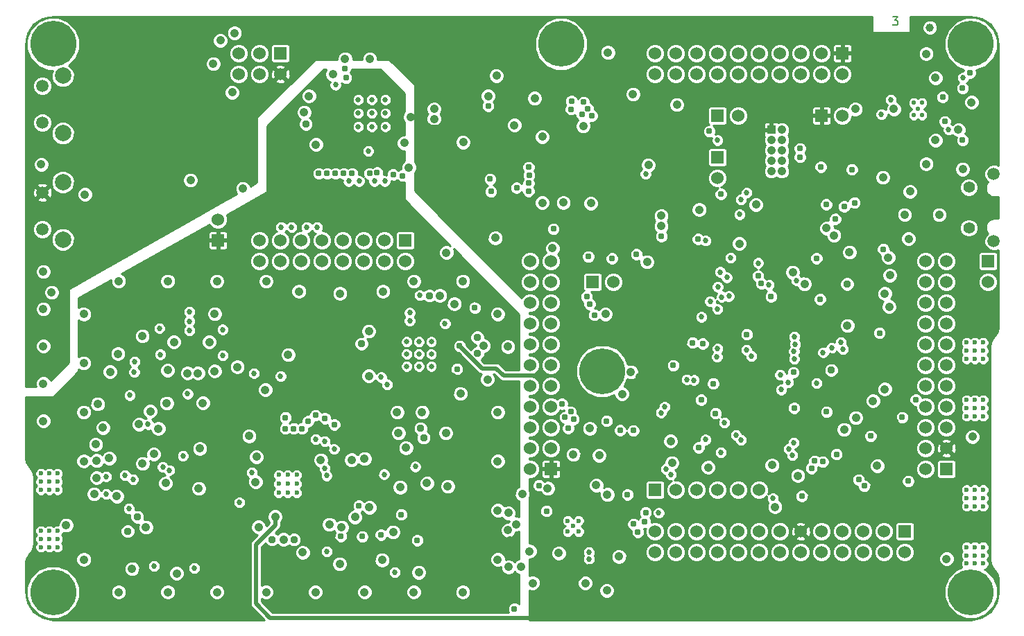
<source format=gbr>
G04 (created by PCBNEW (2012-nov-02)-stable) date Sat 15 Mar 2014 07:07:26 PM MDT*
%MOIN*%
G04 Gerber Fmt 3.4, Leading zero omitted, Abs format*
%FSLAX34Y34*%
G01*
G70*
G90*
G04 APERTURE LIST*
%ADD10C,0*%
%ADD11C,0.007*%
%ADD12R,0.06X0.06*%
%ADD13C,0.06*%
%ADD14C,0.0590551*%
%ADD15C,0.0787402*%
%ADD16C,0.025*%
%ADD17R,0.042X0.042*%
%ADD18C,0.042*%
%ADD19C,0.023622*%
%ADD20C,0.0230315*%
%ADD21C,0.220472*%
%ADD22C,0.0551181*%
%ADD23C,0.0393701*%
%ADD24C,0.027*%
%ADD25C,0.031*%
%ADD26C,0.037*%
%ADD27C,0.02*%
%ADD28C,0.01*%
G04 APERTURE END LIST*
G54D10*
G54D11*
X65535Y-39643D02*
X65783Y-39643D01*
X65650Y-39796D01*
X65707Y-39796D01*
X65745Y-39815D01*
X65764Y-39834D01*
X65783Y-39872D01*
X65783Y-39967D01*
X65764Y-40005D01*
X65745Y-40024D01*
X65707Y-40043D01*
X65593Y-40043D01*
X65555Y-40024D01*
X65535Y-40005D01*
G54D12*
X68122Y-61397D03*
G54D13*
X67122Y-61397D03*
X68122Y-60397D03*
X67122Y-60397D03*
X68122Y-59397D03*
X67122Y-59397D03*
X68122Y-58397D03*
X67122Y-58397D03*
X68122Y-57397D03*
X67122Y-57397D03*
X68122Y-56397D03*
X67122Y-56397D03*
X68122Y-55397D03*
X67122Y-55397D03*
X68122Y-54397D03*
X67122Y-54397D03*
X68122Y-53397D03*
X67122Y-53397D03*
X68122Y-52397D03*
X67122Y-52397D03*
X68122Y-51397D03*
X67122Y-51397D03*
G54D14*
X24685Y-48090D03*
X24685Y-49862D03*
G54D15*
X25665Y-50356D03*
X25665Y-47596D03*
G54D16*
X40510Y-44276D03*
X40510Y-44925D03*
X39860Y-44925D03*
X39860Y-44276D03*
X39860Y-43626D03*
X40510Y-43626D03*
X41159Y-43626D03*
X41159Y-44276D03*
X41159Y-44925D03*
X42775Y-55865D03*
X42775Y-56455D03*
X42184Y-56455D03*
X42184Y-55865D03*
X42184Y-55274D03*
X42775Y-55274D03*
X43365Y-55274D03*
X43365Y-55865D03*
X43365Y-56455D03*
G54D12*
X54122Y-62397D03*
G54D13*
X55122Y-62397D03*
X56122Y-62397D03*
X57122Y-62397D03*
X58122Y-62397D03*
X59122Y-62397D03*
G54D17*
X59709Y-45065D03*
G54D18*
X60209Y-45065D03*
X59709Y-45565D03*
X60209Y-45565D03*
X59709Y-46065D03*
X60209Y-46065D03*
X59709Y-46565D03*
X60209Y-46565D03*
X59709Y-47065D03*
X60209Y-47065D03*
G54D12*
X63122Y-41397D03*
G54D13*
X63122Y-42397D03*
X62122Y-41397D03*
X62122Y-42397D03*
X61122Y-41397D03*
X61122Y-42397D03*
X60122Y-41397D03*
X60122Y-42397D03*
X59122Y-41397D03*
X59122Y-42397D03*
X58122Y-41397D03*
X58122Y-42397D03*
X57122Y-41397D03*
X57122Y-42397D03*
X56122Y-41397D03*
X56122Y-42397D03*
X55122Y-41397D03*
X55122Y-42397D03*
X54122Y-41397D03*
X54122Y-42397D03*
G54D19*
X36464Y-62111D03*
X36464Y-61678D03*
X36897Y-61678D03*
X36897Y-62111D03*
X36897Y-62544D03*
X36464Y-62544D03*
X36031Y-62544D03*
X36031Y-62111D03*
X36031Y-61678D03*
X50184Y-64144D03*
X49924Y-64403D03*
X49924Y-63884D03*
X50444Y-63884D03*
X50444Y-64403D03*
G54D12*
X33122Y-50397D03*
G54D13*
X33122Y-49397D03*
G54D12*
X57122Y-44397D03*
G54D13*
X58122Y-44397D03*
G54D12*
X62122Y-44397D03*
G54D13*
X63122Y-44397D03*
G54D20*
X66744Y-44075D03*
X66547Y-44370D03*
X66940Y-44370D03*
X66940Y-43780D03*
X66547Y-43780D03*
G54D14*
X24685Y-42972D03*
X24685Y-44744D03*
G54D15*
X25665Y-45238D03*
X25665Y-42478D03*
G54D12*
X66122Y-64397D03*
G54D13*
X66122Y-65397D03*
X65122Y-64397D03*
X65122Y-65397D03*
X64122Y-64397D03*
X64122Y-65397D03*
X63122Y-64397D03*
X63122Y-65397D03*
X62122Y-64397D03*
X62122Y-65397D03*
X61122Y-64397D03*
X61122Y-65397D03*
X60122Y-64397D03*
X60122Y-65397D03*
X59122Y-64397D03*
X59122Y-65397D03*
X58122Y-64397D03*
X58122Y-65397D03*
X57122Y-64397D03*
X57122Y-65397D03*
X56122Y-64397D03*
X56122Y-65397D03*
X55122Y-64397D03*
X55122Y-65397D03*
X54122Y-64397D03*
X54122Y-65397D03*
G54D12*
X36122Y-41397D03*
G54D13*
X36122Y-42397D03*
X35122Y-41397D03*
X35122Y-42397D03*
X34122Y-41397D03*
X34122Y-42397D03*
G54D12*
X57122Y-46397D03*
G54D13*
X57122Y-47397D03*
G54D12*
X70122Y-51397D03*
G54D13*
X70122Y-52397D03*
G54D12*
X49122Y-61397D03*
G54D13*
X48122Y-61397D03*
X49122Y-60397D03*
X48122Y-60397D03*
X49122Y-59397D03*
X48122Y-59397D03*
X49122Y-58397D03*
X48122Y-58397D03*
X49122Y-57397D03*
X48122Y-57397D03*
X49122Y-56397D03*
X48122Y-56397D03*
X49122Y-55397D03*
X48122Y-55397D03*
X49122Y-54397D03*
X48122Y-54397D03*
X49122Y-53397D03*
X48122Y-53397D03*
X49122Y-52397D03*
X48122Y-52397D03*
X49122Y-51397D03*
X48122Y-51397D03*
G54D12*
X51122Y-52397D03*
G54D13*
X52122Y-52397D03*
G54D21*
X25196Y-40944D03*
G54D19*
X25196Y-40078D03*
X24330Y-40944D03*
X25196Y-41811D03*
X26062Y-40944D03*
X25807Y-40334D03*
X24586Y-40334D03*
X24586Y-41555D03*
X25807Y-41555D03*
G54D21*
X25196Y-67322D03*
G54D19*
X25196Y-66456D03*
X24330Y-67322D03*
X25196Y-68188D03*
X26062Y-67322D03*
X25807Y-66712D03*
X24586Y-66712D03*
X24586Y-67933D03*
X25807Y-67933D03*
G54D21*
X69291Y-67322D03*
G54D19*
X69291Y-66456D03*
X68425Y-67322D03*
X69291Y-68188D03*
X70157Y-67322D03*
X69901Y-66712D03*
X68681Y-66712D03*
X68681Y-67933D03*
X69901Y-67933D03*
G54D21*
X69291Y-40944D03*
G54D19*
X69291Y-40078D03*
X68425Y-40944D03*
X69291Y-41811D03*
X70157Y-40944D03*
X69901Y-40334D03*
X68681Y-40334D03*
X68681Y-41555D03*
X69901Y-41555D03*
G54D21*
X49606Y-40944D03*
G54D19*
X49606Y-40078D03*
X48740Y-40944D03*
X49606Y-41811D03*
X50472Y-40944D03*
X50216Y-40334D03*
X48996Y-40334D03*
X48996Y-41555D03*
X50216Y-41555D03*
G54D21*
X51574Y-56692D03*
G54D19*
X51574Y-55826D03*
X50708Y-56692D03*
X51574Y-57559D03*
X52440Y-56692D03*
X52185Y-56082D03*
X50964Y-56082D03*
X50964Y-57303D03*
X52185Y-57303D03*
G54D12*
X42122Y-50397D03*
G54D13*
X42122Y-51397D03*
X41122Y-50397D03*
X41122Y-51397D03*
X40122Y-50397D03*
X40122Y-51397D03*
X39122Y-50397D03*
X39122Y-51397D03*
X38122Y-50397D03*
X38122Y-51397D03*
X37122Y-50397D03*
X37122Y-51397D03*
X36122Y-50397D03*
X36122Y-51397D03*
X35122Y-50397D03*
X35122Y-51397D03*
G54D19*
X25401Y-64370D03*
X25401Y-64763D03*
X25401Y-65157D03*
X25007Y-64370D03*
X25007Y-64763D03*
X25007Y-65157D03*
X24614Y-64370D03*
X24614Y-64763D03*
X24614Y-65157D03*
X25401Y-62401D03*
X25401Y-62007D03*
X25401Y-61614D03*
X25007Y-62401D03*
X25007Y-62007D03*
X25007Y-61614D03*
X24614Y-62401D03*
X24614Y-62007D03*
X24614Y-61614D03*
X69086Y-63188D03*
X69086Y-62795D03*
X69086Y-62401D03*
X69480Y-63188D03*
X69480Y-62795D03*
X69480Y-62401D03*
X69874Y-63188D03*
X69874Y-62795D03*
X69874Y-62401D03*
X69086Y-65157D03*
X69086Y-65551D03*
X69086Y-65944D03*
X69480Y-65157D03*
X69480Y-65551D03*
X69480Y-65944D03*
X69874Y-65157D03*
X69874Y-65551D03*
X69874Y-65944D03*
X69086Y-56102D03*
X69086Y-55708D03*
X69086Y-55314D03*
X69480Y-56102D03*
X69480Y-55708D03*
X69480Y-55314D03*
X69874Y-56102D03*
X69874Y-55708D03*
X69874Y-55314D03*
X69086Y-58070D03*
X69086Y-58464D03*
X69086Y-58858D03*
X69480Y-58070D03*
X69480Y-58464D03*
X69480Y-58858D03*
X69874Y-58070D03*
X69874Y-58464D03*
X69874Y-58858D03*
G54D14*
X70393Y-50442D03*
X70393Y-47194D03*
G54D22*
X69200Y-49799D03*
X69200Y-47838D03*
G54D23*
X67322Y-40157D03*
G54D24*
X29111Y-56231D03*
X60792Y-55737D03*
G54D18*
X47082Y-66107D03*
G54D25*
X47360Y-68120D03*
X42690Y-64830D03*
G54D24*
X58252Y-59997D03*
X28874Y-57844D03*
X30050Y-66064D03*
X54887Y-61667D03*
G54D25*
X57282Y-48167D03*
G54D18*
X48702Y-48587D03*
X48700Y-45410D03*
X50672Y-44897D03*
X46100Y-43450D03*
G54D24*
X34152Y-63007D03*
X31972Y-66157D03*
X34750Y-61560D03*
G54D18*
X47052Y-64337D03*
G54D25*
X50102Y-43697D03*
X50602Y-44327D03*
X50692Y-43747D03*
X50892Y-44067D03*
X51082Y-44397D03*
X48042Y-48027D03*
X48042Y-46877D03*
X48062Y-47267D03*
X48052Y-47647D03*
X50972Y-53457D03*
X46232Y-48047D03*
X50832Y-53107D03*
X46192Y-47447D03*
G54D24*
X53662Y-47207D03*
G54D25*
X47462Y-47867D03*
X54990Y-56410D03*
X55920Y-55320D03*
G54D24*
X57442Y-59167D03*
G54D18*
X33232Y-40777D03*
G54D24*
X64994Y-44325D03*
G54D25*
X50082Y-44087D03*
X66650Y-58060D03*
G54D24*
X63044Y-55288D03*
X63150Y-55634D03*
X62192Y-55787D03*
G54D25*
X65990Y-58910D03*
G54D24*
X62605Y-55556D03*
G54D25*
X62042Y-53227D03*
X48542Y-62187D03*
G54D24*
X60182Y-57577D03*
X55982Y-57117D03*
X57092Y-56007D03*
X55642Y-57087D03*
X57122Y-55607D03*
X60512Y-57227D03*
G54D25*
X61782Y-61007D03*
G54D24*
X60774Y-60131D03*
X59772Y-62807D03*
X60542Y-60437D03*
X60712Y-60727D03*
G54D25*
X59692Y-53097D03*
G54D18*
X33802Y-43277D03*
G54D24*
X59572Y-52537D03*
G54D25*
X56212Y-60357D03*
X57022Y-58717D03*
G54D18*
X32892Y-41897D03*
G54D24*
X54652Y-61392D03*
G54D25*
X69250Y-42335D03*
X67934Y-43505D03*
G54D18*
X33912Y-40427D03*
G54D24*
X61882Y-57257D03*
G54D25*
X60762Y-56747D03*
G54D24*
X58186Y-49143D03*
X56352Y-54077D03*
G54D25*
X50202Y-58997D03*
G54D24*
X57742Y-51227D03*
X57252Y-51917D03*
X57132Y-52637D03*
X57322Y-53117D03*
G54D25*
X50062Y-58647D03*
X49792Y-58907D03*
G54D24*
X56764Y-53336D03*
X57122Y-53707D03*
G54D25*
X49942Y-59437D03*
G54D24*
X57562Y-52177D03*
G54D25*
X49642Y-58257D03*
G54D24*
X57662Y-53077D03*
X57122Y-45577D03*
X58522Y-48107D03*
G54D25*
X56722Y-45147D03*
G54D24*
X58252Y-48427D03*
G54D25*
X63900Y-61910D03*
X60800Y-58460D03*
X64170Y-62210D03*
X62172Y-61047D03*
X61170Y-62700D03*
X61632Y-61357D03*
X61079Y-45975D03*
X62082Y-46857D03*
X61082Y-46387D03*
X62358Y-58646D03*
X66280Y-61980D03*
G54D18*
X66112Y-49163D03*
X66372Y-48047D03*
G54D25*
X63700Y-48582D03*
G54D18*
X69324Y-43748D03*
X65072Y-47367D03*
G54D25*
X62342Y-48667D03*
G54D24*
X56545Y-59976D03*
X57282Y-60597D03*
G54D18*
X30250Y-59450D03*
G54D24*
X27744Y-62604D03*
X29035Y-61889D03*
X30464Y-61304D03*
G54D25*
X48902Y-63417D03*
G54D24*
X38765Y-42911D03*
G54D25*
X52052Y-51267D03*
X45460Y-53640D03*
X51202Y-53987D03*
G54D24*
X40335Y-46101D03*
G54D25*
X41992Y-47287D03*
X49232Y-49847D03*
X46100Y-43930D03*
G54D18*
X68897Y-46968D03*
X66302Y-50317D03*
G54D25*
X63202Y-48767D03*
G54D18*
X67775Y-49163D03*
X29650Y-64200D03*
X28982Y-66197D03*
X25822Y-64097D03*
X69372Y-59847D03*
X50770Y-66890D03*
X48240Y-66890D03*
X49192Y-50777D03*
G54D25*
X54422Y-50197D03*
G54D18*
X44094Y-50984D03*
G54D25*
X62832Y-60687D03*
X64472Y-59807D03*
G54D18*
X51032Y-48607D03*
X44160Y-62230D03*
G54D25*
X38254Y-58961D03*
G54D18*
X36488Y-55898D03*
X27342Y-58267D03*
X32244Y-60404D03*
X35064Y-64191D03*
X41009Y-65768D03*
X41785Y-59665D03*
X44065Y-59665D03*
X46555Y-65748D03*
X31802Y-47497D03*
X53052Y-43362D03*
X52960Y-56730D03*
X37827Y-45787D03*
X37252Y-44232D03*
X40412Y-41667D03*
X68122Y-65717D03*
X52382Y-65607D03*
X51432Y-60737D03*
X50182Y-60697D03*
X50982Y-59437D03*
X26722Y-48187D03*
X27165Y-62598D03*
X26673Y-56299D03*
X26673Y-58661D03*
X26673Y-61023D03*
X26673Y-65748D03*
X39050Y-64200D03*
X47047Y-55511D03*
X44881Y-67322D03*
X42519Y-67322D03*
X40157Y-67322D03*
X28346Y-67322D03*
X30708Y-67322D03*
X37795Y-67322D03*
X35433Y-67322D03*
X33070Y-67322D03*
X46062Y-57086D03*
X46555Y-53937D03*
X37007Y-52854D03*
X44881Y-52362D03*
X41043Y-52854D03*
X46555Y-63385D03*
X46555Y-58661D03*
X46555Y-61023D03*
X47070Y-63510D03*
X42519Y-52362D03*
X38976Y-52952D03*
X26673Y-53937D03*
X28346Y-52362D03*
X30708Y-52362D03*
X33070Y-52362D03*
X35433Y-52362D03*
X24722Y-53697D03*
X24722Y-51897D03*
X24722Y-59087D03*
X24722Y-57287D03*
X24722Y-55487D03*
X24622Y-46737D03*
X34312Y-47897D03*
X54932Y-61097D03*
X56672Y-61317D03*
X54412Y-49707D03*
X48952Y-62327D03*
X47742Y-62597D03*
X47452Y-64057D03*
X52532Y-57787D03*
X51732Y-53937D03*
X51802Y-67237D03*
X55172Y-43867D03*
X51292Y-62177D03*
X64790Y-61240D03*
X51822Y-62627D03*
X54412Y-49207D03*
X46442Y-50277D03*
X54862Y-60057D03*
X62358Y-49807D03*
X65327Y-51222D03*
X49484Y-65444D03*
G54D24*
X37882Y-49757D03*
G54D25*
X41532Y-47227D03*
G54D18*
X40390Y-63240D03*
X39540Y-60960D03*
X40160Y-60900D03*
X42150Y-60370D03*
X29480Y-55000D03*
X34920Y-62020D03*
X32390Y-58220D03*
X30650Y-58230D03*
X29870Y-58620D03*
G54D24*
X37380Y-49756D03*
G54D18*
X41874Y-62269D03*
X28311Y-55851D03*
X27931Y-56721D03*
X30701Y-56641D03*
X31130Y-66420D03*
X42065Y-45711D03*
X32951Y-56691D03*
G54D24*
X31751Y-54281D03*
G54D18*
X63744Y-44075D03*
G54D26*
X40015Y-55375D03*
G54D18*
X60979Y-61722D03*
X27594Y-59404D03*
G54D26*
X36764Y-64791D03*
G54D25*
X36354Y-58921D03*
G54D24*
X39900Y-47546D03*
G54D18*
X38964Y-65961D03*
X30034Y-60674D03*
G54D26*
X35714Y-64791D03*
G54D18*
X42290Y-46886D03*
X37184Y-65411D03*
X32194Y-62334D03*
G54D25*
X36354Y-59451D03*
G54D18*
X62711Y-50161D03*
X67144Y-41425D03*
X59741Y-61206D03*
X48084Y-65354D03*
X63461Y-50967D03*
X65363Y-53590D03*
X56241Y-48924D03*
X31001Y-55281D03*
X48330Y-43560D03*
G54D26*
X63348Y-52494D03*
G54D25*
X40400Y-47176D03*
G54D18*
X32951Y-53931D03*
X58165Y-50550D03*
G54D25*
X38704Y-59261D03*
X37154Y-59451D03*
G54D18*
X63206Y-59495D03*
X61297Y-52494D03*
X58964Y-48676D03*
X40365Y-56915D03*
G54D24*
X31751Y-53831D03*
G54D18*
X42769Y-66368D03*
X44475Y-53455D03*
G54D24*
X41130Y-47546D03*
G54D18*
X43505Y-44551D03*
X39225Y-41661D03*
X31651Y-56781D03*
X47360Y-44850D03*
X67144Y-46725D03*
X38635Y-42401D03*
X44775Y-57765D03*
X65398Y-52070D03*
G54D26*
X37335Y-44801D03*
G54D18*
X45875Y-55465D03*
X42925Y-58665D03*
X43160Y-62075D03*
X65151Y-52954D03*
X65151Y-57550D03*
X65594Y-44075D03*
X34964Y-60811D03*
X37485Y-43451D03*
X51850Y-41360D03*
X28254Y-62704D03*
G54D26*
X29234Y-63704D03*
X45575Y-55065D03*
X62591Y-56645D03*
G54D24*
X36650Y-49756D03*
G54D18*
X41529Y-64428D03*
G54D25*
X39560Y-47176D03*
G54D18*
X38474Y-64061D03*
X34614Y-59811D03*
X64585Y-58116D03*
X63355Y-54496D03*
X29324Y-59244D03*
X43775Y-53055D03*
X67594Y-42575D03*
X59880Y-63220D03*
X60731Y-51929D03*
G54D25*
X36754Y-59451D03*
G54D18*
X53731Y-51434D03*
G54D25*
X68894Y-45575D03*
G54D24*
X36150Y-49756D03*
G54D18*
X40365Y-54765D03*
G54D25*
X40760Y-47136D03*
X38360Y-47176D03*
G54D26*
X28774Y-64384D03*
G54D18*
X36264Y-64791D03*
G54D25*
X68044Y-44675D03*
G54D18*
X39704Y-63711D03*
G54D26*
X42855Y-59445D03*
G54D18*
X43505Y-44071D03*
X27284Y-61824D03*
G54D25*
X38760Y-47176D03*
G54D18*
X63772Y-58929D03*
G54D25*
X39160Y-47176D03*
G54D24*
X31751Y-54731D03*
G54D18*
X41725Y-58665D03*
G54D24*
X39400Y-47546D03*
G54D18*
X34048Y-56488D03*
G54D25*
X37804Y-58811D03*
G54D26*
X45585Y-55845D03*
G54D18*
X44900Y-45670D03*
G54D26*
X42995Y-59885D03*
G54D25*
X37960Y-47176D03*
G54D18*
X47669Y-66093D03*
X27244Y-60204D03*
G54D24*
X40630Y-47546D03*
G54D18*
X29494Y-61134D03*
X46500Y-42470D03*
X32151Y-56781D03*
X27284Y-60994D03*
X27894Y-60874D03*
G54D26*
X43275Y-53055D03*
G54D18*
X30604Y-62074D03*
X67594Y-45575D03*
X38054Y-60961D03*
X32701Y-55281D03*
X53800Y-46770D03*
X49710Y-48580D03*
G54D25*
X68894Y-43075D03*
G54D18*
X35388Y-57588D03*
X68694Y-45075D03*
G54D25*
X64900Y-54850D03*
G54D24*
X30301Y-54621D03*
X33351Y-54681D03*
X60812Y-55037D03*
X30351Y-55881D03*
X33351Y-55931D03*
X58502Y-55667D03*
X38240Y-61360D03*
X38254Y-60061D03*
X58742Y-55957D03*
X38334Y-61711D03*
X38700Y-60440D03*
G54D25*
X56332Y-58067D03*
G54D24*
X37804Y-59961D03*
G54D25*
X37452Y-59097D03*
X56912Y-57287D03*
X53662Y-63487D03*
X40952Y-64557D03*
G54D24*
X42600Y-61280D03*
G54D25*
X41922Y-63587D03*
G54D24*
X41607Y-66366D03*
X68904Y-42575D03*
X65444Y-43625D03*
X68224Y-45075D03*
G54D25*
X63572Y-46987D03*
X61872Y-51257D03*
X62772Y-49367D03*
X65082Y-50817D03*
G54D24*
X60906Y-52321D03*
G54D25*
X58522Y-54917D03*
G54D24*
X42330Y-54270D03*
X34838Y-56788D03*
G54D25*
X40052Y-64647D03*
G54D24*
X54292Y-63507D03*
X38342Y-65363D03*
G54D25*
X59062Y-52107D03*
G54D24*
X41240Y-57330D03*
X29754Y-59244D03*
X58002Y-59767D03*
X27744Y-61754D03*
X28644Y-61704D03*
X29091Y-56731D03*
X60802Y-56107D03*
X50942Y-65737D03*
G54D25*
X52442Y-59537D03*
G54D24*
X54582Y-58407D03*
G54D25*
X53292Y-64427D03*
X52792Y-62627D03*
G54D24*
X50934Y-65394D03*
G54D25*
X53082Y-64047D03*
G54D24*
X54402Y-58687D03*
G54D25*
X53072Y-59547D03*
X51792Y-59087D03*
X56410Y-55370D03*
G54D24*
X42820Y-53040D03*
X56538Y-50409D03*
G54D25*
X53223Y-51068D03*
G54D24*
X42330Y-53880D03*
G54D25*
X39212Y-42147D03*
X44602Y-56587D03*
X50912Y-51177D03*
X39268Y-42577D03*
G54D24*
X36128Y-56938D03*
G54D25*
X39020Y-64630D03*
X53622Y-63927D03*
X39892Y-63157D03*
G54D24*
X41100Y-61650D03*
G54D25*
X59222Y-52467D03*
G54D24*
X40960Y-56980D03*
X60132Y-56857D03*
X30784Y-61454D03*
X28834Y-63304D03*
X31434Y-60764D03*
X31660Y-57780D03*
X60842Y-55407D03*
G54D18*
X28702Y-65007D03*
X47142Y-64827D03*
X25122Y-52897D03*
G54D25*
X41055Y-55195D03*
G54D26*
X43385Y-54105D03*
G54D18*
X41560Y-46086D03*
X39945Y-42451D03*
X38682Y-43367D03*
X38427Y-44257D03*
X39260Y-63210D03*
X36404Y-60461D03*
X36654Y-63711D03*
G54D24*
X41105Y-56465D03*
G54D18*
X39254Y-61411D03*
X29600Y-66064D03*
G54D24*
X41175Y-55555D03*
G54D26*
X40810Y-46076D03*
G54D18*
X42925Y-57485D03*
X41725Y-57475D03*
X29344Y-58604D03*
G54D25*
X44435Y-55845D03*
G54D18*
X38515Y-45171D03*
X44375Y-56965D03*
G54D25*
X39560Y-46076D03*
G54D18*
X31250Y-65514D03*
X27704Y-58804D03*
G54D25*
X44375Y-55305D03*
X57712Y-48157D03*
X66142Y-52107D03*
X61492Y-47877D03*
X65682Y-59147D03*
X25032Y-46367D03*
G54D18*
X47300Y-49870D03*
X32602Y-46717D03*
X53392Y-56967D03*
X64367Y-53587D03*
X62942Y-58107D03*
X48722Y-56897D03*
X26722Y-43087D03*
G54D25*
X54302Y-50777D03*
G54D18*
X56112Y-61567D03*
X49734Y-62744D03*
X48652Y-64147D03*
G54D25*
X44725Y-55475D03*
G54D18*
X52918Y-53944D03*
X45700Y-46070D03*
X42362Y-44457D03*
G54D26*
X50984Y-66144D03*
G54D18*
X35864Y-63691D03*
X53950Y-43970D03*
X61110Y-63210D03*
X51432Y-63467D03*
X52612Y-63107D03*
X52322Y-61877D03*
X54412Y-48697D03*
X50910Y-63000D03*
X48980Y-64850D03*
G54D25*
X62342Y-45987D03*
G54D18*
X57514Y-61015D03*
X64302Y-56702D03*
X51500Y-42170D03*
X57167Y-49737D03*
X59635Y-49136D03*
X54579Y-52282D03*
X53750Y-46270D03*
X55711Y-59212D03*
X60130Y-60874D03*
X63737Y-57267D03*
X62622Y-51845D03*
X61509Y-50656D03*
G54D26*
X51884Y-65594D03*
G54D24*
X44025Y-54405D03*
X59070Y-51483D03*
G54D25*
X56182Y-50337D03*
G54D27*
X44725Y-55475D02*
X45807Y-56557D01*
X46832Y-56897D02*
X48722Y-56897D01*
X46492Y-56557D02*
X46832Y-56897D01*
X45807Y-56557D02*
X46492Y-56557D01*
X45700Y-45715D02*
X45700Y-46070D01*
X44922Y-44937D02*
X45700Y-45715D01*
X43302Y-44937D02*
X44922Y-44937D01*
X42822Y-44457D02*
X43302Y-44937D01*
X42362Y-44457D02*
X42822Y-44457D01*
X35864Y-63691D02*
X35864Y-64104D01*
X48571Y-68557D02*
X50984Y-66144D01*
X35622Y-68557D02*
X48571Y-68557D01*
X34942Y-67877D02*
X35622Y-68557D01*
X34942Y-65027D02*
X34942Y-67877D01*
X35864Y-64104D02*
X34942Y-65027D01*
G54D10*
G36*
X47587Y-67888D02*
X47544Y-67844D01*
X47424Y-67795D01*
X47295Y-67794D01*
X47176Y-67844D01*
X47084Y-67935D01*
X47035Y-68055D01*
X47034Y-68184D01*
X47077Y-68287D01*
X45261Y-68287D01*
X45261Y-67247D01*
X45204Y-67107D01*
X45155Y-67058D01*
X45155Y-57689D01*
X45097Y-57550D01*
X44990Y-57443D01*
X44927Y-57416D01*
X44927Y-56523D01*
X44877Y-56403D01*
X44786Y-56312D01*
X44666Y-56262D01*
X44537Y-56262D01*
X44418Y-56311D01*
X44330Y-56399D01*
X44330Y-54344D01*
X44283Y-54232D01*
X44197Y-54146D01*
X44085Y-54100D01*
X43964Y-54099D01*
X43852Y-54146D01*
X43766Y-54232D01*
X43720Y-54344D01*
X43719Y-54465D01*
X43766Y-54577D01*
X43852Y-54663D01*
X43964Y-54709D01*
X44085Y-54710D01*
X44197Y-54663D01*
X44283Y-54577D01*
X44329Y-54465D01*
X44330Y-54344D01*
X44330Y-56399D01*
X44326Y-56403D01*
X44277Y-56522D01*
X44276Y-56652D01*
X44326Y-56771D01*
X44417Y-56862D01*
X44537Y-56912D01*
X44666Y-56912D01*
X44785Y-56863D01*
X44877Y-56771D01*
X44926Y-56652D01*
X44927Y-56523D01*
X44927Y-57416D01*
X44850Y-57385D01*
X44699Y-57384D01*
X44560Y-57442D01*
X44453Y-57549D01*
X44395Y-57689D01*
X44394Y-57840D01*
X44452Y-57979D01*
X44559Y-58086D01*
X44699Y-58144D01*
X44850Y-58145D01*
X44989Y-58087D01*
X45096Y-57980D01*
X45154Y-57840D01*
X45155Y-57689D01*
X45155Y-67058D01*
X45097Y-67000D01*
X44957Y-66942D01*
X44806Y-66942D01*
X44666Y-67000D01*
X44559Y-67107D01*
X44540Y-67155D01*
X44540Y-62154D01*
X44482Y-62015D01*
X44445Y-61977D01*
X44445Y-59589D01*
X44387Y-59450D01*
X44280Y-59343D01*
X44140Y-59285D01*
X43989Y-59284D01*
X43850Y-59342D01*
X43743Y-59449D01*
X43685Y-59589D01*
X43684Y-59740D01*
X43742Y-59879D01*
X43849Y-59986D01*
X43989Y-60044D01*
X44140Y-60045D01*
X44279Y-59987D01*
X44386Y-59880D01*
X44444Y-59740D01*
X44445Y-59589D01*
X44445Y-61977D01*
X44375Y-61908D01*
X44235Y-61850D01*
X44084Y-61849D01*
X43945Y-61907D01*
X43838Y-62014D01*
X43780Y-62154D01*
X43779Y-62305D01*
X43837Y-62444D01*
X43944Y-62551D01*
X44084Y-62609D01*
X44235Y-62610D01*
X44374Y-62552D01*
X44481Y-62445D01*
X44539Y-62305D01*
X44540Y-62154D01*
X44540Y-67155D01*
X44501Y-67246D01*
X44501Y-67398D01*
X44559Y-67537D01*
X44666Y-67644D01*
X44805Y-67702D01*
X44957Y-67702D01*
X45096Y-67645D01*
X45203Y-67538D01*
X45261Y-67398D01*
X45261Y-67247D01*
X45261Y-68287D01*
X43660Y-68287D01*
X43660Y-56397D01*
X43660Y-55806D01*
X43660Y-55216D01*
X43615Y-55107D01*
X43532Y-55024D01*
X43424Y-54979D01*
X43307Y-54979D01*
X43198Y-55024D01*
X43115Y-55107D01*
X43070Y-55215D01*
X43070Y-55332D01*
X43115Y-55441D01*
X43198Y-55524D01*
X43306Y-55569D01*
X43423Y-55569D01*
X43532Y-55524D01*
X43615Y-55441D01*
X43660Y-55333D01*
X43660Y-55216D01*
X43660Y-55806D01*
X43615Y-55698D01*
X43532Y-55615D01*
X43424Y-55570D01*
X43307Y-55569D01*
X43198Y-55614D01*
X43115Y-55697D01*
X43070Y-55806D01*
X43070Y-55923D01*
X43115Y-56031D01*
X43198Y-56114D01*
X43306Y-56159D01*
X43423Y-56160D01*
X43532Y-56115D01*
X43615Y-56032D01*
X43660Y-55923D01*
X43660Y-55806D01*
X43660Y-56397D01*
X43615Y-56288D01*
X43532Y-56205D01*
X43424Y-56160D01*
X43307Y-56160D01*
X43198Y-56205D01*
X43115Y-56288D01*
X43070Y-56396D01*
X43070Y-56513D01*
X43115Y-56622D01*
X43198Y-56705D01*
X43306Y-56750D01*
X43423Y-56750D01*
X43532Y-56705D01*
X43615Y-56622D01*
X43660Y-56514D01*
X43660Y-56397D01*
X43660Y-68287D01*
X43540Y-68287D01*
X43540Y-62000D01*
X43483Y-61860D01*
X43376Y-61753D01*
X43350Y-61742D01*
X43350Y-59814D01*
X43305Y-59705D01*
X43305Y-58589D01*
X43247Y-58450D01*
X43140Y-58343D01*
X43070Y-58313D01*
X43070Y-56397D01*
X43070Y-55806D01*
X43070Y-55216D01*
X43025Y-55107D01*
X42942Y-55024D01*
X42833Y-54979D01*
X42716Y-54979D01*
X42635Y-55013D01*
X42635Y-54209D01*
X42588Y-54097D01*
X42566Y-54075D01*
X42588Y-54052D01*
X42634Y-53940D01*
X42635Y-53819D01*
X42588Y-53707D01*
X42502Y-53621D01*
X42390Y-53575D01*
X42269Y-53574D01*
X42157Y-53621D01*
X42071Y-53707D01*
X42025Y-53819D01*
X42024Y-53940D01*
X42071Y-54052D01*
X42093Y-54074D01*
X42071Y-54097D01*
X42025Y-54209D01*
X42024Y-54330D01*
X42071Y-54442D01*
X42157Y-54528D01*
X42269Y-54574D01*
X42390Y-54575D01*
X42502Y-54528D01*
X42588Y-54442D01*
X42634Y-54330D01*
X42635Y-54209D01*
X42635Y-55013D01*
X42608Y-55024D01*
X42525Y-55107D01*
X42480Y-55215D01*
X42479Y-55332D01*
X42524Y-55441D01*
X42607Y-55524D01*
X42716Y-55569D01*
X42833Y-55569D01*
X42941Y-55524D01*
X43024Y-55441D01*
X43069Y-55333D01*
X43070Y-55216D01*
X43070Y-55806D01*
X43025Y-55698D01*
X42942Y-55615D01*
X42833Y-55570D01*
X42716Y-55569D01*
X42608Y-55614D01*
X42525Y-55697D01*
X42480Y-55806D01*
X42479Y-55923D01*
X42524Y-56031D01*
X42607Y-56114D01*
X42716Y-56159D01*
X42833Y-56160D01*
X42941Y-56115D01*
X43024Y-56032D01*
X43069Y-55923D01*
X43070Y-55806D01*
X43070Y-56397D01*
X43025Y-56288D01*
X42942Y-56205D01*
X42833Y-56160D01*
X42716Y-56160D01*
X42608Y-56205D01*
X42525Y-56288D01*
X42480Y-56396D01*
X42479Y-56513D01*
X42524Y-56622D01*
X42607Y-56705D01*
X42716Y-56750D01*
X42833Y-56750D01*
X42941Y-56705D01*
X43024Y-56622D01*
X43069Y-56514D01*
X43070Y-56397D01*
X43070Y-58313D01*
X43000Y-58285D01*
X42849Y-58284D01*
X42710Y-58342D01*
X42603Y-58449D01*
X42545Y-58589D01*
X42544Y-58740D01*
X42602Y-58879D01*
X42709Y-58986D01*
X42849Y-59044D01*
X43000Y-59045D01*
X43139Y-58987D01*
X43246Y-58880D01*
X43304Y-58740D01*
X43305Y-58589D01*
X43305Y-59705D01*
X43296Y-59684D01*
X43196Y-59584D01*
X43183Y-59578D01*
X43209Y-59515D01*
X43210Y-59374D01*
X43156Y-59244D01*
X43056Y-59144D01*
X42925Y-59090D01*
X42784Y-59089D01*
X42654Y-59143D01*
X42554Y-59243D01*
X42500Y-59374D01*
X42499Y-59515D01*
X42553Y-59645D01*
X42653Y-59745D01*
X42666Y-59751D01*
X42640Y-59814D01*
X42639Y-59955D01*
X42693Y-60085D01*
X42793Y-60185D01*
X42924Y-60239D01*
X43065Y-60240D01*
X43195Y-60186D01*
X43295Y-60086D01*
X43349Y-59955D01*
X43350Y-59814D01*
X43350Y-61742D01*
X43236Y-61695D01*
X43085Y-61695D01*
X42945Y-61753D01*
X42905Y-61794D01*
X42905Y-61219D01*
X42858Y-61107D01*
X42772Y-61021D01*
X42660Y-60975D01*
X42539Y-60974D01*
X42530Y-60978D01*
X42530Y-60294D01*
X42479Y-60172D01*
X42479Y-56397D01*
X42479Y-55806D01*
X42479Y-55216D01*
X42434Y-55107D01*
X42351Y-55024D01*
X42243Y-54979D01*
X42126Y-54979D01*
X42017Y-55024D01*
X41934Y-55107D01*
X41889Y-55215D01*
X41889Y-55332D01*
X41934Y-55441D01*
X42017Y-55524D01*
X42125Y-55569D01*
X42242Y-55569D01*
X42351Y-55524D01*
X42434Y-55441D01*
X42479Y-55333D01*
X42479Y-55216D01*
X42479Y-55806D01*
X42434Y-55698D01*
X42351Y-55615D01*
X42243Y-55570D01*
X42126Y-55569D01*
X42017Y-55614D01*
X41934Y-55697D01*
X41889Y-55806D01*
X41889Y-55923D01*
X41934Y-56031D01*
X42017Y-56114D01*
X42125Y-56159D01*
X42242Y-56160D01*
X42351Y-56115D01*
X42434Y-56032D01*
X42479Y-55923D01*
X42479Y-55806D01*
X42479Y-56397D01*
X42434Y-56288D01*
X42351Y-56205D01*
X42243Y-56160D01*
X42126Y-56160D01*
X42017Y-56205D01*
X41934Y-56288D01*
X41889Y-56396D01*
X41889Y-56513D01*
X41934Y-56622D01*
X42017Y-56705D01*
X42125Y-56750D01*
X42242Y-56750D01*
X42351Y-56705D01*
X42434Y-56622D01*
X42479Y-56514D01*
X42479Y-56397D01*
X42479Y-60172D01*
X42472Y-60155D01*
X42365Y-60048D01*
X42225Y-59990D01*
X42165Y-59990D01*
X42165Y-59589D01*
X42107Y-59450D01*
X42105Y-59447D01*
X42105Y-58589D01*
X42047Y-58450D01*
X41940Y-58343D01*
X41800Y-58285D01*
X41649Y-58284D01*
X41592Y-58308D01*
X41592Y-51304D01*
X41592Y-50304D01*
X41520Y-50131D01*
X41388Y-49999D01*
X41215Y-49927D01*
X41028Y-49927D01*
X40856Y-49998D01*
X40723Y-50131D01*
X40652Y-50303D01*
X40651Y-50490D01*
X40723Y-50663D01*
X40855Y-50795D01*
X41028Y-50867D01*
X41215Y-50867D01*
X41387Y-50796D01*
X41520Y-50664D01*
X41591Y-50491D01*
X41592Y-50304D01*
X41592Y-51304D01*
X41520Y-51131D01*
X41388Y-50999D01*
X41215Y-50927D01*
X41028Y-50927D01*
X40856Y-50998D01*
X40723Y-51131D01*
X40652Y-51303D01*
X40651Y-51490D01*
X40723Y-51663D01*
X40855Y-51795D01*
X41028Y-51867D01*
X41215Y-51867D01*
X41387Y-51796D01*
X41520Y-51664D01*
X41591Y-51491D01*
X41592Y-51304D01*
X41592Y-58308D01*
X41545Y-58328D01*
X41545Y-57269D01*
X41498Y-57157D01*
X41423Y-57081D01*
X41423Y-52779D01*
X41365Y-52639D01*
X41258Y-52532D01*
X41119Y-52474D01*
X40968Y-52474D01*
X40828Y-52531D01*
X40721Y-52638D01*
X40663Y-52778D01*
X40663Y-52929D01*
X40720Y-53069D01*
X40827Y-53176D01*
X40967Y-53234D01*
X41118Y-53234D01*
X41258Y-53176D01*
X41365Y-53069D01*
X41423Y-52930D01*
X41423Y-52779D01*
X41423Y-57081D01*
X41412Y-57071D01*
X41300Y-57025D01*
X41264Y-57025D01*
X41265Y-56919D01*
X41218Y-56807D01*
X41132Y-56721D01*
X41020Y-56675D01*
X40899Y-56674D01*
X40787Y-56721D01*
X40745Y-56763D01*
X40745Y-54689D01*
X40687Y-54550D01*
X40592Y-54454D01*
X40592Y-51304D01*
X40592Y-50304D01*
X40520Y-50131D01*
X40388Y-49999D01*
X40215Y-49927D01*
X40028Y-49927D01*
X39856Y-49998D01*
X39723Y-50131D01*
X39652Y-50303D01*
X39651Y-50490D01*
X39723Y-50663D01*
X39855Y-50795D01*
X40028Y-50867D01*
X40215Y-50867D01*
X40387Y-50796D01*
X40520Y-50664D01*
X40591Y-50491D01*
X40592Y-50304D01*
X40592Y-51304D01*
X40520Y-51131D01*
X40388Y-50999D01*
X40215Y-50927D01*
X40028Y-50927D01*
X39856Y-50998D01*
X39723Y-51131D01*
X39652Y-51303D01*
X39651Y-51490D01*
X39723Y-51663D01*
X39855Y-51795D01*
X40028Y-51867D01*
X40215Y-51867D01*
X40387Y-51796D01*
X40520Y-51664D01*
X40591Y-51491D01*
X40592Y-51304D01*
X40592Y-54454D01*
X40580Y-54443D01*
X40440Y-54385D01*
X40289Y-54384D01*
X40150Y-54442D01*
X40043Y-54549D01*
X39985Y-54689D01*
X39984Y-54840D01*
X40042Y-54979D01*
X40082Y-55020D01*
X39944Y-55019D01*
X39814Y-55073D01*
X39714Y-55173D01*
X39660Y-55304D01*
X39659Y-55445D01*
X39713Y-55575D01*
X39813Y-55675D01*
X39944Y-55729D01*
X40085Y-55730D01*
X40215Y-55676D01*
X40315Y-55576D01*
X40369Y-55445D01*
X40370Y-55304D01*
X40316Y-55174D01*
X40285Y-55143D01*
X40289Y-55144D01*
X40440Y-55145D01*
X40579Y-55087D01*
X40686Y-54980D01*
X40744Y-54840D01*
X40745Y-54689D01*
X40745Y-56763D01*
X40722Y-56785D01*
X40687Y-56700D01*
X40580Y-56593D01*
X40440Y-56535D01*
X40289Y-56534D01*
X40150Y-56592D01*
X40043Y-56699D01*
X39985Y-56839D01*
X39984Y-56990D01*
X40042Y-57129D01*
X40149Y-57236D01*
X40289Y-57294D01*
X40440Y-57295D01*
X40579Y-57237D01*
X40686Y-57130D01*
X40689Y-57124D01*
X40701Y-57152D01*
X40787Y-57238D01*
X40899Y-57284D01*
X40935Y-57284D01*
X40934Y-57390D01*
X40981Y-57502D01*
X41067Y-57588D01*
X41179Y-57634D01*
X41300Y-57635D01*
X41412Y-57588D01*
X41498Y-57502D01*
X41544Y-57390D01*
X41545Y-57269D01*
X41545Y-58328D01*
X41510Y-58342D01*
X41403Y-58449D01*
X41345Y-58589D01*
X41344Y-58740D01*
X41402Y-58879D01*
X41509Y-58986D01*
X41649Y-59044D01*
X41800Y-59045D01*
X41939Y-58987D01*
X42046Y-58880D01*
X42104Y-58740D01*
X42105Y-58589D01*
X42105Y-59447D01*
X42000Y-59343D01*
X41860Y-59285D01*
X41709Y-59284D01*
X41570Y-59342D01*
X41463Y-59449D01*
X41405Y-59589D01*
X41404Y-59740D01*
X41462Y-59879D01*
X41569Y-59986D01*
X41709Y-60044D01*
X41860Y-60045D01*
X41999Y-59987D01*
X42106Y-59880D01*
X42164Y-59740D01*
X42165Y-59589D01*
X42165Y-59990D01*
X42074Y-59989D01*
X41935Y-60047D01*
X41828Y-60154D01*
X41770Y-60294D01*
X41769Y-60445D01*
X41827Y-60584D01*
X41934Y-60691D01*
X42074Y-60749D01*
X42225Y-60750D01*
X42364Y-60692D01*
X42471Y-60585D01*
X42529Y-60445D01*
X42530Y-60294D01*
X42530Y-60978D01*
X42427Y-61021D01*
X42341Y-61107D01*
X42295Y-61219D01*
X42294Y-61340D01*
X42341Y-61452D01*
X42427Y-61538D01*
X42539Y-61584D01*
X42660Y-61585D01*
X42772Y-61538D01*
X42858Y-61452D01*
X42904Y-61340D01*
X42905Y-61219D01*
X42905Y-61794D01*
X42838Y-61860D01*
X42780Y-61999D01*
X42780Y-62150D01*
X42838Y-62290D01*
X42945Y-62397D01*
X43084Y-62455D01*
X43236Y-62455D01*
X43375Y-62398D01*
X43482Y-62291D01*
X43540Y-62151D01*
X43540Y-62000D01*
X43540Y-68287D01*
X43149Y-68287D01*
X43149Y-66293D01*
X43091Y-66153D01*
X43015Y-66077D01*
X43015Y-64765D01*
X42965Y-64646D01*
X42874Y-64554D01*
X42754Y-64505D01*
X42625Y-64504D01*
X42506Y-64554D01*
X42414Y-64645D01*
X42365Y-64765D01*
X42364Y-64894D01*
X42414Y-65013D01*
X42505Y-65105D01*
X42625Y-65154D01*
X42754Y-65155D01*
X42873Y-65105D01*
X42965Y-65014D01*
X43014Y-64894D01*
X43015Y-64765D01*
X43015Y-66077D01*
X42984Y-66046D01*
X42844Y-65988D01*
X42693Y-65988D01*
X42554Y-66046D01*
X42447Y-66153D01*
X42389Y-66292D01*
X42388Y-66443D01*
X42446Y-66583D01*
X42553Y-66690D01*
X42693Y-66748D01*
X42844Y-66748D01*
X42984Y-66690D01*
X43091Y-66584D01*
X43148Y-66444D01*
X43149Y-66293D01*
X43149Y-68287D01*
X42899Y-68287D01*
X42899Y-67247D01*
X42842Y-67107D01*
X42735Y-67000D01*
X42595Y-66942D01*
X42444Y-66942D01*
X42304Y-67000D01*
X42254Y-67050D01*
X42254Y-62194D01*
X42196Y-62054D01*
X42089Y-61947D01*
X41950Y-61889D01*
X41798Y-61889D01*
X41659Y-61946D01*
X41552Y-62053D01*
X41494Y-62193D01*
X41494Y-62344D01*
X41551Y-62484D01*
X41658Y-62591D01*
X41798Y-62649D01*
X41949Y-62649D01*
X42089Y-62591D01*
X42196Y-62484D01*
X42254Y-62345D01*
X42254Y-62194D01*
X42254Y-67050D01*
X42247Y-67058D01*
X42247Y-63523D01*
X42197Y-63403D01*
X42106Y-63312D01*
X41986Y-63262D01*
X41857Y-63262D01*
X41738Y-63311D01*
X41646Y-63403D01*
X41597Y-63522D01*
X41596Y-63652D01*
X41646Y-63771D01*
X41737Y-63862D01*
X41857Y-63912D01*
X41986Y-63912D01*
X42105Y-63863D01*
X42197Y-63771D01*
X42246Y-63652D01*
X42247Y-63523D01*
X42247Y-67058D01*
X42197Y-67107D01*
X42139Y-67246D01*
X42139Y-67398D01*
X42197Y-67537D01*
X42304Y-67644D01*
X42443Y-67702D01*
X42594Y-67702D01*
X42734Y-67645D01*
X42841Y-67538D01*
X42899Y-67398D01*
X42899Y-67247D01*
X42899Y-68287D01*
X41912Y-68287D01*
X41912Y-66306D01*
X41909Y-66298D01*
X41909Y-64353D01*
X41851Y-64213D01*
X41744Y-64106D01*
X41604Y-64048D01*
X41453Y-64048D01*
X41405Y-64068D01*
X41405Y-61589D01*
X41358Y-61477D01*
X41272Y-61391D01*
X41160Y-61345D01*
X41039Y-61344D01*
X40927Y-61391D01*
X40841Y-61477D01*
X40795Y-61589D01*
X40794Y-61710D01*
X40841Y-61822D01*
X40927Y-61908D01*
X41039Y-61954D01*
X41160Y-61955D01*
X41272Y-61908D01*
X41358Y-61822D01*
X41404Y-61710D01*
X41405Y-61589D01*
X41405Y-64068D01*
X41314Y-64106D01*
X41207Y-64213D01*
X41166Y-64311D01*
X41136Y-64282D01*
X41016Y-64232D01*
X40887Y-64232D01*
X40770Y-64281D01*
X40770Y-63164D01*
X40712Y-63025D01*
X40605Y-62918D01*
X40540Y-62890D01*
X40540Y-60824D01*
X40482Y-60685D01*
X40375Y-60578D01*
X40235Y-60520D01*
X40084Y-60519D01*
X39945Y-60577D01*
X39838Y-60684D01*
X39827Y-60710D01*
X39755Y-60638D01*
X39615Y-60580D01*
X39592Y-60580D01*
X39592Y-51304D01*
X39592Y-50304D01*
X39520Y-50131D01*
X39388Y-49999D01*
X39215Y-49927D01*
X39028Y-49927D01*
X38856Y-49998D01*
X38723Y-50131D01*
X38652Y-50303D01*
X38651Y-50490D01*
X38723Y-50663D01*
X38855Y-50795D01*
X39028Y-50867D01*
X39215Y-50867D01*
X39387Y-50796D01*
X39520Y-50664D01*
X39591Y-50491D01*
X39592Y-50304D01*
X39592Y-51304D01*
X39520Y-51131D01*
X39388Y-50999D01*
X39215Y-50927D01*
X39028Y-50927D01*
X38856Y-50998D01*
X38723Y-51131D01*
X38652Y-51303D01*
X38651Y-51490D01*
X38723Y-51663D01*
X38855Y-51795D01*
X39028Y-51867D01*
X39215Y-51867D01*
X39387Y-51796D01*
X39520Y-51664D01*
X39591Y-51491D01*
X39592Y-51304D01*
X39592Y-60580D01*
X39464Y-60579D01*
X39356Y-60624D01*
X39356Y-52877D01*
X39298Y-52737D01*
X39191Y-52630D01*
X39052Y-52572D01*
X38901Y-52572D01*
X38761Y-52630D01*
X38654Y-52737D01*
X38596Y-52876D01*
X38596Y-53028D01*
X38654Y-53167D01*
X38760Y-53274D01*
X38900Y-53332D01*
X39051Y-53332D01*
X39191Y-53275D01*
X39298Y-53168D01*
X39356Y-53028D01*
X39356Y-52877D01*
X39356Y-60624D01*
X39325Y-60637D01*
X39218Y-60744D01*
X39160Y-60884D01*
X39159Y-61035D01*
X39217Y-61174D01*
X39324Y-61281D01*
X39464Y-61339D01*
X39615Y-61340D01*
X39754Y-61282D01*
X39861Y-61175D01*
X39872Y-61149D01*
X39944Y-61221D01*
X40084Y-61279D01*
X40235Y-61280D01*
X40374Y-61222D01*
X40481Y-61115D01*
X40539Y-60975D01*
X40540Y-60824D01*
X40540Y-62890D01*
X40465Y-62860D01*
X40314Y-62859D01*
X40175Y-62917D01*
X40143Y-62949D01*
X40076Y-62882D01*
X39956Y-62832D01*
X39827Y-62832D01*
X39708Y-62881D01*
X39616Y-62973D01*
X39567Y-63092D01*
X39566Y-63222D01*
X39614Y-63337D01*
X39489Y-63389D01*
X39382Y-63496D01*
X39324Y-63635D01*
X39324Y-63786D01*
X39382Y-63926D01*
X39489Y-64033D01*
X39628Y-64091D01*
X39779Y-64091D01*
X39919Y-64033D01*
X40026Y-63927D01*
X40084Y-63787D01*
X40084Y-63636D01*
X40027Y-63496D01*
X39996Y-63466D01*
X40061Y-63439D01*
X40067Y-63454D01*
X40174Y-63561D01*
X40314Y-63619D01*
X40465Y-63620D01*
X40604Y-63562D01*
X40711Y-63455D01*
X40769Y-63315D01*
X40770Y-63164D01*
X40770Y-64281D01*
X40768Y-64281D01*
X40676Y-64373D01*
X40627Y-64492D01*
X40626Y-64622D01*
X40676Y-64741D01*
X40767Y-64832D01*
X40887Y-64882D01*
X41016Y-64882D01*
X41135Y-64833D01*
X41227Y-64741D01*
X41250Y-64687D01*
X41313Y-64750D01*
X41453Y-64808D01*
X41604Y-64808D01*
X41744Y-64750D01*
X41851Y-64644D01*
X41908Y-64504D01*
X41909Y-64353D01*
X41909Y-66298D01*
X41865Y-66194D01*
X41780Y-66108D01*
X41667Y-66061D01*
X41546Y-66061D01*
X41434Y-66107D01*
X41389Y-66153D01*
X41389Y-65693D01*
X41331Y-65553D01*
X41224Y-65446D01*
X41084Y-65388D01*
X40933Y-65388D01*
X40794Y-65446D01*
X40687Y-65553D01*
X40629Y-65692D01*
X40628Y-65843D01*
X40686Y-65983D01*
X40793Y-66090D01*
X40933Y-66148D01*
X41084Y-66148D01*
X41224Y-66090D01*
X41331Y-65984D01*
X41388Y-65844D01*
X41389Y-65693D01*
X41389Y-66153D01*
X41348Y-66193D01*
X41302Y-66305D01*
X41302Y-66426D01*
X41348Y-66539D01*
X41434Y-66624D01*
X41546Y-66671D01*
X41667Y-66671D01*
X41779Y-66625D01*
X41865Y-66539D01*
X41912Y-66427D01*
X41912Y-66306D01*
X41912Y-68287D01*
X40537Y-68287D01*
X40537Y-67247D01*
X40479Y-67107D01*
X40377Y-67004D01*
X40377Y-64583D01*
X40327Y-64463D01*
X40236Y-64372D01*
X40116Y-64322D01*
X39987Y-64322D01*
X39868Y-64371D01*
X39776Y-64463D01*
X39727Y-64582D01*
X39726Y-64712D01*
X39776Y-64831D01*
X39867Y-64922D01*
X39987Y-64972D01*
X40116Y-64972D01*
X40235Y-64923D01*
X40327Y-64831D01*
X40376Y-64712D01*
X40377Y-64583D01*
X40377Y-67004D01*
X40373Y-67000D01*
X40233Y-66942D01*
X40082Y-66942D01*
X39942Y-67000D01*
X39835Y-67107D01*
X39777Y-67246D01*
X39777Y-67398D01*
X39835Y-67537D01*
X39941Y-67644D01*
X40081Y-67702D01*
X40232Y-67702D01*
X40372Y-67645D01*
X40479Y-67538D01*
X40537Y-67398D01*
X40537Y-67247D01*
X40537Y-68287D01*
X39430Y-68287D01*
X39430Y-64124D01*
X39372Y-63985D01*
X39265Y-63878D01*
X39125Y-63820D01*
X39029Y-63819D01*
X39029Y-59197D01*
X38980Y-59077D01*
X38889Y-58986D01*
X38769Y-58936D01*
X38640Y-58936D01*
X38592Y-58956D01*
X38592Y-51304D01*
X38592Y-50304D01*
X38520Y-50131D01*
X38388Y-49999D01*
X38215Y-49927D01*
X38141Y-49927D01*
X38186Y-49818D01*
X38187Y-49697D01*
X38140Y-49585D01*
X38055Y-49499D01*
X37942Y-49452D01*
X37821Y-49452D01*
X37709Y-49498D01*
X37631Y-49576D01*
X37552Y-49497D01*
X37440Y-49451D01*
X37319Y-49451D01*
X37207Y-49497D01*
X37121Y-49583D01*
X37075Y-49695D01*
X37074Y-49816D01*
X37120Y-49927D01*
X37028Y-49927D01*
X36955Y-49958D01*
X36955Y-49695D01*
X36908Y-49583D01*
X36822Y-49497D01*
X36710Y-49451D01*
X36589Y-49451D01*
X36477Y-49497D01*
X36399Y-49574D01*
X36322Y-49497D01*
X36210Y-49451D01*
X36089Y-49451D01*
X35977Y-49497D01*
X35891Y-49583D01*
X35845Y-49695D01*
X35844Y-49816D01*
X35891Y-49928D01*
X35930Y-49968D01*
X35856Y-49998D01*
X35723Y-50131D01*
X35652Y-50303D01*
X35651Y-50490D01*
X35723Y-50663D01*
X35855Y-50795D01*
X36028Y-50867D01*
X36215Y-50867D01*
X36387Y-50796D01*
X36520Y-50664D01*
X36591Y-50491D01*
X36592Y-50304D01*
X36520Y-50131D01*
X36388Y-49999D01*
X36352Y-49984D01*
X36400Y-49937D01*
X36477Y-50014D01*
X36589Y-50061D01*
X36710Y-50061D01*
X36822Y-50015D01*
X36908Y-49929D01*
X36954Y-49817D01*
X36955Y-49695D01*
X36955Y-49958D01*
X36856Y-49998D01*
X36723Y-50131D01*
X36652Y-50303D01*
X36651Y-50490D01*
X36723Y-50663D01*
X36855Y-50795D01*
X37028Y-50867D01*
X37215Y-50867D01*
X37387Y-50796D01*
X37520Y-50664D01*
X37591Y-50491D01*
X37592Y-50304D01*
X37520Y-50131D01*
X37447Y-50058D01*
X37552Y-50015D01*
X37630Y-49937D01*
X37709Y-50016D01*
X37800Y-50054D01*
X37723Y-50131D01*
X37652Y-50303D01*
X37651Y-50490D01*
X37723Y-50663D01*
X37855Y-50795D01*
X38028Y-50867D01*
X38215Y-50867D01*
X38387Y-50796D01*
X38520Y-50664D01*
X38591Y-50491D01*
X38592Y-50304D01*
X38592Y-51304D01*
X38520Y-51131D01*
X38388Y-50999D01*
X38215Y-50927D01*
X38028Y-50927D01*
X37856Y-50998D01*
X37723Y-51131D01*
X37652Y-51303D01*
X37651Y-51490D01*
X37723Y-51663D01*
X37855Y-51795D01*
X38028Y-51867D01*
X38215Y-51867D01*
X38387Y-51796D01*
X38520Y-51664D01*
X38591Y-51491D01*
X38592Y-51304D01*
X38592Y-58956D01*
X38579Y-58961D01*
X38579Y-58897D01*
X38530Y-58777D01*
X38439Y-58686D01*
X38319Y-58636D01*
X38190Y-58636D01*
X38099Y-58674D01*
X38080Y-58627D01*
X37989Y-58536D01*
X37869Y-58486D01*
X37740Y-58486D01*
X37620Y-58535D01*
X37592Y-58564D01*
X37592Y-51304D01*
X37520Y-51131D01*
X37388Y-50999D01*
X37215Y-50927D01*
X37028Y-50927D01*
X36856Y-50998D01*
X36723Y-51131D01*
X36652Y-51303D01*
X36651Y-51490D01*
X36723Y-51663D01*
X36855Y-51795D01*
X37028Y-51867D01*
X37215Y-51867D01*
X37387Y-51796D01*
X37520Y-51664D01*
X37591Y-51491D01*
X37592Y-51304D01*
X37592Y-58564D01*
X37529Y-58627D01*
X37479Y-58746D01*
X37479Y-58772D01*
X37387Y-58772D01*
X37387Y-52779D01*
X37330Y-52639D01*
X37223Y-52532D01*
X37083Y-52474D01*
X36932Y-52474D01*
X36792Y-52531D01*
X36685Y-52638D01*
X36627Y-52778D01*
X36627Y-52929D01*
X36685Y-53069D01*
X36792Y-53176D01*
X36931Y-53234D01*
X37083Y-53234D01*
X37222Y-53176D01*
X37329Y-53069D01*
X37387Y-52930D01*
X37387Y-52779D01*
X37387Y-58772D01*
X37387Y-58772D01*
X37268Y-58821D01*
X37176Y-58913D01*
X37127Y-59032D01*
X37127Y-59126D01*
X37090Y-59126D01*
X36970Y-59175D01*
X36954Y-59192D01*
X36939Y-59176D01*
X36868Y-59146D01*
X36868Y-55823D01*
X36810Y-55683D01*
X36703Y-55576D01*
X36592Y-55530D01*
X36592Y-51304D01*
X36520Y-51131D01*
X36388Y-50999D01*
X36215Y-50927D01*
X36028Y-50927D01*
X35856Y-50998D01*
X35723Y-51131D01*
X35652Y-51303D01*
X35651Y-51490D01*
X35723Y-51663D01*
X35855Y-51795D01*
X36028Y-51867D01*
X36215Y-51867D01*
X36387Y-51796D01*
X36520Y-51664D01*
X36591Y-51491D01*
X36592Y-51304D01*
X36592Y-55530D01*
X36564Y-55518D01*
X36412Y-55518D01*
X36273Y-55576D01*
X36166Y-55683D01*
X36108Y-55822D01*
X36108Y-55974D01*
X36165Y-56113D01*
X36272Y-56220D01*
X36412Y-56278D01*
X36563Y-56278D01*
X36703Y-56221D01*
X36810Y-56114D01*
X36868Y-55974D01*
X36868Y-55823D01*
X36868Y-59146D01*
X36819Y-59126D01*
X36690Y-59126D01*
X36570Y-59175D01*
X36554Y-59192D01*
X36549Y-59186D01*
X36630Y-59105D01*
X36679Y-58986D01*
X36679Y-58857D01*
X36630Y-58737D01*
X36539Y-58646D01*
X36433Y-58602D01*
X36433Y-56878D01*
X36386Y-56766D01*
X36301Y-56680D01*
X36189Y-56633D01*
X36067Y-56633D01*
X35955Y-56680D01*
X35869Y-56765D01*
X35823Y-56877D01*
X35823Y-56999D01*
X35869Y-57111D01*
X35955Y-57197D01*
X36067Y-57243D01*
X36188Y-57243D01*
X36300Y-57197D01*
X36386Y-57111D01*
X36433Y-56999D01*
X36433Y-56878D01*
X36433Y-58602D01*
X36419Y-58596D01*
X36290Y-58596D01*
X36170Y-58645D01*
X36079Y-58737D01*
X36029Y-58856D01*
X36029Y-58986D01*
X36079Y-59105D01*
X36160Y-59186D01*
X36079Y-59267D01*
X36029Y-59386D01*
X36029Y-59516D01*
X36079Y-59635D01*
X36170Y-59727D01*
X36289Y-59776D01*
X36419Y-59776D01*
X36538Y-59727D01*
X36554Y-59711D01*
X36570Y-59727D01*
X36689Y-59776D01*
X36819Y-59776D01*
X36938Y-59727D01*
X36954Y-59711D01*
X36970Y-59727D01*
X37089Y-59776D01*
X37219Y-59776D01*
X37338Y-59727D01*
X37430Y-59635D01*
X37479Y-59516D01*
X37479Y-59422D01*
X37516Y-59422D01*
X37635Y-59373D01*
X37727Y-59281D01*
X37776Y-59162D01*
X37777Y-59136D01*
X37869Y-59136D01*
X37959Y-59099D01*
X37979Y-59145D01*
X38070Y-59237D01*
X38189Y-59286D01*
X38319Y-59286D01*
X38379Y-59261D01*
X38379Y-59326D01*
X38429Y-59445D01*
X38520Y-59537D01*
X38639Y-59586D01*
X38769Y-59586D01*
X38888Y-59537D01*
X38980Y-59445D01*
X39029Y-59326D01*
X39029Y-59197D01*
X39029Y-63819D01*
X39005Y-63819D01*
X39005Y-60379D01*
X38958Y-60267D01*
X38872Y-60181D01*
X38760Y-60135D01*
X38639Y-60134D01*
X38536Y-60177D01*
X38559Y-60122D01*
X38559Y-60001D01*
X38513Y-59889D01*
X38427Y-59803D01*
X38315Y-59756D01*
X38194Y-59756D01*
X38082Y-59802D01*
X38072Y-59812D01*
X38063Y-59789D01*
X37977Y-59703D01*
X37865Y-59656D01*
X37744Y-59656D01*
X37632Y-59702D01*
X37546Y-59788D01*
X37499Y-59900D01*
X37499Y-60022D01*
X37546Y-60134D01*
X37631Y-60220D01*
X37743Y-60266D01*
X37865Y-60266D01*
X37977Y-60220D01*
X37986Y-60211D01*
X37996Y-60234D01*
X38081Y-60320D01*
X38193Y-60366D01*
X38315Y-60366D01*
X38417Y-60324D01*
X38395Y-60379D01*
X38394Y-60500D01*
X38441Y-60612D01*
X38527Y-60698D01*
X38639Y-60744D01*
X38760Y-60745D01*
X38872Y-60698D01*
X38958Y-60612D01*
X39004Y-60500D01*
X39005Y-60379D01*
X39005Y-63819D01*
X38974Y-63819D01*
X38835Y-63877D01*
X38817Y-63895D01*
X38797Y-63846D01*
X38690Y-63739D01*
X38639Y-63718D01*
X38639Y-61651D01*
X38593Y-61539D01*
X38524Y-61470D01*
X38544Y-61420D01*
X38545Y-61299D01*
X38498Y-61187D01*
X38412Y-61101D01*
X38408Y-61099D01*
X38434Y-61037D01*
X38434Y-60886D01*
X38377Y-60746D01*
X38270Y-60639D01*
X38130Y-60581D01*
X37979Y-60581D01*
X37839Y-60639D01*
X37732Y-60746D01*
X37674Y-60885D01*
X37674Y-61036D01*
X37732Y-61176D01*
X37839Y-61283D01*
X37935Y-61323D01*
X37934Y-61420D01*
X37981Y-61532D01*
X38050Y-61601D01*
X38029Y-61650D01*
X38029Y-61772D01*
X38076Y-61884D01*
X38161Y-61970D01*
X38273Y-62016D01*
X38395Y-62016D01*
X38507Y-61970D01*
X38593Y-61884D01*
X38639Y-61772D01*
X38639Y-61651D01*
X38639Y-63718D01*
X38550Y-63681D01*
X38399Y-63681D01*
X38259Y-63739D01*
X38152Y-63846D01*
X38094Y-63985D01*
X38094Y-64136D01*
X38152Y-64276D01*
X38259Y-64383D01*
X38398Y-64441D01*
X38549Y-64441D01*
X38689Y-64383D01*
X38707Y-64366D01*
X38727Y-64414D01*
X38751Y-64438D01*
X38744Y-64445D01*
X38695Y-64565D01*
X38694Y-64694D01*
X38744Y-64813D01*
X38835Y-64905D01*
X38955Y-64954D01*
X39084Y-64955D01*
X39203Y-64905D01*
X39295Y-64814D01*
X39344Y-64694D01*
X39345Y-64565D01*
X39309Y-64478D01*
X39371Y-64415D01*
X39429Y-64275D01*
X39430Y-64124D01*
X39430Y-68287D01*
X39344Y-68287D01*
X39344Y-65886D01*
X39287Y-65746D01*
X39180Y-65639D01*
X39040Y-65581D01*
X38889Y-65581D01*
X38749Y-65639D01*
X38647Y-65741D01*
X38647Y-65303D01*
X38601Y-65191D01*
X38515Y-65105D01*
X38403Y-65058D01*
X38282Y-65058D01*
X38170Y-65104D01*
X38084Y-65190D01*
X38037Y-65302D01*
X38037Y-65424D01*
X38084Y-65536D01*
X38169Y-65622D01*
X38281Y-65668D01*
X38403Y-65668D01*
X38515Y-65622D01*
X38601Y-65536D01*
X38647Y-65424D01*
X38647Y-65303D01*
X38647Y-65741D01*
X38642Y-65746D01*
X38584Y-65885D01*
X38584Y-66036D01*
X38642Y-66176D01*
X38749Y-66283D01*
X38888Y-66341D01*
X39039Y-66341D01*
X39179Y-66283D01*
X39286Y-66177D01*
X39344Y-66037D01*
X39344Y-65886D01*
X39344Y-68287D01*
X38175Y-68287D01*
X38175Y-67247D01*
X38117Y-67107D01*
X38010Y-67000D01*
X37871Y-66942D01*
X37720Y-66942D01*
X37580Y-67000D01*
X37564Y-67015D01*
X37564Y-65336D01*
X37507Y-65196D01*
X37400Y-65089D01*
X37260Y-65031D01*
X37185Y-65031D01*
X37185Y-62487D01*
X37142Y-62381D01*
X37088Y-62328D01*
X37141Y-62275D01*
X37185Y-62169D01*
X37185Y-62054D01*
X37142Y-61948D01*
X37088Y-61895D01*
X37141Y-61841D01*
X37185Y-61736D01*
X37185Y-61621D01*
X37142Y-61515D01*
X37061Y-61434D01*
X36955Y-61390D01*
X36840Y-61390D01*
X36734Y-61434D01*
X36681Y-61487D01*
X36628Y-61434D01*
X36522Y-61390D01*
X36407Y-61390D01*
X36301Y-61434D01*
X36248Y-61487D01*
X36195Y-61434D01*
X36089Y-61390D01*
X35974Y-61390D01*
X35868Y-61434D01*
X35813Y-61489D01*
X35813Y-52286D01*
X35755Y-52147D01*
X35648Y-52040D01*
X35592Y-52016D01*
X35592Y-51304D01*
X35592Y-50304D01*
X35520Y-50131D01*
X35388Y-49999D01*
X35215Y-49927D01*
X35028Y-49927D01*
X34856Y-49998D01*
X34723Y-50131D01*
X34652Y-50303D01*
X34651Y-50490D01*
X34723Y-50663D01*
X34855Y-50795D01*
X35028Y-50867D01*
X35215Y-50867D01*
X35387Y-50796D01*
X35520Y-50664D01*
X35591Y-50491D01*
X35592Y-50304D01*
X35592Y-51304D01*
X35520Y-51131D01*
X35388Y-50999D01*
X35215Y-50927D01*
X35028Y-50927D01*
X34856Y-50998D01*
X34723Y-51131D01*
X34652Y-51303D01*
X34651Y-51490D01*
X34723Y-51663D01*
X34855Y-51795D01*
X35028Y-51867D01*
X35215Y-51867D01*
X35387Y-51796D01*
X35520Y-51664D01*
X35591Y-51491D01*
X35592Y-51304D01*
X35592Y-52016D01*
X35508Y-51982D01*
X35357Y-51982D01*
X35218Y-52039D01*
X35111Y-52146D01*
X35053Y-52286D01*
X35053Y-52437D01*
X35110Y-52577D01*
X35217Y-52684D01*
X35357Y-52742D01*
X35508Y-52742D01*
X35648Y-52684D01*
X35755Y-52577D01*
X35813Y-52438D01*
X35813Y-52286D01*
X35813Y-61489D01*
X35787Y-61515D01*
X35768Y-61561D01*
X35768Y-57513D01*
X35710Y-57373D01*
X35603Y-57266D01*
X35464Y-57208D01*
X35312Y-57208D01*
X35173Y-57266D01*
X35143Y-57296D01*
X35143Y-56728D01*
X35096Y-56616D01*
X35011Y-56530D01*
X34899Y-56483D01*
X34777Y-56483D01*
X34665Y-56530D01*
X34579Y-56615D01*
X34533Y-56727D01*
X34533Y-56849D01*
X34579Y-56961D01*
X34665Y-57047D01*
X34777Y-57093D01*
X34898Y-57093D01*
X35010Y-57047D01*
X35096Y-56961D01*
X35143Y-56849D01*
X35143Y-56728D01*
X35143Y-57296D01*
X35066Y-57373D01*
X35008Y-57512D01*
X35008Y-57664D01*
X35065Y-57803D01*
X35172Y-57910D01*
X35312Y-57968D01*
X35463Y-57968D01*
X35603Y-57911D01*
X35710Y-57804D01*
X35768Y-57664D01*
X35768Y-57513D01*
X35768Y-61561D01*
X35743Y-61621D01*
X35743Y-61735D01*
X35787Y-61841D01*
X35840Y-61895D01*
X35787Y-61948D01*
X35743Y-62054D01*
X35743Y-62168D01*
X35787Y-62274D01*
X35840Y-62328D01*
X35787Y-62381D01*
X35743Y-62487D01*
X35743Y-62601D01*
X35787Y-62707D01*
X35868Y-62788D01*
X35974Y-62832D01*
X36088Y-62832D01*
X36194Y-62789D01*
X36248Y-62735D01*
X36301Y-62788D01*
X36407Y-62832D01*
X36521Y-62832D01*
X36627Y-62789D01*
X36681Y-62735D01*
X36734Y-62788D01*
X36840Y-62832D01*
X36954Y-62832D01*
X37060Y-62789D01*
X37141Y-62708D01*
X37185Y-62602D01*
X37185Y-62487D01*
X37185Y-65031D01*
X37109Y-65031D01*
X36969Y-65089D01*
X36862Y-65196D01*
X36804Y-65335D01*
X36804Y-65486D01*
X36862Y-65626D01*
X36969Y-65733D01*
X37108Y-65791D01*
X37259Y-65791D01*
X37399Y-65733D01*
X37506Y-65627D01*
X37564Y-65487D01*
X37564Y-65336D01*
X37564Y-67015D01*
X37473Y-67107D01*
X37415Y-67246D01*
X37415Y-67398D01*
X37472Y-67537D01*
X37579Y-67644D01*
X37719Y-67702D01*
X37870Y-67702D01*
X38010Y-67645D01*
X38117Y-67538D01*
X38175Y-67398D01*
X38175Y-67247D01*
X38175Y-68287D01*
X35733Y-68287D01*
X35212Y-67765D01*
X35212Y-67639D01*
X35217Y-67644D01*
X35357Y-67702D01*
X35508Y-67702D01*
X35648Y-67645D01*
X35755Y-67538D01*
X35813Y-67398D01*
X35813Y-67247D01*
X35755Y-67107D01*
X35648Y-67000D01*
X35508Y-66942D01*
X35357Y-66942D01*
X35218Y-67000D01*
X35212Y-67006D01*
X35212Y-65139D01*
X35397Y-64953D01*
X35413Y-64992D01*
X35513Y-65092D01*
X35643Y-65146D01*
X35785Y-65146D01*
X35915Y-65092D01*
X35972Y-65036D01*
X36049Y-65113D01*
X36188Y-65171D01*
X36339Y-65171D01*
X36479Y-65113D01*
X36532Y-65061D01*
X36563Y-65092D01*
X36693Y-65146D01*
X36835Y-65146D01*
X36965Y-65092D01*
X37065Y-64993D01*
X37119Y-64862D01*
X37119Y-64721D01*
X37065Y-64590D01*
X36966Y-64490D01*
X36835Y-64436D01*
X36694Y-64436D01*
X36563Y-64490D01*
X36532Y-64521D01*
X36480Y-64469D01*
X36340Y-64411D01*
X36189Y-64411D01*
X36049Y-64469D01*
X35972Y-64546D01*
X35916Y-64490D01*
X35876Y-64474D01*
X36055Y-64295D01*
X36055Y-64295D01*
X36055Y-64295D01*
X36114Y-64208D01*
X36114Y-64208D01*
X36130Y-64125D01*
X36134Y-64104D01*
X36134Y-64104D01*
X36134Y-64104D01*
X36134Y-63959D01*
X36186Y-63907D01*
X36244Y-63767D01*
X36244Y-63616D01*
X36187Y-63476D01*
X36080Y-63369D01*
X35940Y-63311D01*
X35789Y-63311D01*
X35649Y-63369D01*
X35542Y-63476D01*
X35484Y-63615D01*
X35484Y-63766D01*
X35542Y-63906D01*
X35594Y-63959D01*
X35594Y-63993D01*
X35444Y-64143D01*
X35444Y-64116D01*
X35387Y-63976D01*
X35344Y-63934D01*
X35344Y-60736D01*
X35287Y-60596D01*
X35180Y-60489D01*
X35040Y-60431D01*
X34994Y-60431D01*
X34994Y-59736D01*
X34937Y-59596D01*
X34830Y-59489D01*
X34690Y-59431D01*
X34539Y-59431D01*
X34428Y-59477D01*
X34428Y-56413D01*
X34370Y-56273D01*
X34263Y-56166D01*
X34124Y-56108D01*
X33972Y-56108D01*
X33833Y-56166D01*
X33726Y-56273D01*
X33668Y-56412D01*
X33668Y-56564D01*
X33725Y-56703D01*
X33832Y-56810D01*
X33972Y-56868D01*
X34123Y-56868D01*
X34263Y-56811D01*
X34370Y-56704D01*
X34428Y-56564D01*
X34428Y-56413D01*
X34428Y-59477D01*
X34399Y-59489D01*
X34292Y-59596D01*
X34234Y-59735D01*
X34234Y-59886D01*
X34292Y-60026D01*
X34399Y-60133D01*
X34538Y-60191D01*
X34689Y-60191D01*
X34829Y-60133D01*
X34936Y-60027D01*
X34994Y-59887D01*
X34994Y-59736D01*
X34994Y-60431D01*
X34889Y-60431D01*
X34749Y-60489D01*
X34642Y-60596D01*
X34584Y-60735D01*
X34584Y-60886D01*
X34642Y-61026D01*
X34749Y-61133D01*
X34888Y-61191D01*
X35039Y-61191D01*
X35179Y-61133D01*
X35286Y-61027D01*
X35344Y-60887D01*
X35344Y-60736D01*
X35344Y-63934D01*
X35300Y-63889D01*
X35300Y-61944D01*
X35242Y-61805D01*
X35135Y-61698D01*
X35039Y-61658D01*
X35054Y-61620D01*
X35055Y-61499D01*
X35008Y-61387D01*
X34922Y-61301D01*
X34810Y-61255D01*
X34689Y-61254D01*
X34577Y-61301D01*
X34491Y-61387D01*
X34445Y-61499D01*
X34444Y-61620D01*
X34491Y-61732D01*
X34577Y-61818D01*
X34590Y-61823D01*
X34540Y-61944D01*
X34539Y-62095D01*
X34597Y-62234D01*
X34704Y-62341D01*
X34844Y-62399D01*
X34995Y-62400D01*
X35134Y-62342D01*
X35241Y-62235D01*
X35299Y-62095D01*
X35300Y-61944D01*
X35300Y-63889D01*
X35280Y-63869D01*
X35140Y-63811D01*
X34989Y-63811D01*
X34849Y-63869D01*
X34742Y-63976D01*
X34684Y-64115D01*
X34684Y-64266D01*
X34742Y-64406D01*
X34849Y-64513D01*
X34988Y-64571D01*
X35016Y-64571D01*
X34751Y-64836D01*
X34692Y-64924D01*
X34672Y-65027D01*
X34672Y-67877D01*
X34692Y-67980D01*
X34751Y-68068D01*
X35335Y-68652D01*
X34457Y-68652D01*
X34457Y-62947D01*
X34410Y-62835D01*
X34325Y-62749D01*
X34212Y-62702D01*
X34091Y-62702D01*
X33979Y-62748D01*
X33893Y-62834D01*
X33847Y-62946D01*
X33846Y-63068D01*
X33893Y-63180D01*
X33979Y-63266D01*
X34091Y-63312D01*
X34212Y-63312D01*
X34324Y-63266D01*
X34410Y-63180D01*
X34456Y-63068D01*
X34457Y-62947D01*
X34457Y-68652D01*
X33656Y-68652D01*
X33656Y-55870D01*
X33656Y-54620D01*
X33610Y-54508D01*
X33592Y-54490D01*
X33592Y-50731D01*
X33592Y-50063D01*
X33566Y-50001D01*
X33518Y-49953D01*
X33456Y-49927D01*
X33388Y-49927D01*
X33214Y-49927D01*
X33172Y-49970D01*
X33172Y-50347D01*
X33549Y-50347D01*
X33592Y-50305D01*
X33592Y-50063D01*
X33592Y-50731D01*
X33592Y-50490D01*
X33549Y-50447D01*
X33172Y-50447D01*
X33172Y-50825D01*
X33214Y-50867D01*
X33388Y-50867D01*
X33456Y-50867D01*
X33518Y-50841D01*
X33566Y-50793D01*
X33592Y-50731D01*
X33592Y-54490D01*
X33524Y-54422D01*
X33450Y-54392D01*
X33450Y-52286D01*
X33393Y-52147D01*
X33286Y-52040D01*
X33146Y-51982D01*
X33072Y-51982D01*
X33072Y-50825D01*
X33072Y-50447D01*
X33072Y-50347D01*
X33072Y-49970D01*
X33029Y-49927D01*
X32855Y-49927D01*
X32788Y-49927D01*
X32725Y-49953D01*
X32677Y-50001D01*
X32652Y-50063D01*
X32652Y-50305D01*
X32694Y-50347D01*
X33072Y-50347D01*
X33072Y-50447D01*
X32694Y-50447D01*
X32652Y-50490D01*
X32652Y-50731D01*
X32677Y-50793D01*
X32725Y-50841D01*
X32788Y-50867D01*
X32855Y-50867D01*
X33029Y-50867D01*
X33072Y-50825D01*
X33072Y-51982D01*
X32995Y-51982D01*
X32855Y-52039D01*
X32748Y-52146D01*
X32690Y-52286D01*
X32690Y-52437D01*
X32748Y-52577D01*
X32855Y-52684D01*
X32994Y-52742D01*
X33146Y-52742D01*
X33285Y-52684D01*
X33392Y-52577D01*
X33450Y-52438D01*
X33450Y-52286D01*
X33450Y-54392D01*
X33412Y-54376D01*
X33331Y-54376D01*
X33331Y-53855D01*
X33274Y-53716D01*
X33167Y-53609D01*
X33027Y-53551D01*
X32876Y-53551D01*
X32736Y-53608D01*
X32629Y-53715D01*
X32571Y-53855D01*
X32571Y-54006D01*
X32629Y-54146D01*
X32736Y-54253D01*
X32875Y-54311D01*
X33027Y-54311D01*
X33166Y-54253D01*
X33273Y-54146D01*
X33331Y-54007D01*
X33331Y-53855D01*
X33331Y-54376D01*
X33291Y-54376D01*
X33179Y-54422D01*
X33093Y-54508D01*
X33046Y-54620D01*
X33046Y-54741D01*
X33093Y-54853D01*
X33178Y-54939D01*
X33290Y-54986D01*
X33412Y-54986D01*
X33524Y-54939D01*
X33610Y-54854D01*
X33656Y-54742D01*
X33656Y-54620D01*
X33656Y-55870D01*
X33610Y-55758D01*
X33524Y-55672D01*
X33412Y-55626D01*
X33291Y-55626D01*
X33179Y-55672D01*
X33093Y-55758D01*
X33081Y-55785D01*
X33081Y-55205D01*
X33024Y-55066D01*
X32917Y-54959D01*
X32777Y-54901D01*
X32626Y-54901D01*
X32486Y-54958D01*
X32379Y-55065D01*
X32321Y-55205D01*
X32321Y-55356D01*
X32379Y-55496D01*
X32486Y-55603D01*
X32625Y-55661D01*
X32777Y-55661D01*
X32916Y-55603D01*
X33023Y-55496D01*
X33081Y-55357D01*
X33081Y-55205D01*
X33081Y-55785D01*
X33046Y-55870D01*
X33046Y-55991D01*
X33093Y-56103D01*
X33178Y-56189D01*
X33290Y-56236D01*
X33412Y-56236D01*
X33524Y-56189D01*
X33610Y-56104D01*
X33656Y-55992D01*
X33656Y-55870D01*
X33656Y-68652D01*
X33450Y-68652D01*
X33450Y-67247D01*
X33393Y-67107D01*
X33331Y-67046D01*
X33331Y-56615D01*
X33274Y-56476D01*
X33167Y-56369D01*
X33027Y-56311D01*
X32876Y-56311D01*
X32736Y-56368D01*
X32629Y-56475D01*
X32571Y-56615D01*
X32571Y-56766D01*
X32629Y-56906D01*
X32736Y-57013D01*
X32875Y-57071D01*
X33027Y-57071D01*
X33166Y-57013D01*
X33273Y-56906D01*
X33331Y-56767D01*
X33331Y-56615D01*
X33331Y-67046D01*
X33286Y-67000D01*
X33146Y-66942D01*
X32995Y-66942D01*
X32855Y-67000D01*
X32770Y-67086D01*
X32770Y-58144D01*
X32712Y-58005D01*
X32605Y-57898D01*
X32531Y-57867D01*
X32531Y-56705D01*
X32474Y-56566D01*
X32367Y-56459D01*
X32227Y-56401D01*
X32076Y-56401D01*
X32056Y-56409D01*
X32056Y-54670D01*
X32010Y-54558D01*
X31958Y-54506D01*
X32010Y-54454D01*
X32056Y-54342D01*
X32056Y-54220D01*
X32010Y-54108D01*
X31958Y-54056D01*
X32010Y-54004D01*
X32056Y-53892D01*
X32056Y-53770D01*
X32010Y-53658D01*
X31924Y-53572D01*
X31812Y-53526D01*
X31691Y-53526D01*
X31579Y-53572D01*
X31493Y-53658D01*
X31446Y-53770D01*
X31446Y-53891D01*
X31493Y-54003D01*
X31545Y-54056D01*
X31493Y-54108D01*
X31446Y-54220D01*
X31446Y-54341D01*
X31493Y-54453D01*
X31545Y-54506D01*
X31493Y-54558D01*
X31446Y-54670D01*
X31446Y-54791D01*
X31493Y-54903D01*
X31578Y-54989D01*
X31690Y-55036D01*
X31812Y-55036D01*
X31924Y-54989D01*
X32010Y-54904D01*
X32056Y-54792D01*
X32056Y-54670D01*
X32056Y-56409D01*
X31936Y-56458D01*
X31901Y-56493D01*
X31867Y-56459D01*
X31727Y-56401D01*
X31576Y-56401D01*
X31436Y-56458D01*
X31381Y-56513D01*
X31381Y-55205D01*
X31324Y-55066D01*
X31217Y-54959D01*
X31088Y-54905D01*
X31088Y-52286D01*
X31030Y-52147D01*
X30924Y-52040D01*
X30784Y-51982D01*
X30633Y-51982D01*
X30493Y-52039D01*
X30386Y-52146D01*
X30328Y-52286D01*
X30328Y-52437D01*
X30386Y-52577D01*
X30493Y-52684D01*
X30632Y-52742D01*
X30783Y-52742D01*
X30923Y-52684D01*
X31030Y-52577D01*
X31088Y-52438D01*
X31088Y-52286D01*
X31088Y-54905D01*
X31077Y-54901D01*
X30926Y-54901D01*
X30786Y-54958D01*
X30679Y-55065D01*
X30621Y-55205D01*
X30621Y-55356D01*
X30679Y-55496D01*
X30786Y-55603D01*
X30925Y-55661D01*
X31077Y-55661D01*
X31216Y-55603D01*
X31323Y-55496D01*
X31381Y-55357D01*
X31381Y-55205D01*
X31381Y-56513D01*
X31329Y-56565D01*
X31271Y-56705D01*
X31271Y-56856D01*
X31329Y-56996D01*
X31436Y-57103D01*
X31575Y-57161D01*
X31727Y-57161D01*
X31866Y-57103D01*
X31901Y-57068D01*
X31936Y-57103D01*
X32075Y-57161D01*
X32227Y-57161D01*
X32366Y-57103D01*
X32473Y-56996D01*
X32531Y-56857D01*
X32531Y-56705D01*
X32531Y-57867D01*
X32465Y-57840D01*
X32314Y-57839D01*
X32175Y-57897D01*
X32068Y-58004D01*
X32010Y-58144D01*
X32009Y-58295D01*
X32067Y-58434D01*
X32174Y-58541D01*
X32314Y-58599D01*
X32465Y-58600D01*
X32604Y-58542D01*
X32711Y-58435D01*
X32769Y-58295D01*
X32770Y-58144D01*
X32770Y-67086D01*
X32748Y-67107D01*
X32690Y-67246D01*
X32690Y-67398D01*
X32748Y-67537D01*
X32855Y-67644D01*
X32994Y-67702D01*
X33146Y-67702D01*
X33285Y-67645D01*
X33392Y-67538D01*
X33450Y-67398D01*
X33450Y-67247D01*
X33450Y-68652D01*
X32624Y-68652D01*
X32624Y-60329D01*
X32566Y-60189D01*
X32460Y-60082D01*
X32320Y-60024D01*
X32169Y-60024D01*
X32029Y-60082D01*
X31965Y-60146D01*
X31965Y-57719D01*
X31918Y-57607D01*
X31832Y-57521D01*
X31720Y-57475D01*
X31599Y-57474D01*
X31487Y-57521D01*
X31401Y-57607D01*
X31355Y-57719D01*
X31354Y-57840D01*
X31401Y-57952D01*
X31487Y-58038D01*
X31599Y-58084D01*
X31720Y-58085D01*
X31832Y-58038D01*
X31918Y-57952D01*
X31964Y-57840D01*
X31965Y-57719D01*
X31965Y-60146D01*
X31922Y-60189D01*
X31864Y-60328D01*
X31864Y-60479D01*
X31922Y-60619D01*
X32028Y-60726D01*
X32168Y-60784D01*
X32319Y-60784D01*
X32459Y-60727D01*
X32566Y-60620D01*
X32624Y-60480D01*
X32624Y-60329D01*
X32624Y-68652D01*
X32574Y-68652D01*
X32574Y-62259D01*
X32516Y-62119D01*
X32410Y-62012D01*
X32270Y-61954D01*
X32119Y-61954D01*
X31979Y-62012D01*
X31872Y-62119D01*
X31814Y-62258D01*
X31814Y-62409D01*
X31872Y-62549D01*
X31978Y-62656D01*
X32118Y-62714D01*
X32269Y-62714D01*
X32409Y-62657D01*
X32516Y-62550D01*
X32574Y-62410D01*
X32574Y-62259D01*
X32574Y-68652D01*
X32277Y-68652D01*
X32277Y-66097D01*
X32230Y-65985D01*
X32145Y-65899D01*
X32032Y-65852D01*
X31911Y-65852D01*
X31799Y-65898D01*
X31739Y-65958D01*
X31739Y-60704D01*
X31693Y-60592D01*
X31607Y-60506D01*
X31495Y-60459D01*
X31374Y-60459D01*
X31261Y-60506D01*
X31176Y-60591D01*
X31129Y-60703D01*
X31129Y-60825D01*
X31175Y-60937D01*
X31261Y-61023D01*
X31373Y-61069D01*
X31494Y-61069D01*
X31607Y-61023D01*
X31692Y-60937D01*
X31739Y-60825D01*
X31739Y-60704D01*
X31739Y-65958D01*
X31713Y-65984D01*
X31667Y-66096D01*
X31666Y-66218D01*
X31713Y-66330D01*
X31799Y-66416D01*
X31911Y-66462D01*
X32032Y-66462D01*
X32144Y-66416D01*
X32230Y-66330D01*
X32276Y-66218D01*
X32277Y-66097D01*
X32277Y-68652D01*
X31510Y-68652D01*
X31510Y-66344D01*
X31452Y-66205D01*
X31345Y-66098D01*
X31205Y-66040D01*
X31089Y-66039D01*
X31089Y-61394D01*
X31081Y-61375D01*
X31081Y-56565D01*
X31024Y-56426D01*
X30917Y-56319D01*
X30777Y-56261D01*
X30656Y-56261D01*
X30656Y-55820D01*
X30610Y-55708D01*
X30606Y-55704D01*
X30606Y-54560D01*
X30560Y-54448D01*
X30474Y-54362D01*
X30362Y-54316D01*
X30241Y-54316D01*
X30129Y-54362D01*
X30043Y-54448D01*
X29996Y-54560D01*
X29996Y-54681D01*
X30043Y-54793D01*
X30128Y-54879D01*
X30240Y-54926D01*
X30362Y-54926D01*
X30474Y-54879D01*
X30560Y-54794D01*
X30606Y-54682D01*
X30606Y-54560D01*
X30606Y-55704D01*
X30524Y-55622D01*
X30412Y-55576D01*
X30291Y-55576D01*
X30179Y-55622D01*
X30093Y-55708D01*
X30046Y-55820D01*
X30046Y-55941D01*
X30093Y-56053D01*
X30178Y-56139D01*
X30290Y-56186D01*
X30412Y-56186D01*
X30524Y-56139D01*
X30610Y-56054D01*
X30656Y-55942D01*
X30656Y-55820D01*
X30656Y-56261D01*
X30626Y-56261D01*
X30486Y-56318D01*
X30379Y-56425D01*
X30321Y-56565D01*
X30321Y-56716D01*
X30379Y-56856D01*
X30486Y-56963D01*
X30625Y-57021D01*
X30777Y-57021D01*
X30916Y-56963D01*
X31023Y-56856D01*
X31081Y-56717D01*
X31081Y-56565D01*
X31081Y-61375D01*
X31043Y-61282D01*
X31030Y-61269D01*
X31030Y-58154D01*
X30972Y-58015D01*
X30865Y-57908D01*
X30725Y-57850D01*
X30574Y-57849D01*
X30435Y-57907D01*
X30328Y-58014D01*
X30270Y-58154D01*
X30269Y-58305D01*
X30327Y-58444D01*
X30434Y-58551D01*
X30574Y-58609D01*
X30725Y-58610D01*
X30864Y-58552D01*
X30971Y-58445D01*
X31029Y-58305D01*
X31030Y-58154D01*
X31030Y-61269D01*
X30957Y-61196D01*
X30845Y-61149D01*
X30730Y-61149D01*
X30723Y-61132D01*
X30637Y-61046D01*
X30630Y-61043D01*
X30630Y-59374D01*
X30572Y-59235D01*
X30465Y-59128D01*
X30325Y-59070D01*
X30174Y-59069D01*
X30035Y-59127D01*
X30013Y-59072D01*
X29941Y-59000D01*
X29945Y-59000D01*
X30084Y-58942D01*
X30191Y-58835D01*
X30249Y-58695D01*
X30250Y-58544D01*
X30192Y-58405D01*
X30085Y-58298D01*
X29945Y-58240D01*
X29860Y-58239D01*
X29860Y-54924D01*
X29802Y-54785D01*
X29695Y-54678D01*
X29555Y-54620D01*
X29404Y-54619D01*
X29265Y-54677D01*
X29158Y-54784D01*
X29100Y-54924D01*
X29099Y-55075D01*
X29157Y-55214D01*
X29264Y-55321D01*
X29404Y-55379D01*
X29555Y-55380D01*
X29694Y-55322D01*
X29801Y-55215D01*
X29859Y-55075D01*
X29860Y-54924D01*
X29860Y-58239D01*
X29794Y-58239D01*
X29655Y-58297D01*
X29548Y-58404D01*
X29490Y-58544D01*
X29489Y-58695D01*
X29547Y-58834D01*
X29654Y-58941D01*
X29671Y-58949D01*
X29596Y-58979D01*
X29540Y-58922D01*
X29416Y-58871D01*
X29416Y-56170D01*
X29370Y-56058D01*
X29284Y-55972D01*
X29172Y-55926D01*
X29051Y-55926D01*
X28939Y-55972D01*
X28853Y-56058D01*
X28806Y-56170D01*
X28806Y-56291D01*
X28853Y-56403D01*
X28921Y-56471D01*
X28919Y-56472D01*
X28833Y-56558D01*
X28786Y-56670D01*
X28786Y-56791D01*
X28833Y-56903D01*
X28918Y-56989D01*
X29030Y-57036D01*
X29152Y-57036D01*
X29264Y-56989D01*
X29350Y-56904D01*
X29396Y-56792D01*
X29396Y-56670D01*
X29350Y-56558D01*
X29282Y-56490D01*
X29284Y-56489D01*
X29370Y-56404D01*
X29416Y-56292D01*
X29416Y-56170D01*
X29416Y-58871D01*
X29400Y-58864D01*
X29249Y-58864D01*
X29179Y-58893D01*
X29179Y-57784D01*
X29133Y-57672D01*
X29047Y-57586D01*
X28935Y-57539D01*
X28814Y-57539D01*
X28701Y-57586D01*
X28691Y-57595D01*
X28691Y-55775D01*
X28634Y-55636D01*
X28527Y-55529D01*
X28387Y-55471D01*
X28236Y-55471D01*
X28096Y-55528D01*
X27989Y-55635D01*
X27931Y-55775D01*
X27931Y-55926D01*
X27989Y-56066D01*
X28096Y-56173D01*
X28235Y-56231D01*
X28387Y-56231D01*
X28526Y-56173D01*
X28633Y-56066D01*
X28691Y-55927D01*
X28691Y-55775D01*
X28691Y-57595D01*
X28616Y-57671D01*
X28569Y-57783D01*
X28569Y-57905D01*
X28615Y-58017D01*
X28701Y-58103D01*
X28813Y-58149D01*
X28934Y-58149D01*
X29047Y-58103D01*
X29132Y-58017D01*
X29179Y-57905D01*
X29179Y-57784D01*
X29179Y-58893D01*
X29109Y-58922D01*
X29002Y-59029D01*
X28944Y-59168D01*
X28944Y-59319D01*
X29002Y-59459D01*
X29108Y-59566D01*
X29248Y-59624D01*
X29399Y-59624D01*
X29539Y-59567D01*
X29597Y-59509D01*
X29693Y-59549D01*
X29814Y-59549D01*
X29870Y-59526D01*
X29927Y-59664D01*
X30034Y-59771D01*
X30174Y-59829D01*
X30325Y-59830D01*
X30464Y-59772D01*
X30571Y-59665D01*
X30629Y-59525D01*
X30630Y-59374D01*
X30630Y-61043D01*
X30525Y-60999D01*
X30414Y-60999D01*
X30414Y-60599D01*
X30356Y-60459D01*
X30250Y-60352D01*
X30110Y-60294D01*
X29959Y-60294D01*
X29819Y-60352D01*
X29712Y-60459D01*
X29654Y-60598D01*
X29654Y-60749D01*
X29674Y-60797D01*
X29570Y-60754D01*
X29419Y-60754D01*
X29279Y-60812D01*
X29172Y-60919D01*
X29114Y-61058D01*
X29114Y-61209D01*
X29172Y-61349D01*
X29278Y-61456D01*
X29418Y-61514D01*
X29569Y-61514D01*
X29709Y-61457D01*
X29816Y-61350D01*
X29874Y-61210D01*
X29874Y-61059D01*
X29854Y-61011D01*
X29958Y-61054D01*
X30109Y-61054D01*
X30249Y-60997D01*
X30356Y-60890D01*
X30414Y-60750D01*
X30414Y-60599D01*
X30414Y-60999D01*
X30404Y-60999D01*
X30291Y-61046D01*
X30206Y-61131D01*
X30159Y-61243D01*
X30159Y-61365D01*
X30205Y-61477D01*
X30291Y-61563D01*
X30403Y-61609D01*
X30518Y-61609D01*
X30525Y-61627D01*
X30593Y-61694D01*
X30529Y-61694D01*
X30389Y-61752D01*
X30282Y-61859D01*
X30224Y-61998D01*
X30224Y-62149D01*
X30282Y-62289D01*
X30388Y-62396D01*
X30528Y-62454D01*
X30679Y-62454D01*
X30819Y-62397D01*
X30926Y-62290D01*
X30984Y-62150D01*
X30984Y-61999D01*
X30926Y-61859D01*
X30827Y-61759D01*
X30844Y-61759D01*
X30957Y-61713D01*
X31042Y-61627D01*
X31089Y-61515D01*
X31089Y-61394D01*
X31089Y-66039D01*
X31054Y-66039D01*
X30915Y-66097D01*
X30808Y-66204D01*
X30750Y-66344D01*
X30749Y-66495D01*
X30807Y-66634D01*
X30914Y-66741D01*
X31054Y-66799D01*
X31205Y-66800D01*
X31344Y-66742D01*
X31451Y-66635D01*
X31509Y-66495D01*
X31510Y-66344D01*
X31510Y-68652D01*
X31088Y-68652D01*
X31088Y-67247D01*
X31030Y-67107D01*
X30924Y-67000D01*
X30784Y-66942D01*
X30633Y-66942D01*
X30493Y-67000D01*
X30386Y-67107D01*
X30355Y-67182D01*
X30355Y-66004D01*
X30308Y-65891D01*
X30223Y-65806D01*
X30111Y-65759D01*
X30030Y-65759D01*
X30030Y-64124D01*
X29972Y-63985D01*
X29865Y-63878D01*
X29725Y-63820D01*
X29574Y-63819D01*
X29570Y-63821D01*
X29589Y-63775D01*
X29589Y-63634D01*
X29535Y-63503D01*
X29435Y-63403D01*
X29340Y-63364D01*
X29340Y-61829D01*
X29294Y-61717D01*
X29208Y-61631D01*
X29096Y-61584D01*
X28975Y-61584D01*
X28932Y-61602D01*
X28903Y-61532D01*
X28817Y-61446D01*
X28705Y-61399D01*
X28584Y-61399D01*
X28471Y-61446D01*
X28386Y-61531D01*
X28339Y-61643D01*
X28339Y-61765D01*
X28385Y-61877D01*
X28471Y-61963D01*
X28583Y-62009D01*
X28704Y-62009D01*
X28747Y-61992D01*
X28776Y-62062D01*
X28862Y-62148D01*
X28974Y-62194D01*
X29095Y-62194D01*
X29207Y-62148D01*
X29293Y-62062D01*
X29340Y-61950D01*
X29340Y-61829D01*
X29340Y-63364D01*
X29305Y-63349D01*
X29164Y-63349D01*
X29139Y-63359D01*
X29139Y-63244D01*
X29093Y-63132D01*
X29007Y-63046D01*
X28895Y-62999D01*
X28774Y-62999D01*
X28661Y-63046D01*
X28634Y-63073D01*
X28634Y-62629D01*
X28576Y-62489D01*
X28470Y-62382D01*
X28330Y-62324D01*
X28311Y-62324D01*
X28311Y-56645D01*
X28254Y-56506D01*
X28147Y-56399D01*
X28007Y-56341D01*
X27856Y-56341D01*
X27716Y-56398D01*
X27609Y-56505D01*
X27551Y-56645D01*
X27551Y-56796D01*
X27609Y-56936D01*
X27716Y-57043D01*
X27855Y-57101D01*
X28007Y-57101D01*
X28146Y-57043D01*
X28253Y-56936D01*
X28311Y-56797D01*
X28311Y-56645D01*
X28311Y-62324D01*
X28274Y-62324D01*
X28274Y-60799D01*
X28216Y-60659D01*
X28110Y-60552D01*
X27974Y-60496D01*
X27974Y-59329D01*
X27916Y-59189D01*
X27810Y-59082D01*
X27722Y-59046D01*
X27722Y-58192D01*
X27664Y-58052D01*
X27557Y-57945D01*
X27417Y-57887D01*
X27266Y-57887D01*
X27127Y-57945D01*
X27020Y-58052D01*
X26962Y-58191D01*
X26961Y-58342D01*
X27019Y-58482D01*
X27126Y-58589D01*
X27266Y-58647D01*
X27417Y-58647D01*
X27557Y-58589D01*
X27664Y-58483D01*
X27721Y-58343D01*
X27722Y-58192D01*
X27722Y-59046D01*
X27670Y-59024D01*
X27519Y-59024D01*
X27379Y-59082D01*
X27272Y-59189D01*
X27214Y-59328D01*
X27214Y-59479D01*
X27272Y-59619D01*
X27378Y-59726D01*
X27518Y-59784D01*
X27669Y-59784D01*
X27809Y-59727D01*
X27916Y-59620D01*
X27974Y-59480D01*
X27974Y-59329D01*
X27974Y-60496D01*
X27970Y-60494D01*
X27819Y-60494D01*
X27679Y-60552D01*
X27624Y-60607D01*
X27624Y-60129D01*
X27566Y-59989D01*
X27460Y-59882D01*
X27320Y-59824D01*
X27169Y-59824D01*
X27053Y-59872D01*
X27053Y-58586D01*
X26995Y-58446D01*
X26888Y-58339D01*
X26749Y-58281D01*
X26597Y-58281D01*
X26458Y-58339D01*
X26351Y-58445D01*
X26293Y-58585D01*
X26293Y-58736D01*
X26350Y-58876D01*
X26457Y-58983D01*
X26597Y-59041D01*
X26748Y-59041D01*
X26888Y-58983D01*
X26995Y-58876D01*
X27053Y-58737D01*
X27053Y-58586D01*
X27053Y-59872D01*
X27029Y-59882D01*
X26922Y-59989D01*
X26864Y-60128D01*
X26864Y-60279D01*
X26922Y-60419D01*
X27028Y-60526D01*
X27168Y-60584D01*
X27319Y-60584D01*
X27459Y-60527D01*
X27566Y-60420D01*
X27624Y-60280D01*
X27624Y-60129D01*
X27624Y-60607D01*
X27572Y-60659D01*
X27547Y-60720D01*
X27500Y-60672D01*
X27360Y-60614D01*
X27209Y-60614D01*
X27069Y-60672D01*
X26964Y-60777D01*
X26888Y-60701D01*
X26749Y-60643D01*
X26597Y-60643D01*
X26458Y-60701D01*
X26351Y-60808D01*
X26293Y-60947D01*
X26293Y-61098D01*
X26350Y-61238D01*
X26457Y-61345D01*
X26597Y-61403D01*
X26748Y-61403D01*
X26888Y-61345D01*
X26993Y-61240D01*
X27068Y-61316D01*
X27208Y-61374D01*
X27359Y-61374D01*
X27499Y-61317D01*
X27606Y-61210D01*
X27631Y-61149D01*
X27678Y-61196D01*
X27818Y-61254D01*
X27969Y-61254D01*
X28109Y-61197D01*
X28216Y-61090D01*
X28274Y-60950D01*
X28274Y-60799D01*
X28274Y-62324D01*
X28179Y-62324D01*
X28049Y-62378D01*
X28049Y-61694D01*
X28003Y-61582D01*
X27917Y-61496D01*
X27805Y-61449D01*
X27684Y-61449D01*
X27571Y-61496D01*
X27532Y-61535D01*
X27500Y-61502D01*
X27360Y-61444D01*
X27209Y-61444D01*
X27069Y-61502D01*
X26962Y-61609D01*
X26904Y-61748D01*
X26904Y-61899D01*
X26962Y-62039D01*
X27068Y-62146D01*
X27208Y-62204D01*
X27359Y-62204D01*
X27499Y-62147D01*
X27606Y-62040D01*
X27610Y-62029D01*
X27683Y-62059D01*
X27804Y-62059D01*
X27917Y-62013D01*
X28002Y-61927D01*
X28049Y-61815D01*
X28049Y-61694D01*
X28049Y-62378D01*
X28039Y-62382D01*
X27996Y-62425D01*
X27917Y-62346D01*
X27805Y-62299D01*
X27684Y-62299D01*
X27571Y-62346D01*
X27501Y-62416D01*
X27487Y-62383D01*
X27380Y-62276D01*
X27241Y-62218D01*
X27090Y-62218D01*
X26950Y-62276D01*
X26843Y-62382D01*
X26785Y-62522D01*
X26785Y-62673D01*
X26843Y-62813D01*
X26949Y-62920D01*
X27089Y-62978D01*
X27240Y-62978D01*
X27380Y-62920D01*
X27487Y-62813D01*
X27497Y-62789D01*
X27571Y-62863D01*
X27683Y-62909D01*
X27804Y-62909D01*
X27910Y-62866D01*
X27932Y-62919D01*
X28038Y-63026D01*
X28178Y-63084D01*
X28329Y-63084D01*
X28469Y-63027D01*
X28576Y-62920D01*
X28634Y-62780D01*
X28634Y-62629D01*
X28634Y-63073D01*
X28576Y-63131D01*
X28529Y-63243D01*
X28529Y-63365D01*
X28575Y-63477D01*
X28661Y-63563D01*
X28773Y-63609D01*
X28889Y-63609D01*
X28879Y-63633D01*
X28879Y-63775D01*
X28933Y-63905D01*
X29033Y-64005D01*
X29163Y-64059D01*
X29296Y-64059D01*
X29270Y-64124D01*
X29269Y-64275D01*
X29327Y-64414D01*
X29434Y-64521D01*
X29574Y-64579D01*
X29725Y-64580D01*
X29864Y-64522D01*
X29971Y-64415D01*
X30029Y-64275D01*
X30030Y-64124D01*
X30030Y-65759D01*
X29989Y-65759D01*
X29877Y-65805D01*
X29791Y-65891D01*
X29745Y-66003D01*
X29745Y-66124D01*
X29791Y-66237D01*
X29877Y-66322D01*
X29989Y-66369D01*
X30110Y-66369D01*
X30222Y-66323D01*
X30308Y-66237D01*
X30355Y-66125D01*
X30355Y-66004D01*
X30355Y-67182D01*
X30328Y-67246D01*
X30328Y-67398D01*
X30386Y-67537D01*
X30493Y-67644D01*
X30632Y-67702D01*
X30783Y-67702D01*
X30923Y-67645D01*
X31030Y-67538D01*
X31088Y-67398D01*
X31088Y-67247D01*
X31088Y-68652D01*
X29362Y-68652D01*
X29362Y-66122D01*
X29304Y-65982D01*
X29197Y-65875D01*
X29129Y-65847D01*
X29129Y-64314D01*
X29075Y-64183D01*
X28975Y-64083D01*
X28845Y-64029D01*
X28704Y-64029D01*
X28573Y-64083D01*
X28473Y-64183D01*
X28419Y-64313D01*
X28419Y-64455D01*
X28473Y-64585D01*
X28573Y-64685D01*
X28703Y-64739D01*
X28844Y-64739D01*
X28975Y-64685D01*
X29075Y-64586D01*
X29129Y-64455D01*
X29129Y-64314D01*
X29129Y-65847D01*
X29057Y-65817D01*
X28906Y-65817D01*
X28767Y-65875D01*
X28660Y-65982D01*
X28602Y-66121D01*
X28601Y-66272D01*
X28659Y-66412D01*
X28766Y-66519D01*
X28906Y-66577D01*
X29057Y-66577D01*
X29197Y-66519D01*
X29304Y-66413D01*
X29361Y-66273D01*
X29362Y-66122D01*
X29362Y-68652D01*
X28726Y-68652D01*
X28726Y-67247D01*
X28668Y-67107D01*
X28561Y-67000D01*
X28422Y-66942D01*
X28271Y-66942D01*
X28131Y-67000D01*
X28024Y-67107D01*
X27966Y-67246D01*
X27966Y-67398D01*
X28024Y-67537D01*
X28130Y-67644D01*
X28270Y-67702D01*
X28421Y-67702D01*
X28561Y-67645D01*
X28668Y-67538D01*
X28726Y-67398D01*
X28726Y-67247D01*
X28726Y-68652D01*
X27053Y-68652D01*
X27053Y-65672D01*
X26995Y-65533D01*
X26888Y-65426D01*
X26749Y-65368D01*
X26597Y-65367D01*
X26458Y-65425D01*
X26351Y-65532D01*
X26293Y-65672D01*
X26293Y-65823D01*
X26350Y-65963D01*
X26457Y-66069D01*
X26597Y-66127D01*
X26748Y-66128D01*
X26888Y-66070D01*
X26995Y-65963D01*
X27053Y-65823D01*
X27053Y-65672D01*
X27053Y-68652D01*
X26469Y-68652D01*
X26469Y-67070D01*
X26276Y-66603D01*
X26202Y-66528D01*
X26202Y-64022D01*
X26144Y-63882D01*
X26037Y-63775D01*
X25897Y-63717D01*
X25746Y-63717D01*
X25689Y-63741D01*
X25689Y-62344D01*
X25645Y-62238D01*
X25612Y-62204D01*
X25645Y-62171D01*
X25689Y-62065D01*
X25689Y-61950D01*
X25645Y-61844D01*
X25612Y-61811D01*
X25645Y-61777D01*
X25689Y-61671D01*
X25689Y-61557D01*
X25645Y-61451D01*
X25564Y-61370D01*
X25459Y-61326D01*
X25344Y-61326D01*
X25238Y-61369D01*
X25204Y-61403D01*
X25171Y-61370D01*
X25102Y-61341D01*
X25102Y-59012D01*
X25044Y-58872D01*
X24937Y-58765D01*
X24797Y-58707D01*
X24646Y-58707D01*
X24507Y-58765D01*
X24400Y-58872D01*
X24342Y-59011D01*
X24341Y-59162D01*
X24399Y-59302D01*
X24506Y-59409D01*
X24646Y-59467D01*
X24797Y-59467D01*
X24937Y-59409D01*
X25044Y-59303D01*
X25101Y-59163D01*
X25102Y-59012D01*
X25102Y-61341D01*
X25065Y-61326D01*
X24950Y-61326D01*
X24844Y-61369D01*
X24811Y-61403D01*
X24777Y-61370D01*
X24671Y-61326D01*
X24557Y-61326D01*
X24451Y-61369D01*
X24370Y-61450D01*
X24326Y-61556D01*
X24326Y-61671D01*
X24369Y-61777D01*
X24403Y-61811D01*
X24370Y-61844D01*
X24326Y-61950D01*
X24326Y-62064D01*
X24369Y-62170D01*
X24403Y-62204D01*
X24370Y-62238D01*
X24326Y-62344D01*
X24326Y-62458D01*
X24369Y-62564D01*
X24450Y-62645D01*
X24556Y-62689D01*
X24671Y-62689D01*
X24777Y-62645D01*
X24811Y-62612D01*
X24844Y-62645D01*
X24950Y-62689D01*
X25064Y-62689D01*
X25170Y-62645D01*
X25204Y-62612D01*
X25238Y-62645D01*
X25344Y-62689D01*
X25458Y-62689D01*
X25564Y-62645D01*
X25645Y-62564D01*
X25689Y-62459D01*
X25689Y-62344D01*
X25689Y-63741D01*
X25607Y-63775D01*
X25500Y-63882D01*
X25442Y-64021D01*
X25442Y-64082D01*
X25344Y-64081D01*
X25238Y-64125D01*
X25204Y-64159D01*
X25171Y-64125D01*
X25065Y-64082D01*
X24950Y-64081D01*
X24844Y-64125D01*
X24811Y-64159D01*
X24777Y-64125D01*
X24671Y-64082D01*
X24557Y-64081D01*
X24451Y-64125D01*
X24370Y-64206D01*
X24326Y-64312D01*
X24326Y-64427D01*
X24369Y-64533D01*
X24403Y-64566D01*
X24370Y-64600D01*
X24326Y-64706D01*
X24326Y-64820D01*
X24369Y-64926D01*
X24403Y-64960D01*
X24370Y-64994D01*
X24326Y-65099D01*
X24326Y-65214D01*
X24369Y-65320D01*
X24450Y-65401D01*
X24556Y-65445D01*
X24671Y-65445D01*
X24777Y-65401D01*
X24811Y-65368D01*
X24844Y-65401D01*
X24950Y-65445D01*
X25064Y-65445D01*
X25170Y-65401D01*
X25204Y-65368D01*
X25238Y-65401D01*
X25344Y-65445D01*
X25458Y-65445D01*
X25564Y-65401D01*
X25645Y-65320D01*
X25689Y-65215D01*
X25689Y-65100D01*
X25645Y-64994D01*
X25612Y-64960D01*
X25645Y-64927D01*
X25689Y-64821D01*
X25689Y-64706D01*
X25645Y-64600D01*
X25612Y-64566D01*
X25645Y-64533D01*
X25680Y-64450D01*
X25746Y-64477D01*
X25897Y-64477D01*
X26037Y-64419D01*
X26144Y-64313D01*
X26201Y-64173D01*
X26202Y-64022D01*
X26202Y-66528D01*
X25918Y-66244D01*
X25451Y-66050D01*
X24944Y-66050D01*
X24477Y-66243D01*
X24118Y-66601D01*
X23924Y-67068D01*
X23924Y-67574D01*
X24117Y-68042D01*
X24475Y-68400D01*
X24942Y-68594D01*
X25448Y-68595D01*
X25916Y-68402D01*
X26274Y-68044D01*
X26468Y-67577D01*
X26469Y-67070D01*
X26469Y-68652D01*
X25218Y-68652D01*
X24688Y-68546D01*
X24261Y-68260D01*
X23973Y-67830D01*
X23867Y-67298D01*
X23867Y-65874D01*
X23898Y-65719D01*
X23983Y-65591D01*
X24023Y-65551D01*
X24036Y-65532D01*
X24054Y-65514D01*
X24181Y-65323D01*
X24182Y-65322D01*
X24218Y-65234D01*
X24264Y-65008D01*
X24264Y-64983D01*
X24268Y-64960D01*
X24268Y-61811D01*
X24264Y-61788D01*
X24264Y-61762D01*
X24218Y-61537D01*
X24182Y-61448D01*
X24181Y-61448D01*
X24054Y-61257D01*
X24036Y-61239D01*
X24023Y-61220D01*
X23983Y-61180D01*
X23898Y-61052D01*
X23867Y-60897D01*
X23867Y-57924D01*
X25217Y-57924D01*
X26427Y-56713D01*
X26427Y-56591D01*
X26457Y-56621D01*
X26597Y-56679D01*
X26748Y-56679D01*
X26888Y-56621D01*
X26995Y-56514D01*
X27053Y-56375D01*
X27053Y-56223D01*
X26995Y-56084D01*
X26888Y-55977D01*
X26749Y-55919D01*
X26597Y-55919D01*
X26458Y-55976D01*
X26427Y-56007D01*
X26427Y-54229D01*
X26457Y-54258D01*
X26597Y-54316D01*
X26748Y-54317D01*
X26888Y-54259D01*
X26995Y-54152D01*
X27053Y-54012D01*
X27053Y-53861D01*
X26995Y-53722D01*
X26888Y-53615D01*
X26749Y-53557D01*
X26597Y-53556D01*
X26458Y-53614D01*
X26427Y-53644D01*
X26427Y-53178D01*
X27966Y-52309D01*
X27966Y-52437D01*
X28024Y-52577D01*
X28130Y-52684D01*
X28270Y-52742D01*
X28421Y-52742D01*
X28561Y-52684D01*
X28668Y-52577D01*
X28726Y-52438D01*
X28726Y-52286D01*
X28668Y-52147D01*
X28561Y-52040D01*
X28492Y-52011D01*
X32708Y-49628D01*
X32723Y-49663D01*
X32855Y-49795D01*
X33028Y-49867D01*
X33215Y-49867D01*
X33387Y-49796D01*
X33520Y-49664D01*
X33591Y-49491D01*
X33592Y-49304D01*
X33533Y-49162D01*
X35483Y-48060D01*
X35483Y-44902D01*
X38209Y-42175D01*
X38322Y-42175D01*
X38313Y-42185D01*
X38255Y-42325D01*
X38254Y-42476D01*
X38312Y-42616D01*
X38419Y-42723D01*
X38499Y-42756D01*
X38460Y-42850D01*
X38459Y-42971D01*
X38506Y-43083D01*
X38592Y-43169D01*
X38704Y-43216D01*
X38825Y-43216D01*
X38937Y-43170D01*
X39023Y-43084D01*
X39069Y-42972D01*
X39070Y-42850D01*
X39061Y-42831D01*
X39083Y-42852D01*
X39203Y-42902D01*
X39332Y-42902D01*
X39451Y-42853D01*
X39543Y-42761D01*
X39592Y-42642D01*
X39593Y-42513D01*
X39543Y-42393D01*
X39484Y-42334D01*
X39487Y-42331D01*
X39536Y-42212D01*
X39537Y-42175D01*
X40924Y-42175D01*
X42075Y-43327D01*
X42075Y-44206D01*
X42040Y-44242D01*
X41982Y-44381D01*
X41981Y-44532D01*
X42039Y-44672D01*
X42075Y-44708D01*
X42075Y-45331D01*
X41989Y-45331D01*
X41850Y-45388D01*
X41743Y-45495D01*
X41685Y-45635D01*
X41684Y-45786D01*
X41742Y-45926D01*
X41849Y-46033D01*
X41989Y-46091D01*
X42075Y-46091D01*
X42075Y-46563D01*
X42075Y-46563D01*
X41968Y-46670D01*
X41910Y-46810D01*
X41909Y-46961D01*
X41912Y-46968D01*
X41808Y-47011D01*
X41792Y-47028D01*
X41716Y-46952D01*
X41596Y-46902D01*
X41467Y-46902D01*
X41454Y-46907D01*
X41454Y-44867D01*
X41454Y-44217D01*
X41454Y-43568D01*
X41409Y-43459D01*
X41326Y-43376D01*
X41218Y-43331D01*
X41101Y-43331D01*
X40992Y-43376D01*
X40909Y-43459D01*
X40864Y-43567D01*
X40864Y-43685D01*
X40909Y-43793D01*
X40992Y-43876D01*
X41100Y-43921D01*
X41218Y-43921D01*
X41326Y-43876D01*
X41409Y-43794D01*
X41454Y-43685D01*
X41454Y-43568D01*
X41454Y-44217D01*
X41409Y-44109D01*
X41326Y-44026D01*
X41218Y-43981D01*
X41101Y-43981D01*
X40992Y-44026D01*
X40909Y-44108D01*
X40864Y-44217D01*
X40864Y-44334D01*
X40909Y-44443D01*
X40992Y-44526D01*
X41100Y-44571D01*
X41218Y-44571D01*
X41326Y-44526D01*
X41409Y-44443D01*
X41454Y-44335D01*
X41454Y-44217D01*
X41454Y-44867D01*
X41409Y-44759D01*
X41326Y-44675D01*
X41218Y-44630D01*
X41101Y-44630D01*
X40992Y-44675D01*
X40909Y-44758D01*
X40864Y-44866D01*
X40864Y-44984D01*
X40909Y-45092D01*
X40992Y-45175D01*
X41100Y-45220D01*
X41218Y-45220D01*
X41326Y-45176D01*
X41409Y-45093D01*
X41454Y-44984D01*
X41454Y-44867D01*
X41454Y-46907D01*
X41348Y-46951D01*
X41256Y-47043D01*
X41207Y-47162D01*
X41207Y-47248D01*
X41190Y-47241D01*
X41069Y-47241D01*
X41068Y-47241D01*
X41084Y-47201D01*
X41085Y-47071D01*
X41035Y-46952D01*
X40944Y-46860D01*
X40824Y-46811D01*
X40805Y-46811D01*
X40805Y-44867D01*
X40805Y-44217D01*
X40805Y-43568D01*
X40760Y-43459D01*
X40677Y-43376D01*
X40568Y-43331D01*
X40451Y-43331D01*
X40343Y-43376D01*
X40260Y-43459D01*
X40215Y-43567D01*
X40214Y-43685D01*
X40259Y-43793D01*
X40342Y-43876D01*
X40451Y-43921D01*
X40568Y-43921D01*
X40676Y-43876D01*
X40759Y-43794D01*
X40804Y-43685D01*
X40805Y-43568D01*
X40805Y-44217D01*
X40760Y-44109D01*
X40677Y-44026D01*
X40568Y-43981D01*
X40451Y-43981D01*
X40343Y-44026D01*
X40260Y-44108D01*
X40215Y-44217D01*
X40214Y-44334D01*
X40259Y-44443D01*
X40342Y-44526D01*
X40451Y-44571D01*
X40568Y-44571D01*
X40676Y-44526D01*
X40759Y-44443D01*
X40804Y-44335D01*
X40805Y-44217D01*
X40805Y-44867D01*
X40760Y-44759D01*
X40677Y-44675D01*
X40568Y-44630D01*
X40451Y-44630D01*
X40343Y-44675D01*
X40260Y-44758D01*
X40215Y-44866D01*
X40214Y-44984D01*
X40259Y-45092D01*
X40342Y-45175D01*
X40451Y-45220D01*
X40568Y-45220D01*
X40676Y-45176D01*
X40759Y-45093D01*
X40804Y-44984D01*
X40805Y-44867D01*
X40805Y-46811D01*
X40695Y-46811D01*
X40640Y-46834D01*
X40640Y-46040D01*
X40593Y-45928D01*
X40507Y-45842D01*
X40395Y-45796D01*
X40274Y-45796D01*
X40162Y-45842D01*
X40155Y-45849D01*
X40155Y-44867D01*
X40155Y-44217D01*
X40155Y-43568D01*
X40110Y-43459D01*
X40027Y-43376D01*
X39919Y-43331D01*
X39801Y-43331D01*
X39693Y-43376D01*
X39610Y-43459D01*
X39565Y-43567D01*
X39565Y-43685D01*
X39610Y-43793D01*
X39693Y-43876D01*
X39801Y-43921D01*
X39918Y-43921D01*
X40027Y-43876D01*
X40110Y-43794D01*
X40155Y-43685D01*
X40155Y-43568D01*
X40155Y-44217D01*
X40110Y-44109D01*
X40027Y-44026D01*
X39919Y-43981D01*
X39801Y-43981D01*
X39693Y-44026D01*
X39610Y-44108D01*
X39565Y-44217D01*
X39565Y-44334D01*
X39610Y-44443D01*
X39693Y-44526D01*
X39801Y-44571D01*
X39918Y-44571D01*
X40027Y-44526D01*
X40110Y-44443D01*
X40155Y-44335D01*
X40155Y-44217D01*
X40155Y-44867D01*
X40110Y-44759D01*
X40027Y-44675D01*
X39919Y-44630D01*
X39801Y-44630D01*
X39693Y-44675D01*
X39610Y-44758D01*
X39565Y-44866D01*
X39565Y-44984D01*
X39610Y-45092D01*
X39693Y-45175D01*
X39801Y-45220D01*
X39918Y-45220D01*
X40027Y-45176D01*
X40110Y-45093D01*
X40155Y-44984D01*
X40155Y-44867D01*
X40155Y-45849D01*
X40076Y-45928D01*
X40030Y-46040D01*
X40029Y-46161D01*
X40076Y-46273D01*
X40162Y-46359D01*
X40274Y-46406D01*
X40395Y-46406D01*
X40507Y-46360D01*
X40593Y-46274D01*
X40639Y-46162D01*
X40640Y-46040D01*
X40640Y-46834D01*
X40576Y-46860D01*
X40550Y-46886D01*
X40464Y-46851D01*
X40335Y-46851D01*
X40216Y-46900D01*
X40124Y-46991D01*
X40075Y-47111D01*
X40074Y-47240D01*
X40109Y-47324D01*
X40072Y-47287D01*
X39960Y-47241D01*
X39884Y-47241D01*
X39884Y-47241D01*
X39885Y-47111D01*
X39835Y-46992D01*
X39744Y-46900D01*
X39624Y-46851D01*
X39495Y-46851D01*
X39376Y-46900D01*
X39360Y-46916D01*
X39344Y-46900D01*
X39224Y-46851D01*
X39095Y-46851D01*
X38976Y-46900D01*
X38960Y-46916D01*
X38944Y-46900D01*
X38824Y-46851D01*
X38695Y-46851D01*
X38576Y-46900D01*
X38560Y-46916D01*
X38544Y-46900D01*
X38424Y-46851D01*
X38295Y-46851D01*
X38207Y-46887D01*
X38207Y-45712D01*
X38149Y-45572D01*
X38042Y-45465D01*
X37902Y-45407D01*
X37865Y-45407D01*
X37865Y-43376D01*
X37807Y-43236D01*
X37700Y-43129D01*
X37560Y-43071D01*
X37409Y-43071D01*
X37270Y-43128D01*
X37163Y-43235D01*
X37105Y-43375D01*
X37104Y-43526D01*
X37162Y-43666D01*
X37269Y-43773D01*
X37409Y-43831D01*
X37560Y-43831D01*
X37699Y-43773D01*
X37806Y-43666D01*
X37864Y-43527D01*
X37865Y-43376D01*
X37865Y-45407D01*
X37751Y-45407D01*
X37690Y-45433D01*
X37690Y-44730D01*
X37636Y-44600D01*
X37536Y-44500D01*
X37525Y-44496D01*
X37574Y-44448D01*
X37631Y-44308D01*
X37632Y-44157D01*
X37574Y-44017D01*
X37467Y-43910D01*
X37327Y-43852D01*
X37176Y-43852D01*
X37037Y-43910D01*
X36930Y-44017D01*
X36872Y-44156D01*
X36871Y-44307D01*
X36929Y-44447D01*
X37036Y-44554D01*
X37066Y-44567D01*
X37034Y-44599D01*
X36980Y-44730D01*
X36979Y-44871D01*
X37033Y-45002D01*
X37133Y-45102D01*
X37264Y-45156D01*
X37405Y-45156D01*
X37535Y-45102D01*
X37635Y-45002D01*
X37689Y-44872D01*
X37690Y-44730D01*
X37690Y-45433D01*
X37612Y-45465D01*
X37505Y-45572D01*
X37447Y-45711D01*
X37446Y-45862D01*
X37504Y-46002D01*
X37611Y-46109D01*
X37751Y-46167D01*
X37902Y-46167D01*
X38042Y-46109D01*
X38149Y-46003D01*
X38206Y-45863D01*
X38207Y-45712D01*
X38207Y-46887D01*
X38176Y-46900D01*
X38160Y-46916D01*
X38144Y-46900D01*
X38024Y-46851D01*
X37895Y-46851D01*
X37776Y-46900D01*
X37684Y-46991D01*
X37635Y-47111D01*
X37634Y-47240D01*
X37684Y-47360D01*
X37775Y-47451D01*
X37895Y-47501D01*
X38024Y-47501D01*
X38143Y-47451D01*
X38159Y-47435D01*
X38175Y-47451D01*
X38295Y-47501D01*
X38424Y-47501D01*
X38543Y-47451D01*
X38559Y-47435D01*
X38575Y-47451D01*
X38695Y-47501D01*
X38824Y-47501D01*
X38943Y-47451D01*
X38959Y-47435D01*
X38975Y-47451D01*
X39095Y-47501D01*
X39094Y-47606D01*
X39141Y-47718D01*
X39227Y-47804D01*
X39339Y-47851D01*
X39460Y-47851D01*
X39572Y-47805D01*
X39650Y-47727D01*
X39727Y-47804D01*
X39839Y-47851D01*
X39960Y-47851D01*
X40072Y-47805D01*
X40158Y-47719D01*
X40204Y-47607D01*
X40205Y-47485D01*
X40173Y-47409D01*
X40215Y-47451D01*
X40325Y-47497D01*
X40324Y-47606D01*
X40371Y-47718D01*
X40457Y-47804D01*
X40569Y-47851D01*
X40690Y-47851D01*
X40802Y-47805D01*
X40880Y-47727D01*
X40957Y-47804D01*
X41069Y-47851D01*
X41190Y-47851D01*
X41302Y-47805D01*
X41388Y-47719D01*
X41434Y-47607D01*
X41435Y-47539D01*
X41467Y-47552D01*
X41596Y-47552D01*
X41715Y-47503D01*
X41732Y-47487D01*
X41807Y-47562D01*
X41927Y-47612D01*
X42056Y-47612D01*
X42075Y-47604D01*
X42075Y-48445D01*
X44279Y-50649D01*
X44170Y-50604D01*
X44019Y-50604D01*
X43879Y-50661D01*
X43772Y-50768D01*
X43714Y-50908D01*
X43714Y-51059D01*
X43772Y-51199D01*
X43878Y-51306D01*
X44018Y-51364D01*
X44169Y-51364D01*
X44309Y-51306D01*
X44416Y-51199D01*
X44474Y-51060D01*
X44474Y-50908D01*
X44429Y-50799D01*
X47587Y-53957D01*
X47587Y-56627D01*
X47427Y-56627D01*
X47427Y-55436D01*
X47369Y-55296D01*
X47262Y-55189D01*
X47123Y-55131D01*
X46971Y-55131D01*
X46935Y-55146D01*
X46935Y-53861D01*
X46877Y-53722D01*
X46770Y-53615D01*
X46631Y-53557D01*
X46479Y-53556D01*
X46340Y-53614D01*
X46233Y-53721D01*
X46175Y-53861D01*
X46175Y-54012D01*
X46232Y-54151D01*
X46339Y-54258D01*
X46479Y-54316D01*
X46630Y-54317D01*
X46770Y-54259D01*
X46877Y-54152D01*
X46935Y-54012D01*
X46935Y-53861D01*
X46935Y-55146D01*
X46832Y-55189D01*
X46725Y-55296D01*
X46667Y-55435D01*
X46667Y-55587D01*
X46724Y-55726D01*
X46831Y-55833D01*
X46971Y-55891D01*
X47122Y-55891D01*
X47262Y-55834D01*
X47369Y-55727D01*
X47427Y-55587D01*
X47427Y-55436D01*
X47427Y-56627D01*
X46943Y-56627D01*
X46682Y-56366D01*
X46595Y-56308D01*
X46492Y-56287D01*
X45919Y-56287D01*
X45780Y-56148D01*
X45785Y-56146D01*
X45885Y-56046D01*
X45939Y-55915D01*
X45940Y-55845D01*
X45950Y-55845D01*
X46089Y-55787D01*
X46196Y-55680D01*
X46254Y-55540D01*
X46255Y-55389D01*
X46197Y-55250D01*
X46090Y-55143D01*
X45950Y-55085D01*
X45929Y-55085D01*
X45930Y-54994D01*
X45876Y-54864D01*
X45785Y-54772D01*
X45785Y-53575D01*
X45735Y-53456D01*
X45644Y-53364D01*
X45524Y-53315D01*
X45395Y-53314D01*
X45276Y-53364D01*
X45261Y-53378D01*
X45261Y-52286D01*
X45204Y-52147D01*
X45097Y-52040D01*
X44957Y-51982D01*
X44806Y-51982D01*
X44666Y-52039D01*
X44559Y-52146D01*
X44501Y-52286D01*
X44501Y-52437D01*
X44559Y-52577D01*
X44666Y-52684D01*
X44805Y-52742D01*
X44957Y-52742D01*
X45096Y-52684D01*
X45203Y-52577D01*
X45261Y-52438D01*
X45261Y-52286D01*
X45261Y-53378D01*
X45184Y-53455D01*
X45135Y-53575D01*
X45134Y-53704D01*
X45184Y-53823D01*
X45275Y-53915D01*
X45395Y-53964D01*
X45524Y-53965D01*
X45643Y-53915D01*
X45735Y-53824D01*
X45784Y-53704D01*
X45785Y-53575D01*
X45785Y-54772D01*
X45776Y-54764D01*
X45645Y-54710D01*
X45504Y-54709D01*
X45374Y-54763D01*
X45274Y-54863D01*
X45220Y-54994D01*
X45219Y-55135D01*
X45273Y-55265D01*
X45373Y-55365D01*
X45495Y-55416D01*
X45494Y-55498D01*
X45384Y-55543D01*
X45284Y-55643D01*
X45281Y-55649D01*
X45050Y-55418D01*
X45050Y-55410D01*
X45000Y-55291D01*
X44909Y-55199D01*
X44855Y-55177D01*
X44855Y-53379D01*
X44797Y-53240D01*
X44690Y-53133D01*
X44550Y-53075D01*
X44399Y-53074D01*
X44260Y-53132D01*
X44155Y-53237D01*
X44155Y-52979D01*
X44097Y-52840D01*
X43990Y-52733D01*
X43850Y-52675D01*
X43699Y-52674D01*
X43560Y-52732D01*
X43507Y-52785D01*
X43476Y-52754D01*
X43345Y-52700D01*
X43204Y-52699D01*
X43074Y-52753D01*
X43019Y-52808D01*
X42992Y-52781D01*
X42899Y-52742D01*
X42899Y-52286D01*
X42842Y-52147D01*
X42735Y-52040D01*
X42595Y-51982D01*
X42592Y-51982D01*
X42592Y-51304D01*
X42592Y-51304D01*
X42592Y-50663D01*
X42592Y-50063D01*
X42566Y-50001D01*
X42518Y-49953D01*
X42456Y-49927D01*
X42388Y-49927D01*
X41788Y-49927D01*
X41725Y-49953D01*
X41678Y-50001D01*
X41652Y-50063D01*
X41652Y-50131D01*
X41652Y-50731D01*
X41677Y-50793D01*
X41725Y-50841D01*
X41788Y-50867D01*
X41855Y-50867D01*
X42455Y-50867D01*
X42518Y-50841D01*
X42566Y-50794D01*
X42592Y-50731D01*
X42592Y-50663D01*
X42592Y-51304D01*
X42520Y-51131D01*
X42388Y-50999D01*
X42215Y-50927D01*
X42028Y-50927D01*
X41856Y-50998D01*
X41723Y-51131D01*
X41652Y-51303D01*
X41651Y-51490D01*
X41723Y-51663D01*
X41855Y-51795D01*
X42028Y-51867D01*
X42215Y-51867D01*
X42387Y-51796D01*
X42520Y-51664D01*
X42591Y-51491D01*
X42592Y-51304D01*
X42592Y-51982D01*
X42444Y-51982D01*
X42304Y-52039D01*
X42197Y-52146D01*
X42139Y-52286D01*
X42139Y-52437D01*
X42197Y-52577D01*
X42304Y-52684D01*
X42443Y-52742D01*
X42594Y-52742D01*
X42734Y-52684D01*
X42841Y-52577D01*
X42899Y-52438D01*
X42899Y-52286D01*
X42899Y-52742D01*
X42880Y-52735D01*
X42759Y-52734D01*
X42647Y-52781D01*
X42561Y-52867D01*
X42515Y-52979D01*
X42514Y-53100D01*
X42561Y-53212D01*
X42647Y-53298D01*
X42759Y-53344D01*
X42880Y-53345D01*
X42992Y-53298D01*
X43004Y-53286D01*
X43073Y-53355D01*
X43204Y-53409D01*
X43345Y-53410D01*
X43475Y-53356D01*
X43507Y-53324D01*
X43559Y-53376D01*
X43699Y-53434D01*
X43850Y-53435D01*
X43989Y-53377D01*
X44096Y-53270D01*
X44154Y-53130D01*
X44155Y-52979D01*
X44155Y-53237D01*
X44153Y-53239D01*
X44095Y-53379D01*
X44094Y-53530D01*
X44152Y-53669D01*
X44259Y-53776D01*
X44399Y-53834D01*
X44550Y-53835D01*
X44689Y-53777D01*
X44796Y-53670D01*
X44854Y-53530D01*
X44855Y-53379D01*
X44855Y-55177D01*
X44789Y-55150D01*
X44660Y-55149D01*
X44541Y-55199D01*
X44449Y-55290D01*
X44400Y-55410D01*
X44399Y-55539D01*
X44449Y-55658D01*
X44540Y-55750D01*
X44660Y-55799D01*
X44668Y-55799D01*
X45616Y-56748D01*
X45616Y-56748D01*
X45704Y-56807D01*
X45704Y-56807D01*
X45787Y-56823D01*
X45788Y-56823D01*
X45741Y-56871D01*
X45683Y-57010D01*
X45682Y-57161D01*
X45740Y-57301D01*
X45847Y-57408D01*
X45987Y-57466D01*
X46138Y-57466D01*
X46277Y-57408D01*
X46384Y-57302D01*
X46442Y-57162D01*
X46443Y-57011D01*
X46385Y-56871D01*
X46341Y-56827D01*
X46380Y-56827D01*
X46641Y-57088D01*
X46641Y-57088D01*
X46728Y-57147D01*
X46728Y-57147D01*
X46811Y-57163D01*
X46832Y-57167D01*
X46832Y-57167D01*
X46832Y-57167D01*
X47587Y-57167D01*
X47587Y-62250D01*
X47527Y-62275D01*
X47420Y-62382D01*
X47362Y-62521D01*
X47361Y-62672D01*
X47419Y-62812D01*
X47526Y-62919D01*
X47587Y-62945D01*
X47587Y-63702D01*
X47527Y-63677D01*
X47411Y-63677D01*
X47449Y-63585D01*
X47450Y-63434D01*
X47392Y-63295D01*
X47285Y-63188D01*
X47145Y-63130D01*
X46994Y-63129D01*
X46935Y-63154D01*
X46935Y-60948D01*
X46935Y-58586D01*
X46877Y-58446D01*
X46770Y-58339D01*
X46631Y-58281D01*
X46479Y-58281D01*
X46340Y-58339D01*
X46233Y-58445D01*
X46175Y-58585D01*
X46175Y-58736D01*
X46232Y-58876D01*
X46339Y-58983D01*
X46479Y-59041D01*
X46630Y-59041D01*
X46770Y-58983D01*
X46877Y-58876D01*
X46935Y-58737D01*
X46935Y-58586D01*
X46935Y-60948D01*
X46877Y-60808D01*
X46770Y-60701D01*
X46631Y-60643D01*
X46479Y-60643D01*
X46340Y-60701D01*
X46233Y-60808D01*
X46175Y-60947D01*
X46175Y-61098D01*
X46232Y-61238D01*
X46339Y-61345D01*
X46479Y-61403D01*
X46630Y-61403D01*
X46770Y-61345D01*
X46877Y-61239D01*
X46935Y-61099D01*
X46935Y-60948D01*
X46935Y-63154D01*
X46880Y-63177D01*
X46877Y-63170D01*
X46770Y-63063D01*
X46631Y-63005D01*
X46479Y-63005D01*
X46340Y-63063D01*
X46233Y-63170D01*
X46175Y-63309D01*
X46175Y-63461D01*
X46232Y-63600D01*
X46339Y-63707D01*
X46479Y-63765D01*
X46630Y-63765D01*
X46745Y-63718D01*
X46747Y-63724D01*
X46854Y-63831D01*
X46994Y-63889D01*
X47110Y-63890D01*
X47082Y-63957D01*
X46976Y-63957D01*
X46837Y-64015D01*
X46730Y-64122D01*
X46672Y-64261D01*
X46671Y-64412D01*
X46729Y-64552D01*
X46836Y-64659D01*
X46976Y-64717D01*
X47127Y-64717D01*
X47267Y-64659D01*
X47374Y-64553D01*
X47421Y-64437D01*
X47527Y-64437D01*
X47587Y-64412D01*
X47587Y-65716D01*
X47454Y-65771D01*
X47368Y-65856D01*
X47297Y-65785D01*
X47157Y-65727D01*
X47006Y-65727D01*
X46935Y-65757D01*
X46935Y-65672D01*
X46877Y-65533D01*
X46770Y-65426D01*
X46631Y-65368D01*
X46479Y-65367D01*
X46340Y-65425D01*
X46233Y-65532D01*
X46175Y-65672D01*
X46175Y-65823D01*
X46232Y-65963D01*
X46339Y-66069D01*
X46479Y-66127D01*
X46630Y-66128D01*
X46702Y-66098D01*
X46701Y-66182D01*
X46759Y-66322D01*
X46866Y-66429D01*
X47006Y-66487D01*
X47157Y-66487D01*
X47297Y-66429D01*
X47382Y-66344D01*
X47453Y-66415D01*
X47587Y-66471D01*
X47587Y-67888D01*
X47587Y-67888D01*
G37*
G54D28*
X47587Y-67888D02*
X47544Y-67844D01*
X47424Y-67795D01*
X47295Y-67794D01*
X47176Y-67844D01*
X47084Y-67935D01*
X47035Y-68055D01*
X47034Y-68184D01*
X47077Y-68287D01*
X45261Y-68287D01*
X45261Y-67247D01*
X45204Y-67107D01*
X45155Y-67058D01*
X45155Y-57689D01*
X45097Y-57550D01*
X44990Y-57443D01*
X44927Y-57416D01*
X44927Y-56523D01*
X44877Y-56403D01*
X44786Y-56312D01*
X44666Y-56262D01*
X44537Y-56262D01*
X44418Y-56311D01*
X44330Y-56399D01*
X44330Y-54344D01*
X44283Y-54232D01*
X44197Y-54146D01*
X44085Y-54100D01*
X43964Y-54099D01*
X43852Y-54146D01*
X43766Y-54232D01*
X43720Y-54344D01*
X43719Y-54465D01*
X43766Y-54577D01*
X43852Y-54663D01*
X43964Y-54709D01*
X44085Y-54710D01*
X44197Y-54663D01*
X44283Y-54577D01*
X44329Y-54465D01*
X44330Y-54344D01*
X44330Y-56399D01*
X44326Y-56403D01*
X44277Y-56522D01*
X44276Y-56652D01*
X44326Y-56771D01*
X44417Y-56862D01*
X44537Y-56912D01*
X44666Y-56912D01*
X44785Y-56863D01*
X44877Y-56771D01*
X44926Y-56652D01*
X44927Y-56523D01*
X44927Y-57416D01*
X44850Y-57385D01*
X44699Y-57384D01*
X44560Y-57442D01*
X44453Y-57549D01*
X44395Y-57689D01*
X44394Y-57840D01*
X44452Y-57979D01*
X44559Y-58086D01*
X44699Y-58144D01*
X44850Y-58145D01*
X44989Y-58087D01*
X45096Y-57980D01*
X45154Y-57840D01*
X45155Y-57689D01*
X45155Y-67058D01*
X45097Y-67000D01*
X44957Y-66942D01*
X44806Y-66942D01*
X44666Y-67000D01*
X44559Y-67107D01*
X44540Y-67155D01*
X44540Y-62154D01*
X44482Y-62015D01*
X44445Y-61977D01*
X44445Y-59589D01*
X44387Y-59450D01*
X44280Y-59343D01*
X44140Y-59285D01*
X43989Y-59284D01*
X43850Y-59342D01*
X43743Y-59449D01*
X43685Y-59589D01*
X43684Y-59740D01*
X43742Y-59879D01*
X43849Y-59986D01*
X43989Y-60044D01*
X44140Y-60045D01*
X44279Y-59987D01*
X44386Y-59880D01*
X44444Y-59740D01*
X44445Y-59589D01*
X44445Y-61977D01*
X44375Y-61908D01*
X44235Y-61850D01*
X44084Y-61849D01*
X43945Y-61907D01*
X43838Y-62014D01*
X43780Y-62154D01*
X43779Y-62305D01*
X43837Y-62444D01*
X43944Y-62551D01*
X44084Y-62609D01*
X44235Y-62610D01*
X44374Y-62552D01*
X44481Y-62445D01*
X44539Y-62305D01*
X44540Y-62154D01*
X44540Y-67155D01*
X44501Y-67246D01*
X44501Y-67398D01*
X44559Y-67537D01*
X44666Y-67644D01*
X44805Y-67702D01*
X44957Y-67702D01*
X45096Y-67645D01*
X45203Y-67538D01*
X45261Y-67398D01*
X45261Y-67247D01*
X45261Y-68287D01*
X43660Y-68287D01*
X43660Y-56397D01*
X43660Y-55806D01*
X43660Y-55216D01*
X43615Y-55107D01*
X43532Y-55024D01*
X43424Y-54979D01*
X43307Y-54979D01*
X43198Y-55024D01*
X43115Y-55107D01*
X43070Y-55215D01*
X43070Y-55332D01*
X43115Y-55441D01*
X43198Y-55524D01*
X43306Y-55569D01*
X43423Y-55569D01*
X43532Y-55524D01*
X43615Y-55441D01*
X43660Y-55333D01*
X43660Y-55216D01*
X43660Y-55806D01*
X43615Y-55698D01*
X43532Y-55615D01*
X43424Y-55570D01*
X43307Y-55569D01*
X43198Y-55614D01*
X43115Y-55697D01*
X43070Y-55806D01*
X43070Y-55923D01*
X43115Y-56031D01*
X43198Y-56114D01*
X43306Y-56159D01*
X43423Y-56160D01*
X43532Y-56115D01*
X43615Y-56032D01*
X43660Y-55923D01*
X43660Y-55806D01*
X43660Y-56397D01*
X43615Y-56288D01*
X43532Y-56205D01*
X43424Y-56160D01*
X43307Y-56160D01*
X43198Y-56205D01*
X43115Y-56288D01*
X43070Y-56396D01*
X43070Y-56513D01*
X43115Y-56622D01*
X43198Y-56705D01*
X43306Y-56750D01*
X43423Y-56750D01*
X43532Y-56705D01*
X43615Y-56622D01*
X43660Y-56514D01*
X43660Y-56397D01*
X43660Y-68287D01*
X43540Y-68287D01*
X43540Y-62000D01*
X43483Y-61860D01*
X43376Y-61753D01*
X43350Y-61742D01*
X43350Y-59814D01*
X43305Y-59705D01*
X43305Y-58589D01*
X43247Y-58450D01*
X43140Y-58343D01*
X43070Y-58313D01*
X43070Y-56397D01*
X43070Y-55806D01*
X43070Y-55216D01*
X43025Y-55107D01*
X42942Y-55024D01*
X42833Y-54979D01*
X42716Y-54979D01*
X42635Y-55013D01*
X42635Y-54209D01*
X42588Y-54097D01*
X42566Y-54075D01*
X42588Y-54052D01*
X42634Y-53940D01*
X42635Y-53819D01*
X42588Y-53707D01*
X42502Y-53621D01*
X42390Y-53575D01*
X42269Y-53574D01*
X42157Y-53621D01*
X42071Y-53707D01*
X42025Y-53819D01*
X42024Y-53940D01*
X42071Y-54052D01*
X42093Y-54074D01*
X42071Y-54097D01*
X42025Y-54209D01*
X42024Y-54330D01*
X42071Y-54442D01*
X42157Y-54528D01*
X42269Y-54574D01*
X42390Y-54575D01*
X42502Y-54528D01*
X42588Y-54442D01*
X42634Y-54330D01*
X42635Y-54209D01*
X42635Y-55013D01*
X42608Y-55024D01*
X42525Y-55107D01*
X42480Y-55215D01*
X42479Y-55332D01*
X42524Y-55441D01*
X42607Y-55524D01*
X42716Y-55569D01*
X42833Y-55569D01*
X42941Y-55524D01*
X43024Y-55441D01*
X43069Y-55333D01*
X43070Y-55216D01*
X43070Y-55806D01*
X43025Y-55698D01*
X42942Y-55615D01*
X42833Y-55570D01*
X42716Y-55569D01*
X42608Y-55614D01*
X42525Y-55697D01*
X42480Y-55806D01*
X42479Y-55923D01*
X42524Y-56031D01*
X42607Y-56114D01*
X42716Y-56159D01*
X42833Y-56160D01*
X42941Y-56115D01*
X43024Y-56032D01*
X43069Y-55923D01*
X43070Y-55806D01*
X43070Y-56397D01*
X43025Y-56288D01*
X42942Y-56205D01*
X42833Y-56160D01*
X42716Y-56160D01*
X42608Y-56205D01*
X42525Y-56288D01*
X42480Y-56396D01*
X42479Y-56513D01*
X42524Y-56622D01*
X42607Y-56705D01*
X42716Y-56750D01*
X42833Y-56750D01*
X42941Y-56705D01*
X43024Y-56622D01*
X43069Y-56514D01*
X43070Y-56397D01*
X43070Y-58313D01*
X43000Y-58285D01*
X42849Y-58284D01*
X42710Y-58342D01*
X42603Y-58449D01*
X42545Y-58589D01*
X42544Y-58740D01*
X42602Y-58879D01*
X42709Y-58986D01*
X42849Y-59044D01*
X43000Y-59045D01*
X43139Y-58987D01*
X43246Y-58880D01*
X43304Y-58740D01*
X43305Y-58589D01*
X43305Y-59705D01*
X43296Y-59684D01*
X43196Y-59584D01*
X43183Y-59578D01*
X43209Y-59515D01*
X43210Y-59374D01*
X43156Y-59244D01*
X43056Y-59144D01*
X42925Y-59090D01*
X42784Y-59089D01*
X42654Y-59143D01*
X42554Y-59243D01*
X42500Y-59374D01*
X42499Y-59515D01*
X42553Y-59645D01*
X42653Y-59745D01*
X42666Y-59751D01*
X42640Y-59814D01*
X42639Y-59955D01*
X42693Y-60085D01*
X42793Y-60185D01*
X42924Y-60239D01*
X43065Y-60240D01*
X43195Y-60186D01*
X43295Y-60086D01*
X43349Y-59955D01*
X43350Y-59814D01*
X43350Y-61742D01*
X43236Y-61695D01*
X43085Y-61695D01*
X42945Y-61753D01*
X42905Y-61794D01*
X42905Y-61219D01*
X42858Y-61107D01*
X42772Y-61021D01*
X42660Y-60975D01*
X42539Y-60974D01*
X42530Y-60978D01*
X42530Y-60294D01*
X42479Y-60172D01*
X42479Y-56397D01*
X42479Y-55806D01*
X42479Y-55216D01*
X42434Y-55107D01*
X42351Y-55024D01*
X42243Y-54979D01*
X42126Y-54979D01*
X42017Y-55024D01*
X41934Y-55107D01*
X41889Y-55215D01*
X41889Y-55332D01*
X41934Y-55441D01*
X42017Y-55524D01*
X42125Y-55569D01*
X42242Y-55569D01*
X42351Y-55524D01*
X42434Y-55441D01*
X42479Y-55333D01*
X42479Y-55216D01*
X42479Y-55806D01*
X42434Y-55698D01*
X42351Y-55615D01*
X42243Y-55570D01*
X42126Y-55569D01*
X42017Y-55614D01*
X41934Y-55697D01*
X41889Y-55806D01*
X41889Y-55923D01*
X41934Y-56031D01*
X42017Y-56114D01*
X42125Y-56159D01*
X42242Y-56160D01*
X42351Y-56115D01*
X42434Y-56032D01*
X42479Y-55923D01*
X42479Y-55806D01*
X42479Y-56397D01*
X42434Y-56288D01*
X42351Y-56205D01*
X42243Y-56160D01*
X42126Y-56160D01*
X42017Y-56205D01*
X41934Y-56288D01*
X41889Y-56396D01*
X41889Y-56513D01*
X41934Y-56622D01*
X42017Y-56705D01*
X42125Y-56750D01*
X42242Y-56750D01*
X42351Y-56705D01*
X42434Y-56622D01*
X42479Y-56514D01*
X42479Y-56397D01*
X42479Y-60172D01*
X42472Y-60155D01*
X42365Y-60048D01*
X42225Y-59990D01*
X42165Y-59990D01*
X42165Y-59589D01*
X42107Y-59450D01*
X42105Y-59447D01*
X42105Y-58589D01*
X42047Y-58450D01*
X41940Y-58343D01*
X41800Y-58285D01*
X41649Y-58284D01*
X41592Y-58308D01*
X41592Y-51304D01*
X41592Y-50304D01*
X41520Y-50131D01*
X41388Y-49999D01*
X41215Y-49927D01*
X41028Y-49927D01*
X40856Y-49998D01*
X40723Y-50131D01*
X40652Y-50303D01*
X40651Y-50490D01*
X40723Y-50663D01*
X40855Y-50795D01*
X41028Y-50867D01*
X41215Y-50867D01*
X41387Y-50796D01*
X41520Y-50664D01*
X41591Y-50491D01*
X41592Y-50304D01*
X41592Y-51304D01*
X41520Y-51131D01*
X41388Y-50999D01*
X41215Y-50927D01*
X41028Y-50927D01*
X40856Y-50998D01*
X40723Y-51131D01*
X40652Y-51303D01*
X40651Y-51490D01*
X40723Y-51663D01*
X40855Y-51795D01*
X41028Y-51867D01*
X41215Y-51867D01*
X41387Y-51796D01*
X41520Y-51664D01*
X41591Y-51491D01*
X41592Y-51304D01*
X41592Y-58308D01*
X41545Y-58328D01*
X41545Y-57269D01*
X41498Y-57157D01*
X41423Y-57081D01*
X41423Y-52779D01*
X41365Y-52639D01*
X41258Y-52532D01*
X41119Y-52474D01*
X40968Y-52474D01*
X40828Y-52531D01*
X40721Y-52638D01*
X40663Y-52778D01*
X40663Y-52929D01*
X40720Y-53069D01*
X40827Y-53176D01*
X40967Y-53234D01*
X41118Y-53234D01*
X41258Y-53176D01*
X41365Y-53069D01*
X41423Y-52930D01*
X41423Y-52779D01*
X41423Y-57081D01*
X41412Y-57071D01*
X41300Y-57025D01*
X41264Y-57025D01*
X41265Y-56919D01*
X41218Y-56807D01*
X41132Y-56721D01*
X41020Y-56675D01*
X40899Y-56674D01*
X40787Y-56721D01*
X40745Y-56763D01*
X40745Y-54689D01*
X40687Y-54550D01*
X40592Y-54454D01*
X40592Y-51304D01*
X40592Y-50304D01*
X40520Y-50131D01*
X40388Y-49999D01*
X40215Y-49927D01*
X40028Y-49927D01*
X39856Y-49998D01*
X39723Y-50131D01*
X39652Y-50303D01*
X39651Y-50490D01*
X39723Y-50663D01*
X39855Y-50795D01*
X40028Y-50867D01*
X40215Y-50867D01*
X40387Y-50796D01*
X40520Y-50664D01*
X40591Y-50491D01*
X40592Y-50304D01*
X40592Y-51304D01*
X40520Y-51131D01*
X40388Y-50999D01*
X40215Y-50927D01*
X40028Y-50927D01*
X39856Y-50998D01*
X39723Y-51131D01*
X39652Y-51303D01*
X39651Y-51490D01*
X39723Y-51663D01*
X39855Y-51795D01*
X40028Y-51867D01*
X40215Y-51867D01*
X40387Y-51796D01*
X40520Y-51664D01*
X40591Y-51491D01*
X40592Y-51304D01*
X40592Y-54454D01*
X40580Y-54443D01*
X40440Y-54385D01*
X40289Y-54384D01*
X40150Y-54442D01*
X40043Y-54549D01*
X39985Y-54689D01*
X39984Y-54840D01*
X40042Y-54979D01*
X40082Y-55020D01*
X39944Y-55019D01*
X39814Y-55073D01*
X39714Y-55173D01*
X39660Y-55304D01*
X39659Y-55445D01*
X39713Y-55575D01*
X39813Y-55675D01*
X39944Y-55729D01*
X40085Y-55730D01*
X40215Y-55676D01*
X40315Y-55576D01*
X40369Y-55445D01*
X40370Y-55304D01*
X40316Y-55174D01*
X40285Y-55143D01*
X40289Y-55144D01*
X40440Y-55145D01*
X40579Y-55087D01*
X40686Y-54980D01*
X40744Y-54840D01*
X40745Y-54689D01*
X40745Y-56763D01*
X40722Y-56785D01*
X40687Y-56700D01*
X40580Y-56593D01*
X40440Y-56535D01*
X40289Y-56534D01*
X40150Y-56592D01*
X40043Y-56699D01*
X39985Y-56839D01*
X39984Y-56990D01*
X40042Y-57129D01*
X40149Y-57236D01*
X40289Y-57294D01*
X40440Y-57295D01*
X40579Y-57237D01*
X40686Y-57130D01*
X40689Y-57124D01*
X40701Y-57152D01*
X40787Y-57238D01*
X40899Y-57284D01*
X40935Y-57284D01*
X40934Y-57390D01*
X40981Y-57502D01*
X41067Y-57588D01*
X41179Y-57634D01*
X41300Y-57635D01*
X41412Y-57588D01*
X41498Y-57502D01*
X41544Y-57390D01*
X41545Y-57269D01*
X41545Y-58328D01*
X41510Y-58342D01*
X41403Y-58449D01*
X41345Y-58589D01*
X41344Y-58740D01*
X41402Y-58879D01*
X41509Y-58986D01*
X41649Y-59044D01*
X41800Y-59045D01*
X41939Y-58987D01*
X42046Y-58880D01*
X42104Y-58740D01*
X42105Y-58589D01*
X42105Y-59447D01*
X42000Y-59343D01*
X41860Y-59285D01*
X41709Y-59284D01*
X41570Y-59342D01*
X41463Y-59449D01*
X41405Y-59589D01*
X41404Y-59740D01*
X41462Y-59879D01*
X41569Y-59986D01*
X41709Y-60044D01*
X41860Y-60045D01*
X41999Y-59987D01*
X42106Y-59880D01*
X42164Y-59740D01*
X42165Y-59589D01*
X42165Y-59990D01*
X42074Y-59989D01*
X41935Y-60047D01*
X41828Y-60154D01*
X41770Y-60294D01*
X41769Y-60445D01*
X41827Y-60584D01*
X41934Y-60691D01*
X42074Y-60749D01*
X42225Y-60750D01*
X42364Y-60692D01*
X42471Y-60585D01*
X42529Y-60445D01*
X42530Y-60294D01*
X42530Y-60978D01*
X42427Y-61021D01*
X42341Y-61107D01*
X42295Y-61219D01*
X42294Y-61340D01*
X42341Y-61452D01*
X42427Y-61538D01*
X42539Y-61584D01*
X42660Y-61585D01*
X42772Y-61538D01*
X42858Y-61452D01*
X42904Y-61340D01*
X42905Y-61219D01*
X42905Y-61794D01*
X42838Y-61860D01*
X42780Y-61999D01*
X42780Y-62150D01*
X42838Y-62290D01*
X42945Y-62397D01*
X43084Y-62455D01*
X43236Y-62455D01*
X43375Y-62398D01*
X43482Y-62291D01*
X43540Y-62151D01*
X43540Y-62000D01*
X43540Y-68287D01*
X43149Y-68287D01*
X43149Y-66293D01*
X43091Y-66153D01*
X43015Y-66077D01*
X43015Y-64765D01*
X42965Y-64646D01*
X42874Y-64554D01*
X42754Y-64505D01*
X42625Y-64504D01*
X42506Y-64554D01*
X42414Y-64645D01*
X42365Y-64765D01*
X42364Y-64894D01*
X42414Y-65013D01*
X42505Y-65105D01*
X42625Y-65154D01*
X42754Y-65155D01*
X42873Y-65105D01*
X42965Y-65014D01*
X43014Y-64894D01*
X43015Y-64765D01*
X43015Y-66077D01*
X42984Y-66046D01*
X42844Y-65988D01*
X42693Y-65988D01*
X42554Y-66046D01*
X42447Y-66153D01*
X42389Y-66292D01*
X42388Y-66443D01*
X42446Y-66583D01*
X42553Y-66690D01*
X42693Y-66748D01*
X42844Y-66748D01*
X42984Y-66690D01*
X43091Y-66584D01*
X43148Y-66444D01*
X43149Y-66293D01*
X43149Y-68287D01*
X42899Y-68287D01*
X42899Y-67247D01*
X42842Y-67107D01*
X42735Y-67000D01*
X42595Y-66942D01*
X42444Y-66942D01*
X42304Y-67000D01*
X42254Y-67050D01*
X42254Y-62194D01*
X42196Y-62054D01*
X42089Y-61947D01*
X41950Y-61889D01*
X41798Y-61889D01*
X41659Y-61946D01*
X41552Y-62053D01*
X41494Y-62193D01*
X41494Y-62344D01*
X41551Y-62484D01*
X41658Y-62591D01*
X41798Y-62649D01*
X41949Y-62649D01*
X42089Y-62591D01*
X42196Y-62484D01*
X42254Y-62345D01*
X42254Y-62194D01*
X42254Y-67050D01*
X42247Y-67058D01*
X42247Y-63523D01*
X42197Y-63403D01*
X42106Y-63312D01*
X41986Y-63262D01*
X41857Y-63262D01*
X41738Y-63311D01*
X41646Y-63403D01*
X41597Y-63522D01*
X41596Y-63652D01*
X41646Y-63771D01*
X41737Y-63862D01*
X41857Y-63912D01*
X41986Y-63912D01*
X42105Y-63863D01*
X42197Y-63771D01*
X42246Y-63652D01*
X42247Y-63523D01*
X42247Y-67058D01*
X42197Y-67107D01*
X42139Y-67246D01*
X42139Y-67398D01*
X42197Y-67537D01*
X42304Y-67644D01*
X42443Y-67702D01*
X42594Y-67702D01*
X42734Y-67645D01*
X42841Y-67538D01*
X42899Y-67398D01*
X42899Y-67247D01*
X42899Y-68287D01*
X41912Y-68287D01*
X41912Y-66306D01*
X41909Y-66298D01*
X41909Y-64353D01*
X41851Y-64213D01*
X41744Y-64106D01*
X41604Y-64048D01*
X41453Y-64048D01*
X41405Y-64068D01*
X41405Y-61589D01*
X41358Y-61477D01*
X41272Y-61391D01*
X41160Y-61345D01*
X41039Y-61344D01*
X40927Y-61391D01*
X40841Y-61477D01*
X40795Y-61589D01*
X40794Y-61710D01*
X40841Y-61822D01*
X40927Y-61908D01*
X41039Y-61954D01*
X41160Y-61955D01*
X41272Y-61908D01*
X41358Y-61822D01*
X41404Y-61710D01*
X41405Y-61589D01*
X41405Y-64068D01*
X41314Y-64106D01*
X41207Y-64213D01*
X41166Y-64311D01*
X41136Y-64282D01*
X41016Y-64232D01*
X40887Y-64232D01*
X40770Y-64281D01*
X40770Y-63164D01*
X40712Y-63025D01*
X40605Y-62918D01*
X40540Y-62890D01*
X40540Y-60824D01*
X40482Y-60685D01*
X40375Y-60578D01*
X40235Y-60520D01*
X40084Y-60519D01*
X39945Y-60577D01*
X39838Y-60684D01*
X39827Y-60710D01*
X39755Y-60638D01*
X39615Y-60580D01*
X39592Y-60580D01*
X39592Y-51304D01*
X39592Y-50304D01*
X39520Y-50131D01*
X39388Y-49999D01*
X39215Y-49927D01*
X39028Y-49927D01*
X38856Y-49998D01*
X38723Y-50131D01*
X38652Y-50303D01*
X38651Y-50490D01*
X38723Y-50663D01*
X38855Y-50795D01*
X39028Y-50867D01*
X39215Y-50867D01*
X39387Y-50796D01*
X39520Y-50664D01*
X39591Y-50491D01*
X39592Y-50304D01*
X39592Y-51304D01*
X39520Y-51131D01*
X39388Y-50999D01*
X39215Y-50927D01*
X39028Y-50927D01*
X38856Y-50998D01*
X38723Y-51131D01*
X38652Y-51303D01*
X38651Y-51490D01*
X38723Y-51663D01*
X38855Y-51795D01*
X39028Y-51867D01*
X39215Y-51867D01*
X39387Y-51796D01*
X39520Y-51664D01*
X39591Y-51491D01*
X39592Y-51304D01*
X39592Y-60580D01*
X39464Y-60579D01*
X39356Y-60624D01*
X39356Y-52877D01*
X39298Y-52737D01*
X39191Y-52630D01*
X39052Y-52572D01*
X38901Y-52572D01*
X38761Y-52630D01*
X38654Y-52737D01*
X38596Y-52876D01*
X38596Y-53028D01*
X38654Y-53167D01*
X38760Y-53274D01*
X38900Y-53332D01*
X39051Y-53332D01*
X39191Y-53275D01*
X39298Y-53168D01*
X39356Y-53028D01*
X39356Y-52877D01*
X39356Y-60624D01*
X39325Y-60637D01*
X39218Y-60744D01*
X39160Y-60884D01*
X39159Y-61035D01*
X39217Y-61174D01*
X39324Y-61281D01*
X39464Y-61339D01*
X39615Y-61340D01*
X39754Y-61282D01*
X39861Y-61175D01*
X39872Y-61149D01*
X39944Y-61221D01*
X40084Y-61279D01*
X40235Y-61280D01*
X40374Y-61222D01*
X40481Y-61115D01*
X40539Y-60975D01*
X40540Y-60824D01*
X40540Y-62890D01*
X40465Y-62860D01*
X40314Y-62859D01*
X40175Y-62917D01*
X40143Y-62949D01*
X40076Y-62882D01*
X39956Y-62832D01*
X39827Y-62832D01*
X39708Y-62881D01*
X39616Y-62973D01*
X39567Y-63092D01*
X39566Y-63222D01*
X39614Y-63337D01*
X39489Y-63389D01*
X39382Y-63496D01*
X39324Y-63635D01*
X39324Y-63786D01*
X39382Y-63926D01*
X39489Y-64033D01*
X39628Y-64091D01*
X39779Y-64091D01*
X39919Y-64033D01*
X40026Y-63927D01*
X40084Y-63787D01*
X40084Y-63636D01*
X40027Y-63496D01*
X39996Y-63466D01*
X40061Y-63439D01*
X40067Y-63454D01*
X40174Y-63561D01*
X40314Y-63619D01*
X40465Y-63620D01*
X40604Y-63562D01*
X40711Y-63455D01*
X40769Y-63315D01*
X40770Y-63164D01*
X40770Y-64281D01*
X40768Y-64281D01*
X40676Y-64373D01*
X40627Y-64492D01*
X40626Y-64622D01*
X40676Y-64741D01*
X40767Y-64832D01*
X40887Y-64882D01*
X41016Y-64882D01*
X41135Y-64833D01*
X41227Y-64741D01*
X41250Y-64687D01*
X41313Y-64750D01*
X41453Y-64808D01*
X41604Y-64808D01*
X41744Y-64750D01*
X41851Y-64644D01*
X41908Y-64504D01*
X41909Y-64353D01*
X41909Y-66298D01*
X41865Y-66194D01*
X41780Y-66108D01*
X41667Y-66061D01*
X41546Y-66061D01*
X41434Y-66107D01*
X41389Y-66153D01*
X41389Y-65693D01*
X41331Y-65553D01*
X41224Y-65446D01*
X41084Y-65388D01*
X40933Y-65388D01*
X40794Y-65446D01*
X40687Y-65553D01*
X40629Y-65692D01*
X40628Y-65843D01*
X40686Y-65983D01*
X40793Y-66090D01*
X40933Y-66148D01*
X41084Y-66148D01*
X41224Y-66090D01*
X41331Y-65984D01*
X41388Y-65844D01*
X41389Y-65693D01*
X41389Y-66153D01*
X41348Y-66193D01*
X41302Y-66305D01*
X41302Y-66426D01*
X41348Y-66539D01*
X41434Y-66624D01*
X41546Y-66671D01*
X41667Y-66671D01*
X41779Y-66625D01*
X41865Y-66539D01*
X41912Y-66427D01*
X41912Y-66306D01*
X41912Y-68287D01*
X40537Y-68287D01*
X40537Y-67247D01*
X40479Y-67107D01*
X40377Y-67004D01*
X40377Y-64583D01*
X40327Y-64463D01*
X40236Y-64372D01*
X40116Y-64322D01*
X39987Y-64322D01*
X39868Y-64371D01*
X39776Y-64463D01*
X39727Y-64582D01*
X39726Y-64712D01*
X39776Y-64831D01*
X39867Y-64922D01*
X39987Y-64972D01*
X40116Y-64972D01*
X40235Y-64923D01*
X40327Y-64831D01*
X40376Y-64712D01*
X40377Y-64583D01*
X40377Y-67004D01*
X40373Y-67000D01*
X40233Y-66942D01*
X40082Y-66942D01*
X39942Y-67000D01*
X39835Y-67107D01*
X39777Y-67246D01*
X39777Y-67398D01*
X39835Y-67537D01*
X39941Y-67644D01*
X40081Y-67702D01*
X40232Y-67702D01*
X40372Y-67645D01*
X40479Y-67538D01*
X40537Y-67398D01*
X40537Y-67247D01*
X40537Y-68287D01*
X39430Y-68287D01*
X39430Y-64124D01*
X39372Y-63985D01*
X39265Y-63878D01*
X39125Y-63820D01*
X39029Y-63819D01*
X39029Y-59197D01*
X38980Y-59077D01*
X38889Y-58986D01*
X38769Y-58936D01*
X38640Y-58936D01*
X38592Y-58956D01*
X38592Y-51304D01*
X38592Y-50304D01*
X38520Y-50131D01*
X38388Y-49999D01*
X38215Y-49927D01*
X38141Y-49927D01*
X38186Y-49818D01*
X38187Y-49697D01*
X38140Y-49585D01*
X38055Y-49499D01*
X37942Y-49452D01*
X37821Y-49452D01*
X37709Y-49498D01*
X37631Y-49576D01*
X37552Y-49497D01*
X37440Y-49451D01*
X37319Y-49451D01*
X37207Y-49497D01*
X37121Y-49583D01*
X37075Y-49695D01*
X37074Y-49816D01*
X37120Y-49927D01*
X37028Y-49927D01*
X36955Y-49958D01*
X36955Y-49695D01*
X36908Y-49583D01*
X36822Y-49497D01*
X36710Y-49451D01*
X36589Y-49451D01*
X36477Y-49497D01*
X36399Y-49574D01*
X36322Y-49497D01*
X36210Y-49451D01*
X36089Y-49451D01*
X35977Y-49497D01*
X35891Y-49583D01*
X35845Y-49695D01*
X35844Y-49816D01*
X35891Y-49928D01*
X35930Y-49968D01*
X35856Y-49998D01*
X35723Y-50131D01*
X35652Y-50303D01*
X35651Y-50490D01*
X35723Y-50663D01*
X35855Y-50795D01*
X36028Y-50867D01*
X36215Y-50867D01*
X36387Y-50796D01*
X36520Y-50664D01*
X36591Y-50491D01*
X36592Y-50304D01*
X36520Y-50131D01*
X36388Y-49999D01*
X36352Y-49984D01*
X36400Y-49937D01*
X36477Y-50014D01*
X36589Y-50061D01*
X36710Y-50061D01*
X36822Y-50015D01*
X36908Y-49929D01*
X36954Y-49817D01*
X36955Y-49695D01*
X36955Y-49958D01*
X36856Y-49998D01*
X36723Y-50131D01*
X36652Y-50303D01*
X36651Y-50490D01*
X36723Y-50663D01*
X36855Y-50795D01*
X37028Y-50867D01*
X37215Y-50867D01*
X37387Y-50796D01*
X37520Y-50664D01*
X37591Y-50491D01*
X37592Y-50304D01*
X37520Y-50131D01*
X37447Y-50058D01*
X37552Y-50015D01*
X37630Y-49937D01*
X37709Y-50016D01*
X37800Y-50054D01*
X37723Y-50131D01*
X37652Y-50303D01*
X37651Y-50490D01*
X37723Y-50663D01*
X37855Y-50795D01*
X38028Y-50867D01*
X38215Y-50867D01*
X38387Y-50796D01*
X38520Y-50664D01*
X38591Y-50491D01*
X38592Y-50304D01*
X38592Y-51304D01*
X38520Y-51131D01*
X38388Y-50999D01*
X38215Y-50927D01*
X38028Y-50927D01*
X37856Y-50998D01*
X37723Y-51131D01*
X37652Y-51303D01*
X37651Y-51490D01*
X37723Y-51663D01*
X37855Y-51795D01*
X38028Y-51867D01*
X38215Y-51867D01*
X38387Y-51796D01*
X38520Y-51664D01*
X38591Y-51491D01*
X38592Y-51304D01*
X38592Y-58956D01*
X38579Y-58961D01*
X38579Y-58897D01*
X38530Y-58777D01*
X38439Y-58686D01*
X38319Y-58636D01*
X38190Y-58636D01*
X38099Y-58674D01*
X38080Y-58627D01*
X37989Y-58536D01*
X37869Y-58486D01*
X37740Y-58486D01*
X37620Y-58535D01*
X37592Y-58564D01*
X37592Y-51304D01*
X37520Y-51131D01*
X37388Y-50999D01*
X37215Y-50927D01*
X37028Y-50927D01*
X36856Y-50998D01*
X36723Y-51131D01*
X36652Y-51303D01*
X36651Y-51490D01*
X36723Y-51663D01*
X36855Y-51795D01*
X37028Y-51867D01*
X37215Y-51867D01*
X37387Y-51796D01*
X37520Y-51664D01*
X37591Y-51491D01*
X37592Y-51304D01*
X37592Y-58564D01*
X37529Y-58627D01*
X37479Y-58746D01*
X37479Y-58772D01*
X37387Y-58772D01*
X37387Y-52779D01*
X37330Y-52639D01*
X37223Y-52532D01*
X37083Y-52474D01*
X36932Y-52474D01*
X36792Y-52531D01*
X36685Y-52638D01*
X36627Y-52778D01*
X36627Y-52929D01*
X36685Y-53069D01*
X36792Y-53176D01*
X36931Y-53234D01*
X37083Y-53234D01*
X37222Y-53176D01*
X37329Y-53069D01*
X37387Y-52930D01*
X37387Y-52779D01*
X37387Y-58772D01*
X37387Y-58772D01*
X37268Y-58821D01*
X37176Y-58913D01*
X37127Y-59032D01*
X37127Y-59126D01*
X37090Y-59126D01*
X36970Y-59175D01*
X36954Y-59192D01*
X36939Y-59176D01*
X36868Y-59146D01*
X36868Y-55823D01*
X36810Y-55683D01*
X36703Y-55576D01*
X36592Y-55530D01*
X36592Y-51304D01*
X36520Y-51131D01*
X36388Y-50999D01*
X36215Y-50927D01*
X36028Y-50927D01*
X35856Y-50998D01*
X35723Y-51131D01*
X35652Y-51303D01*
X35651Y-51490D01*
X35723Y-51663D01*
X35855Y-51795D01*
X36028Y-51867D01*
X36215Y-51867D01*
X36387Y-51796D01*
X36520Y-51664D01*
X36591Y-51491D01*
X36592Y-51304D01*
X36592Y-55530D01*
X36564Y-55518D01*
X36412Y-55518D01*
X36273Y-55576D01*
X36166Y-55683D01*
X36108Y-55822D01*
X36108Y-55974D01*
X36165Y-56113D01*
X36272Y-56220D01*
X36412Y-56278D01*
X36563Y-56278D01*
X36703Y-56221D01*
X36810Y-56114D01*
X36868Y-55974D01*
X36868Y-55823D01*
X36868Y-59146D01*
X36819Y-59126D01*
X36690Y-59126D01*
X36570Y-59175D01*
X36554Y-59192D01*
X36549Y-59186D01*
X36630Y-59105D01*
X36679Y-58986D01*
X36679Y-58857D01*
X36630Y-58737D01*
X36539Y-58646D01*
X36433Y-58602D01*
X36433Y-56878D01*
X36386Y-56766D01*
X36301Y-56680D01*
X36189Y-56633D01*
X36067Y-56633D01*
X35955Y-56680D01*
X35869Y-56765D01*
X35823Y-56877D01*
X35823Y-56999D01*
X35869Y-57111D01*
X35955Y-57197D01*
X36067Y-57243D01*
X36188Y-57243D01*
X36300Y-57197D01*
X36386Y-57111D01*
X36433Y-56999D01*
X36433Y-56878D01*
X36433Y-58602D01*
X36419Y-58596D01*
X36290Y-58596D01*
X36170Y-58645D01*
X36079Y-58737D01*
X36029Y-58856D01*
X36029Y-58986D01*
X36079Y-59105D01*
X36160Y-59186D01*
X36079Y-59267D01*
X36029Y-59386D01*
X36029Y-59516D01*
X36079Y-59635D01*
X36170Y-59727D01*
X36289Y-59776D01*
X36419Y-59776D01*
X36538Y-59727D01*
X36554Y-59711D01*
X36570Y-59727D01*
X36689Y-59776D01*
X36819Y-59776D01*
X36938Y-59727D01*
X36954Y-59711D01*
X36970Y-59727D01*
X37089Y-59776D01*
X37219Y-59776D01*
X37338Y-59727D01*
X37430Y-59635D01*
X37479Y-59516D01*
X37479Y-59422D01*
X37516Y-59422D01*
X37635Y-59373D01*
X37727Y-59281D01*
X37776Y-59162D01*
X37777Y-59136D01*
X37869Y-59136D01*
X37959Y-59099D01*
X37979Y-59145D01*
X38070Y-59237D01*
X38189Y-59286D01*
X38319Y-59286D01*
X38379Y-59261D01*
X38379Y-59326D01*
X38429Y-59445D01*
X38520Y-59537D01*
X38639Y-59586D01*
X38769Y-59586D01*
X38888Y-59537D01*
X38980Y-59445D01*
X39029Y-59326D01*
X39029Y-59197D01*
X39029Y-63819D01*
X39005Y-63819D01*
X39005Y-60379D01*
X38958Y-60267D01*
X38872Y-60181D01*
X38760Y-60135D01*
X38639Y-60134D01*
X38536Y-60177D01*
X38559Y-60122D01*
X38559Y-60001D01*
X38513Y-59889D01*
X38427Y-59803D01*
X38315Y-59756D01*
X38194Y-59756D01*
X38082Y-59802D01*
X38072Y-59812D01*
X38063Y-59789D01*
X37977Y-59703D01*
X37865Y-59656D01*
X37744Y-59656D01*
X37632Y-59702D01*
X37546Y-59788D01*
X37499Y-59900D01*
X37499Y-60022D01*
X37546Y-60134D01*
X37631Y-60220D01*
X37743Y-60266D01*
X37865Y-60266D01*
X37977Y-60220D01*
X37986Y-60211D01*
X37996Y-60234D01*
X38081Y-60320D01*
X38193Y-60366D01*
X38315Y-60366D01*
X38417Y-60324D01*
X38395Y-60379D01*
X38394Y-60500D01*
X38441Y-60612D01*
X38527Y-60698D01*
X38639Y-60744D01*
X38760Y-60745D01*
X38872Y-60698D01*
X38958Y-60612D01*
X39004Y-60500D01*
X39005Y-60379D01*
X39005Y-63819D01*
X38974Y-63819D01*
X38835Y-63877D01*
X38817Y-63895D01*
X38797Y-63846D01*
X38690Y-63739D01*
X38639Y-63718D01*
X38639Y-61651D01*
X38593Y-61539D01*
X38524Y-61470D01*
X38544Y-61420D01*
X38545Y-61299D01*
X38498Y-61187D01*
X38412Y-61101D01*
X38408Y-61099D01*
X38434Y-61037D01*
X38434Y-60886D01*
X38377Y-60746D01*
X38270Y-60639D01*
X38130Y-60581D01*
X37979Y-60581D01*
X37839Y-60639D01*
X37732Y-60746D01*
X37674Y-60885D01*
X37674Y-61036D01*
X37732Y-61176D01*
X37839Y-61283D01*
X37935Y-61323D01*
X37934Y-61420D01*
X37981Y-61532D01*
X38050Y-61601D01*
X38029Y-61650D01*
X38029Y-61772D01*
X38076Y-61884D01*
X38161Y-61970D01*
X38273Y-62016D01*
X38395Y-62016D01*
X38507Y-61970D01*
X38593Y-61884D01*
X38639Y-61772D01*
X38639Y-61651D01*
X38639Y-63718D01*
X38550Y-63681D01*
X38399Y-63681D01*
X38259Y-63739D01*
X38152Y-63846D01*
X38094Y-63985D01*
X38094Y-64136D01*
X38152Y-64276D01*
X38259Y-64383D01*
X38398Y-64441D01*
X38549Y-64441D01*
X38689Y-64383D01*
X38707Y-64366D01*
X38727Y-64414D01*
X38751Y-64438D01*
X38744Y-64445D01*
X38695Y-64565D01*
X38694Y-64694D01*
X38744Y-64813D01*
X38835Y-64905D01*
X38955Y-64954D01*
X39084Y-64955D01*
X39203Y-64905D01*
X39295Y-64814D01*
X39344Y-64694D01*
X39345Y-64565D01*
X39309Y-64478D01*
X39371Y-64415D01*
X39429Y-64275D01*
X39430Y-64124D01*
X39430Y-68287D01*
X39344Y-68287D01*
X39344Y-65886D01*
X39287Y-65746D01*
X39180Y-65639D01*
X39040Y-65581D01*
X38889Y-65581D01*
X38749Y-65639D01*
X38647Y-65741D01*
X38647Y-65303D01*
X38601Y-65191D01*
X38515Y-65105D01*
X38403Y-65058D01*
X38282Y-65058D01*
X38170Y-65104D01*
X38084Y-65190D01*
X38037Y-65302D01*
X38037Y-65424D01*
X38084Y-65536D01*
X38169Y-65622D01*
X38281Y-65668D01*
X38403Y-65668D01*
X38515Y-65622D01*
X38601Y-65536D01*
X38647Y-65424D01*
X38647Y-65303D01*
X38647Y-65741D01*
X38642Y-65746D01*
X38584Y-65885D01*
X38584Y-66036D01*
X38642Y-66176D01*
X38749Y-66283D01*
X38888Y-66341D01*
X39039Y-66341D01*
X39179Y-66283D01*
X39286Y-66177D01*
X39344Y-66037D01*
X39344Y-65886D01*
X39344Y-68287D01*
X38175Y-68287D01*
X38175Y-67247D01*
X38117Y-67107D01*
X38010Y-67000D01*
X37871Y-66942D01*
X37720Y-66942D01*
X37580Y-67000D01*
X37564Y-67015D01*
X37564Y-65336D01*
X37507Y-65196D01*
X37400Y-65089D01*
X37260Y-65031D01*
X37185Y-65031D01*
X37185Y-62487D01*
X37142Y-62381D01*
X37088Y-62328D01*
X37141Y-62275D01*
X37185Y-62169D01*
X37185Y-62054D01*
X37142Y-61948D01*
X37088Y-61895D01*
X37141Y-61841D01*
X37185Y-61736D01*
X37185Y-61621D01*
X37142Y-61515D01*
X37061Y-61434D01*
X36955Y-61390D01*
X36840Y-61390D01*
X36734Y-61434D01*
X36681Y-61487D01*
X36628Y-61434D01*
X36522Y-61390D01*
X36407Y-61390D01*
X36301Y-61434D01*
X36248Y-61487D01*
X36195Y-61434D01*
X36089Y-61390D01*
X35974Y-61390D01*
X35868Y-61434D01*
X35813Y-61489D01*
X35813Y-52286D01*
X35755Y-52147D01*
X35648Y-52040D01*
X35592Y-52016D01*
X35592Y-51304D01*
X35592Y-50304D01*
X35520Y-50131D01*
X35388Y-49999D01*
X35215Y-49927D01*
X35028Y-49927D01*
X34856Y-49998D01*
X34723Y-50131D01*
X34652Y-50303D01*
X34651Y-50490D01*
X34723Y-50663D01*
X34855Y-50795D01*
X35028Y-50867D01*
X35215Y-50867D01*
X35387Y-50796D01*
X35520Y-50664D01*
X35591Y-50491D01*
X35592Y-50304D01*
X35592Y-51304D01*
X35520Y-51131D01*
X35388Y-50999D01*
X35215Y-50927D01*
X35028Y-50927D01*
X34856Y-50998D01*
X34723Y-51131D01*
X34652Y-51303D01*
X34651Y-51490D01*
X34723Y-51663D01*
X34855Y-51795D01*
X35028Y-51867D01*
X35215Y-51867D01*
X35387Y-51796D01*
X35520Y-51664D01*
X35591Y-51491D01*
X35592Y-51304D01*
X35592Y-52016D01*
X35508Y-51982D01*
X35357Y-51982D01*
X35218Y-52039D01*
X35111Y-52146D01*
X35053Y-52286D01*
X35053Y-52437D01*
X35110Y-52577D01*
X35217Y-52684D01*
X35357Y-52742D01*
X35508Y-52742D01*
X35648Y-52684D01*
X35755Y-52577D01*
X35813Y-52438D01*
X35813Y-52286D01*
X35813Y-61489D01*
X35787Y-61515D01*
X35768Y-61561D01*
X35768Y-57513D01*
X35710Y-57373D01*
X35603Y-57266D01*
X35464Y-57208D01*
X35312Y-57208D01*
X35173Y-57266D01*
X35143Y-57296D01*
X35143Y-56728D01*
X35096Y-56616D01*
X35011Y-56530D01*
X34899Y-56483D01*
X34777Y-56483D01*
X34665Y-56530D01*
X34579Y-56615D01*
X34533Y-56727D01*
X34533Y-56849D01*
X34579Y-56961D01*
X34665Y-57047D01*
X34777Y-57093D01*
X34898Y-57093D01*
X35010Y-57047D01*
X35096Y-56961D01*
X35143Y-56849D01*
X35143Y-56728D01*
X35143Y-57296D01*
X35066Y-57373D01*
X35008Y-57512D01*
X35008Y-57664D01*
X35065Y-57803D01*
X35172Y-57910D01*
X35312Y-57968D01*
X35463Y-57968D01*
X35603Y-57911D01*
X35710Y-57804D01*
X35768Y-57664D01*
X35768Y-57513D01*
X35768Y-61561D01*
X35743Y-61621D01*
X35743Y-61735D01*
X35787Y-61841D01*
X35840Y-61895D01*
X35787Y-61948D01*
X35743Y-62054D01*
X35743Y-62168D01*
X35787Y-62274D01*
X35840Y-62328D01*
X35787Y-62381D01*
X35743Y-62487D01*
X35743Y-62601D01*
X35787Y-62707D01*
X35868Y-62788D01*
X35974Y-62832D01*
X36088Y-62832D01*
X36194Y-62789D01*
X36248Y-62735D01*
X36301Y-62788D01*
X36407Y-62832D01*
X36521Y-62832D01*
X36627Y-62789D01*
X36681Y-62735D01*
X36734Y-62788D01*
X36840Y-62832D01*
X36954Y-62832D01*
X37060Y-62789D01*
X37141Y-62708D01*
X37185Y-62602D01*
X37185Y-62487D01*
X37185Y-65031D01*
X37109Y-65031D01*
X36969Y-65089D01*
X36862Y-65196D01*
X36804Y-65335D01*
X36804Y-65486D01*
X36862Y-65626D01*
X36969Y-65733D01*
X37108Y-65791D01*
X37259Y-65791D01*
X37399Y-65733D01*
X37506Y-65627D01*
X37564Y-65487D01*
X37564Y-65336D01*
X37564Y-67015D01*
X37473Y-67107D01*
X37415Y-67246D01*
X37415Y-67398D01*
X37472Y-67537D01*
X37579Y-67644D01*
X37719Y-67702D01*
X37870Y-67702D01*
X38010Y-67645D01*
X38117Y-67538D01*
X38175Y-67398D01*
X38175Y-67247D01*
X38175Y-68287D01*
X35733Y-68287D01*
X35212Y-67765D01*
X35212Y-67639D01*
X35217Y-67644D01*
X35357Y-67702D01*
X35508Y-67702D01*
X35648Y-67645D01*
X35755Y-67538D01*
X35813Y-67398D01*
X35813Y-67247D01*
X35755Y-67107D01*
X35648Y-67000D01*
X35508Y-66942D01*
X35357Y-66942D01*
X35218Y-67000D01*
X35212Y-67006D01*
X35212Y-65139D01*
X35397Y-64953D01*
X35413Y-64992D01*
X35513Y-65092D01*
X35643Y-65146D01*
X35785Y-65146D01*
X35915Y-65092D01*
X35972Y-65036D01*
X36049Y-65113D01*
X36188Y-65171D01*
X36339Y-65171D01*
X36479Y-65113D01*
X36532Y-65061D01*
X36563Y-65092D01*
X36693Y-65146D01*
X36835Y-65146D01*
X36965Y-65092D01*
X37065Y-64993D01*
X37119Y-64862D01*
X37119Y-64721D01*
X37065Y-64590D01*
X36966Y-64490D01*
X36835Y-64436D01*
X36694Y-64436D01*
X36563Y-64490D01*
X36532Y-64521D01*
X36480Y-64469D01*
X36340Y-64411D01*
X36189Y-64411D01*
X36049Y-64469D01*
X35972Y-64546D01*
X35916Y-64490D01*
X35876Y-64474D01*
X36055Y-64295D01*
X36055Y-64295D01*
X36055Y-64295D01*
X36114Y-64208D01*
X36114Y-64208D01*
X36130Y-64125D01*
X36134Y-64104D01*
X36134Y-64104D01*
X36134Y-64104D01*
X36134Y-63959D01*
X36186Y-63907D01*
X36244Y-63767D01*
X36244Y-63616D01*
X36187Y-63476D01*
X36080Y-63369D01*
X35940Y-63311D01*
X35789Y-63311D01*
X35649Y-63369D01*
X35542Y-63476D01*
X35484Y-63615D01*
X35484Y-63766D01*
X35542Y-63906D01*
X35594Y-63959D01*
X35594Y-63993D01*
X35444Y-64143D01*
X35444Y-64116D01*
X35387Y-63976D01*
X35344Y-63934D01*
X35344Y-60736D01*
X35287Y-60596D01*
X35180Y-60489D01*
X35040Y-60431D01*
X34994Y-60431D01*
X34994Y-59736D01*
X34937Y-59596D01*
X34830Y-59489D01*
X34690Y-59431D01*
X34539Y-59431D01*
X34428Y-59477D01*
X34428Y-56413D01*
X34370Y-56273D01*
X34263Y-56166D01*
X34124Y-56108D01*
X33972Y-56108D01*
X33833Y-56166D01*
X33726Y-56273D01*
X33668Y-56412D01*
X33668Y-56564D01*
X33725Y-56703D01*
X33832Y-56810D01*
X33972Y-56868D01*
X34123Y-56868D01*
X34263Y-56811D01*
X34370Y-56704D01*
X34428Y-56564D01*
X34428Y-56413D01*
X34428Y-59477D01*
X34399Y-59489D01*
X34292Y-59596D01*
X34234Y-59735D01*
X34234Y-59886D01*
X34292Y-60026D01*
X34399Y-60133D01*
X34538Y-60191D01*
X34689Y-60191D01*
X34829Y-60133D01*
X34936Y-60027D01*
X34994Y-59887D01*
X34994Y-59736D01*
X34994Y-60431D01*
X34889Y-60431D01*
X34749Y-60489D01*
X34642Y-60596D01*
X34584Y-60735D01*
X34584Y-60886D01*
X34642Y-61026D01*
X34749Y-61133D01*
X34888Y-61191D01*
X35039Y-61191D01*
X35179Y-61133D01*
X35286Y-61027D01*
X35344Y-60887D01*
X35344Y-60736D01*
X35344Y-63934D01*
X35300Y-63889D01*
X35300Y-61944D01*
X35242Y-61805D01*
X35135Y-61698D01*
X35039Y-61658D01*
X35054Y-61620D01*
X35055Y-61499D01*
X35008Y-61387D01*
X34922Y-61301D01*
X34810Y-61255D01*
X34689Y-61254D01*
X34577Y-61301D01*
X34491Y-61387D01*
X34445Y-61499D01*
X34444Y-61620D01*
X34491Y-61732D01*
X34577Y-61818D01*
X34590Y-61823D01*
X34540Y-61944D01*
X34539Y-62095D01*
X34597Y-62234D01*
X34704Y-62341D01*
X34844Y-62399D01*
X34995Y-62400D01*
X35134Y-62342D01*
X35241Y-62235D01*
X35299Y-62095D01*
X35300Y-61944D01*
X35300Y-63889D01*
X35280Y-63869D01*
X35140Y-63811D01*
X34989Y-63811D01*
X34849Y-63869D01*
X34742Y-63976D01*
X34684Y-64115D01*
X34684Y-64266D01*
X34742Y-64406D01*
X34849Y-64513D01*
X34988Y-64571D01*
X35016Y-64571D01*
X34751Y-64836D01*
X34692Y-64924D01*
X34672Y-65027D01*
X34672Y-67877D01*
X34692Y-67980D01*
X34751Y-68068D01*
X35335Y-68652D01*
X34457Y-68652D01*
X34457Y-62947D01*
X34410Y-62835D01*
X34325Y-62749D01*
X34212Y-62702D01*
X34091Y-62702D01*
X33979Y-62748D01*
X33893Y-62834D01*
X33847Y-62946D01*
X33846Y-63068D01*
X33893Y-63180D01*
X33979Y-63266D01*
X34091Y-63312D01*
X34212Y-63312D01*
X34324Y-63266D01*
X34410Y-63180D01*
X34456Y-63068D01*
X34457Y-62947D01*
X34457Y-68652D01*
X33656Y-68652D01*
X33656Y-55870D01*
X33656Y-54620D01*
X33610Y-54508D01*
X33592Y-54490D01*
X33592Y-50731D01*
X33592Y-50063D01*
X33566Y-50001D01*
X33518Y-49953D01*
X33456Y-49927D01*
X33388Y-49927D01*
X33214Y-49927D01*
X33172Y-49970D01*
X33172Y-50347D01*
X33549Y-50347D01*
X33592Y-50305D01*
X33592Y-50063D01*
X33592Y-50731D01*
X33592Y-50490D01*
X33549Y-50447D01*
X33172Y-50447D01*
X33172Y-50825D01*
X33214Y-50867D01*
X33388Y-50867D01*
X33456Y-50867D01*
X33518Y-50841D01*
X33566Y-50793D01*
X33592Y-50731D01*
X33592Y-54490D01*
X33524Y-54422D01*
X33450Y-54392D01*
X33450Y-52286D01*
X33393Y-52147D01*
X33286Y-52040D01*
X33146Y-51982D01*
X33072Y-51982D01*
X33072Y-50825D01*
X33072Y-50447D01*
X33072Y-50347D01*
X33072Y-49970D01*
X33029Y-49927D01*
X32855Y-49927D01*
X32788Y-49927D01*
X32725Y-49953D01*
X32677Y-50001D01*
X32652Y-50063D01*
X32652Y-50305D01*
X32694Y-50347D01*
X33072Y-50347D01*
X33072Y-50447D01*
X32694Y-50447D01*
X32652Y-50490D01*
X32652Y-50731D01*
X32677Y-50793D01*
X32725Y-50841D01*
X32788Y-50867D01*
X32855Y-50867D01*
X33029Y-50867D01*
X33072Y-50825D01*
X33072Y-51982D01*
X32995Y-51982D01*
X32855Y-52039D01*
X32748Y-52146D01*
X32690Y-52286D01*
X32690Y-52437D01*
X32748Y-52577D01*
X32855Y-52684D01*
X32994Y-52742D01*
X33146Y-52742D01*
X33285Y-52684D01*
X33392Y-52577D01*
X33450Y-52438D01*
X33450Y-52286D01*
X33450Y-54392D01*
X33412Y-54376D01*
X33331Y-54376D01*
X33331Y-53855D01*
X33274Y-53716D01*
X33167Y-53609D01*
X33027Y-53551D01*
X32876Y-53551D01*
X32736Y-53608D01*
X32629Y-53715D01*
X32571Y-53855D01*
X32571Y-54006D01*
X32629Y-54146D01*
X32736Y-54253D01*
X32875Y-54311D01*
X33027Y-54311D01*
X33166Y-54253D01*
X33273Y-54146D01*
X33331Y-54007D01*
X33331Y-53855D01*
X33331Y-54376D01*
X33291Y-54376D01*
X33179Y-54422D01*
X33093Y-54508D01*
X33046Y-54620D01*
X33046Y-54741D01*
X33093Y-54853D01*
X33178Y-54939D01*
X33290Y-54986D01*
X33412Y-54986D01*
X33524Y-54939D01*
X33610Y-54854D01*
X33656Y-54742D01*
X33656Y-54620D01*
X33656Y-55870D01*
X33610Y-55758D01*
X33524Y-55672D01*
X33412Y-55626D01*
X33291Y-55626D01*
X33179Y-55672D01*
X33093Y-55758D01*
X33081Y-55785D01*
X33081Y-55205D01*
X33024Y-55066D01*
X32917Y-54959D01*
X32777Y-54901D01*
X32626Y-54901D01*
X32486Y-54958D01*
X32379Y-55065D01*
X32321Y-55205D01*
X32321Y-55356D01*
X32379Y-55496D01*
X32486Y-55603D01*
X32625Y-55661D01*
X32777Y-55661D01*
X32916Y-55603D01*
X33023Y-55496D01*
X33081Y-55357D01*
X33081Y-55205D01*
X33081Y-55785D01*
X33046Y-55870D01*
X33046Y-55991D01*
X33093Y-56103D01*
X33178Y-56189D01*
X33290Y-56236D01*
X33412Y-56236D01*
X33524Y-56189D01*
X33610Y-56104D01*
X33656Y-55992D01*
X33656Y-55870D01*
X33656Y-68652D01*
X33450Y-68652D01*
X33450Y-67247D01*
X33393Y-67107D01*
X33331Y-67046D01*
X33331Y-56615D01*
X33274Y-56476D01*
X33167Y-56369D01*
X33027Y-56311D01*
X32876Y-56311D01*
X32736Y-56368D01*
X32629Y-56475D01*
X32571Y-56615D01*
X32571Y-56766D01*
X32629Y-56906D01*
X32736Y-57013D01*
X32875Y-57071D01*
X33027Y-57071D01*
X33166Y-57013D01*
X33273Y-56906D01*
X33331Y-56767D01*
X33331Y-56615D01*
X33331Y-67046D01*
X33286Y-67000D01*
X33146Y-66942D01*
X32995Y-66942D01*
X32855Y-67000D01*
X32770Y-67086D01*
X32770Y-58144D01*
X32712Y-58005D01*
X32605Y-57898D01*
X32531Y-57867D01*
X32531Y-56705D01*
X32474Y-56566D01*
X32367Y-56459D01*
X32227Y-56401D01*
X32076Y-56401D01*
X32056Y-56409D01*
X32056Y-54670D01*
X32010Y-54558D01*
X31958Y-54506D01*
X32010Y-54454D01*
X32056Y-54342D01*
X32056Y-54220D01*
X32010Y-54108D01*
X31958Y-54056D01*
X32010Y-54004D01*
X32056Y-53892D01*
X32056Y-53770D01*
X32010Y-53658D01*
X31924Y-53572D01*
X31812Y-53526D01*
X31691Y-53526D01*
X31579Y-53572D01*
X31493Y-53658D01*
X31446Y-53770D01*
X31446Y-53891D01*
X31493Y-54003D01*
X31545Y-54056D01*
X31493Y-54108D01*
X31446Y-54220D01*
X31446Y-54341D01*
X31493Y-54453D01*
X31545Y-54506D01*
X31493Y-54558D01*
X31446Y-54670D01*
X31446Y-54791D01*
X31493Y-54903D01*
X31578Y-54989D01*
X31690Y-55036D01*
X31812Y-55036D01*
X31924Y-54989D01*
X32010Y-54904D01*
X32056Y-54792D01*
X32056Y-54670D01*
X32056Y-56409D01*
X31936Y-56458D01*
X31901Y-56493D01*
X31867Y-56459D01*
X31727Y-56401D01*
X31576Y-56401D01*
X31436Y-56458D01*
X31381Y-56513D01*
X31381Y-55205D01*
X31324Y-55066D01*
X31217Y-54959D01*
X31088Y-54905D01*
X31088Y-52286D01*
X31030Y-52147D01*
X30924Y-52040D01*
X30784Y-51982D01*
X30633Y-51982D01*
X30493Y-52039D01*
X30386Y-52146D01*
X30328Y-52286D01*
X30328Y-52437D01*
X30386Y-52577D01*
X30493Y-52684D01*
X30632Y-52742D01*
X30783Y-52742D01*
X30923Y-52684D01*
X31030Y-52577D01*
X31088Y-52438D01*
X31088Y-52286D01*
X31088Y-54905D01*
X31077Y-54901D01*
X30926Y-54901D01*
X30786Y-54958D01*
X30679Y-55065D01*
X30621Y-55205D01*
X30621Y-55356D01*
X30679Y-55496D01*
X30786Y-55603D01*
X30925Y-55661D01*
X31077Y-55661D01*
X31216Y-55603D01*
X31323Y-55496D01*
X31381Y-55357D01*
X31381Y-55205D01*
X31381Y-56513D01*
X31329Y-56565D01*
X31271Y-56705D01*
X31271Y-56856D01*
X31329Y-56996D01*
X31436Y-57103D01*
X31575Y-57161D01*
X31727Y-57161D01*
X31866Y-57103D01*
X31901Y-57068D01*
X31936Y-57103D01*
X32075Y-57161D01*
X32227Y-57161D01*
X32366Y-57103D01*
X32473Y-56996D01*
X32531Y-56857D01*
X32531Y-56705D01*
X32531Y-57867D01*
X32465Y-57840D01*
X32314Y-57839D01*
X32175Y-57897D01*
X32068Y-58004D01*
X32010Y-58144D01*
X32009Y-58295D01*
X32067Y-58434D01*
X32174Y-58541D01*
X32314Y-58599D01*
X32465Y-58600D01*
X32604Y-58542D01*
X32711Y-58435D01*
X32769Y-58295D01*
X32770Y-58144D01*
X32770Y-67086D01*
X32748Y-67107D01*
X32690Y-67246D01*
X32690Y-67398D01*
X32748Y-67537D01*
X32855Y-67644D01*
X32994Y-67702D01*
X33146Y-67702D01*
X33285Y-67645D01*
X33392Y-67538D01*
X33450Y-67398D01*
X33450Y-67247D01*
X33450Y-68652D01*
X32624Y-68652D01*
X32624Y-60329D01*
X32566Y-60189D01*
X32460Y-60082D01*
X32320Y-60024D01*
X32169Y-60024D01*
X32029Y-60082D01*
X31965Y-60146D01*
X31965Y-57719D01*
X31918Y-57607D01*
X31832Y-57521D01*
X31720Y-57475D01*
X31599Y-57474D01*
X31487Y-57521D01*
X31401Y-57607D01*
X31355Y-57719D01*
X31354Y-57840D01*
X31401Y-57952D01*
X31487Y-58038D01*
X31599Y-58084D01*
X31720Y-58085D01*
X31832Y-58038D01*
X31918Y-57952D01*
X31964Y-57840D01*
X31965Y-57719D01*
X31965Y-60146D01*
X31922Y-60189D01*
X31864Y-60328D01*
X31864Y-60479D01*
X31922Y-60619D01*
X32028Y-60726D01*
X32168Y-60784D01*
X32319Y-60784D01*
X32459Y-60727D01*
X32566Y-60620D01*
X32624Y-60480D01*
X32624Y-60329D01*
X32624Y-68652D01*
X32574Y-68652D01*
X32574Y-62259D01*
X32516Y-62119D01*
X32410Y-62012D01*
X32270Y-61954D01*
X32119Y-61954D01*
X31979Y-62012D01*
X31872Y-62119D01*
X31814Y-62258D01*
X31814Y-62409D01*
X31872Y-62549D01*
X31978Y-62656D01*
X32118Y-62714D01*
X32269Y-62714D01*
X32409Y-62657D01*
X32516Y-62550D01*
X32574Y-62410D01*
X32574Y-62259D01*
X32574Y-68652D01*
X32277Y-68652D01*
X32277Y-66097D01*
X32230Y-65985D01*
X32145Y-65899D01*
X32032Y-65852D01*
X31911Y-65852D01*
X31799Y-65898D01*
X31739Y-65958D01*
X31739Y-60704D01*
X31693Y-60592D01*
X31607Y-60506D01*
X31495Y-60459D01*
X31374Y-60459D01*
X31261Y-60506D01*
X31176Y-60591D01*
X31129Y-60703D01*
X31129Y-60825D01*
X31175Y-60937D01*
X31261Y-61023D01*
X31373Y-61069D01*
X31494Y-61069D01*
X31607Y-61023D01*
X31692Y-60937D01*
X31739Y-60825D01*
X31739Y-60704D01*
X31739Y-65958D01*
X31713Y-65984D01*
X31667Y-66096D01*
X31666Y-66218D01*
X31713Y-66330D01*
X31799Y-66416D01*
X31911Y-66462D01*
X32032Y-66462D01*
X32144Y-66416D01*
X32230Y-66330D01*
X32276Y-66218D01*
X32277Y-66097D01*
X32277Y-68652D01*
X31510Y-68652D01*
X31510Y-66344D01*
X31452Y-66205D01*
X31345Y-66098D01*
X31205Y-66040D01*
X31089Y-66039D01*
X31089Y-61394D01*
X31081Y-61375D01*
X31081Y-56565D01*
X31024Y-56426D01*
X30917Y-56319D01*
X30777Y-56261D01*
X30656Y-56261D01*
X30656Y-55820D01*
X30610Y-55708D01*
X30606Y-55704D01*
X30606Y-54560D01*
X30560Y-54448D01*
X30474Y-54362D01*
X30362Y-54316D01*
X30241Y-54316D01*
X30129Y-54362D01*
X30043Y-54448D01*
X29996Y-54560D01*
X29996Y-54681D01*
X30043Y-54793D01*
X30128Y-54879D01*
X30240Y-54926D01*
X30362Y-54926D01*
X30474Y-54879D01*
X30560Y-54794D01*
X30606Y-54682D01*
X30606Y-54560D01*
X30606Y-55704D01*
X30524Y-55622D01*
X30412Y-55576D01*
X30291Y-55576D01*
X30179Y-55622D01*
X30093Y-55708D01*
X30046Y-55820D01*
X30046Y-55941D01*
X30093Y-56053D01*
X30178Y-56139D01*
X30290Y-56186D01*
X30412Y-56186D01*
X30524Y-56139D01*
X30610Y-56054D01*
X30656Y-55942D01*
X30656Y-55820D01*
X30656Y-56261D01*
X30626Y-56261D01*
X30486Y-56318D01*
X30379Y-56425D01*
X30321Y-56565D01*
X30321Y-56716D01*
X30379Y-56856D01*
X30486Y-56963D01*
X30625Y-57021D01*
X30777Y-57021D01*
X30916Y-56963D01*
X31023Y-56856D01*
X31081Y-56717D01*
X31081Y-56565D01*
X31081Y-61375D01*
X31043Y-61282D01*
X31030Y-61269D01*
X31030Y-58154D01*
X30972Y-58015D01*
X30865Y-57908D01*
X30725Y-57850D01*
X30574Y-57849D01*
X30435Y-57907D01*
X30328Y-58014D01*
X30270Y-58154D01*
X30269Y-58305D01*
X30327Y-58444D01*
X30434Y-58551D01*
X30574Y-58609D01*
X30725Y-58610D01*
X30864Y-58552D01*
X30971Y-58445D01*
X31029Y-58305D01*
X31030Y-58154D01*
X31030Y-61269D01*
X30957Y-61196D01*
X30845Y-61149D01*
X30730Y-61149D01*
X30723Y-61132D01*
X30637Y-61046D01*
X30630Y-61043D01*
X30630Y-59374D01*
X30572Y-59235D01*
X30465Y-59128D01*
X30325Y-59070D01*
X30174Y-59069D01*
X30035Y-59127D01*
X30013Y-59072D01*
X29941Y-59000D01*
X29945Y-59000D01*
X30084Y-58942D01*
X30191Y-58835D01*
X30249Y-58695D01*
X30250Y-58544D01*
X30192Y-58405D01*
X30085Y-58298D01*
X29945Y-58240D01*
X29860Y-58239D01*
X29860Y-54924D01*
X29802Y-54785D01*
X29695Y-54678D01*
X29555Y-54620D01*
X29404Y-54619D01*
X29265Y-54677D01*
X29158Y-54784D01*
X29100Y-54924D01*
X29099Y-55075D01*
X29157Y-55214D01*
X29264Y-55321D01*
X29404Y-55379D01*
X29555Y-55380D01*
X29694Y-55322D01*
X29801Y-55215D01*
X29859Y-55075D01*
X29860Y-54924D01*
X29860Y-58239D01*
X29794Y-58239D01*
X29655Y-58297D01*
X29548Y-58404D01*
X29490Y-58544D01*
X29489Y-58695D01*
X29547Y-58834D01*
X29654Y-58941D01*
X29671Y-58949D01*
X29596Y-58979D01*
X29540Y-58922D01*
X29416Y-58871D01*
X29416Y-56170D01*
X29370Y-56058D01*
X29284Y-55972D01*
X29172Y-55926D01*
X29051Y-55926D01*
X28939Y-55972D01*
X28853Y-56058D01*
X28806Y-56170D01*
X28806Y-56291D01*
X28853Y-56403D01*
X28921Y-56471D01*
X28919Y-56472D01*
X28833Y-56558D01*
X28786Y-56670D01*
X28786Y-56791D01*
X28833Y-56903D01*
X28918Y-56989D01*
X29030Y-57036D01*
X29152Y-57036D01*
X29264Y-56989D01*
X29350Y-56904D01*
X29396Y-56792D01*
X29396Y-56670D01*
X29350Y-56558D01*
X29282Y-56490D01*
X29284Y-56489D01*
X29370Y-56404D01*
X29416Y-56292D01*
X29416Y-56170D01*
X29416Y-58871D01*
X29400Y-58864D01*
X29249Y-58864D01*
X29179Y-58893D01*
X29179Y-57784D01*
X29133Y-57672D01*
X29047Y-57586D01*
X28935Y-57539D01*
X28814Y-57539D01*
X28701Y-57586D01*
X28691Y-57595D01*
X28691Y-55775D01*
X28634Y-55636D01*
X28527Y-55529D01*
X28387Y-55471D01*
X28236Y-55471D01*
X28096Y-55528D01*
X27989Y-55635D01*
X27931Y-55775D01*
X27931Y-55926D01*
X27989Y-56066D01*
X28096Y-56173D01*
X28235Y-56231D01*
X28387Y-56231D01*
X28526Y-56173D01*
X28633Y-56066D01*
X28691Y-55927D01*
X28691Y-55775D01*
X28691Y-57595D01*
X28616Y-57671D01*
X28569Y-57783D01*
X28569Y-57905D01*
X28615Y-58017D01*
X28701Y-58103D01*
X28813Y-58149D01*
X28934Y-58149D01*
X29047Y-58103D01*
X29132Y-58017D01*
X29179Y-57905D01*
X29179Y-57784D01*
X29179Y-58893D01*
X29109Y-58922D01*
X29002Y-59029D01*
X28944Y-59168D01*
X28944Y-59319D01*
X29002Y-59459D01*
X29108Y-59566D01*
X29248Y-59624D01*
X29399Y-59624D01*
X29539Y-59567D01*
X29597Y-59509D01*
X29693Y-59549D01*
X29814Y-59549D01*
X29870Y-59526D01*
X29927Y-59664D01*
X30034Y-59771D01*
X30174Y-59829D01*
X30325Y-59830D01*
X30464Y-59772D01*
X30571Y-59665D01*
X30629Y-59525D01*
X30630Y-59374D01*
X30630Y-61043D01*
X30525Y-60999D01*
X30414Y-60999D01*
X30414Y-60599D01*
X30356Y-60459D01*
X30250Y-60352D01*
X30110Y-60294D01*
X29959Y-60294D01*
X29819Y-60352D01*
X29712Y-60459D01*
X29654Y-60598D01*
X29654Y-60749D01*
X29674Y-60797D01*
X29570Y-60754D01*
X29419Y-60754D01*
X29279Y-60812D01*
X29172Y-60919D01*
X29114Y-61058D01*
X29114Y-61209D01*
X29172Y-61349D01*
X29278Y-61456D01*
X29418Y-61514D01*
X29569Y-61514D01*
X29709Y-61457D01*
X29816Y-61350D01*
X29874Y-61210D01*
X29874Y-61059D01*
X29854Y-61011D01*
X29958Y-61054D01*
X30109Y-61054D01*
X30249Y-60997D01*
X30356Y-60890D01*
X30414Y-60750D01*
X30414Y-60599D01*
X30414Y-60999D01*
X30404Y-60999D01*
X30291Y-61046D01*
X30206Y-61131D01*
X30159Y-61243D01*
X30159Y-61365D01*
X30205Y-61477D01*
X30291Y-61563D01*
X30403Y-61609D01*
X30518Y-61609D01*
X30525Y-61627D01*
X30593Y-61694D01*
X30529Y-61694D01*
X30389Y-61752D01*
X30282Y-61859D01*
X30224Y-61998D01*
X30224Y-62149D01*
X30282Y-62289D01*
X30388Y-62396D01*
X30528Y-62454D01*
X30679Y-62454D01*
X30819Y-62397D01*
X30926Y-62290D01*
X30984Y-62150D01*
X30984Y-61999D01*
X30926Y-61859D01*
X30827Y-61759D01*
X30844Y-61759D01*
X30957Y-61713D01*
X31042Y-61627D01*
X31089Y-61515D01*
X31089Y-61394D01*
X31089Y-66039D01*
X31054Y-66039D01*
X30915Y-66097D01*
X30808Y-66204D01*
X30750Y-66344D01*
X30749Y-66495D01*
X30807Y-66634D01*
X30914Y-66741D01*
X31054Y-66799D01*
X31205Y-66800D01*
X31344Y-66742D01*
X31451Y-66635D01*
X31509Y-66495D01*
X31510Y-66344D01*
X31510Y-68652D01*
X31088Y-68652D01*
X31088Y-67247D01*
X31030Y-67107D01*
X30924Y-67000D01*
X30784Y-66942D01*
X30633Y-66942D01*
X30493Y-67000D01*
X30386Y-67107D01*
X30355Y-67182D01*
X30355Y-66004D01*
X30308Y-65891D01*
X30223Y-65806D01*
X30111Y-65759D01*
X30030Y-65759D01*
X30030Y-64124D01*
X29972Y-63985D01*
X29865Y-63878D01*
X29725Y-63820D01*
X29574Y-63819D01*
X29570Y-63821D01*
X29589Y-63775D01*
X29589Y-63634D01*
X29535Y-63503D01*
X29435Y-63403D01*
X29340Y-63364D01*
X29340Y-61829D01*
X29294Y-61717D01*
X29208Y-61631D01*
X29096Y-61584D01*
X28975Y-61584D01*
X28932Y-61602D01*
X28903Y-61532D01*
X28817Y-61446D01*
X28705Y-61399D01*
X28584Y-61399D01*
X28471Y-61446D01*
X28386Y-61531D01*
X28339Y-61643D01*
X28339Y-61765D01*
X28385Y-61877D01*
X28471Y-61963D01*
X28583Y-62009D01*
X28704Y-62009D01*
X28747Y-61992D01*
X28776Y-62062D01*
X28862Y-62148D01*
X28974Y-62194D01*
X29095Y-62194D01*
X29207Y-62148D01*
X29293Y-62062D01*
X29340Y-61950D01*
X29340Y-61829D01*
X29340Y-63364D01*
X29305Y-63349D01*
X29164Y-63349D01*
X29139Y-63359D01*
X29139Y-63244D01*
X29093Y-63132D01*
X29007Y-63046D01*
X28895Y-62999D01*
X28774Y-62999D01*
X28661Y-63046D01*
X28634Y-63073D01*
X28634Y-62629D01*
X28576Y-62489D01*
X28470Y-62382D01*
X28330Y-62324D01*
X28311Y-62324D01*
X28311Y-56645D01*
X28254Y-56506D01*
X28147Y-56399D01*
X28007Y-56341D01*
X27856Y-56341D01*
X27716Y-56398D01*
X27609Y-56505D01*
X27551Y-56645D01*
X27551Y-56796D01*
X27609Y-56936D01*
X27716Y-57043D01*
X27855Y-57101D01*
X28007Y-57101D01*
X28146Y-57043D01*
X28253Y-56936D01*
X28311Y-56797D01*
X28311Y-56645D01*
X28311Y-62324D01*
X28274Y-62324D01*
X28274Y-60799D01*
X28216Y-60659D01*
X28110Y-60552D01*
X27974Y-60496D01*
X27974Y-59329D01*
X27916Y-59189D01*
X27810Y-59082D01*
X27722Y-59046D01*
X27722Y-58192D01*
X27664Y-58052D01*
X27557Y-57945D01*
X27417Y-57887D01*
X27266Y-57887D01*
X27127Y-57945D01*
X27020Y-58052D01*
X26962Y-58191D01*
X26961Y-58342D01*
X27019Y-58482D01*
X27126Y-58589D01*
X27266Y-58647D01*
X27417Y-58647D01*
X27557Y-58589D01*
X27664Y-58483D01*
X27721Y-58343D01*
X27722Y-58192D01*
X27722Y-59046D01*
X27670Y-59024D01*
X27519Y-59024D01*
X27379Y-59082D01*
X27272Y-59189D01*
X27214Y-59328D01*
X27214Y-59479D01*
X27272Y-59619D01*
X27378Y-59726D01*
X27518Y-59784D01*
X27669Y-59784D01*
X27809Y-59727D01*
X27916Y-59620D01*
X27974Y-59480D01*
X27974Y-59329D01*
X27974Y-60496D01*
X27970Y-60494D01*
X27819Y-60494D01*
X27679Y-60552D01*
X27624Y-60607D01*
X27624Y-60129D01*
X27566Y-59989D01*
X27460Y-59882D01*
X27320Y-59824D01*
X27169Y-59824D01*
X27053Y-59872D01*
X27053Y-58586D01*
X26995Y-58446D01*
X26888Y-58339D01*
X26749Y-58281D01*
X26597Y-58281D01*
X26458Y-58339D01*
X26351Y-58445D01*
X26293Y-58585D01*
X26293Y-58736D01*
X26350Y-58876D01*
X26457Y-58983D01*
X26597Y-59041D01*
X26748Y-59041D01*
X26888Y-58983D01*
X26995Y-58876D01*
X27053Y-58737D01*
X27053Y-58586D01*
X27053Y-59872D01*
X27029Y-59882D01*
X26922Y-59989D01*
X26864Y-60128D01*
X26864Y-60279D01*
X26922Y-60419D01*
X27028Y-60526D01*
X27168Y-60584D01*
X27319Y-60584D01*
X27459Y-60527D01*
X27566Y-60420D01*
X27624Y-60280D01*
X27624Y-60129D01*
X27624Y-60607D01*
X27572Y-60659D01*
X27547Y-60720D01*
X27500Y-60672D01*
X27360Y-60614D01*
X27209Y-60614D01*
X27069Y-60672D01*
X26964Y-60777D01*
X26888Y-60701D01*
X26749Y-60643D01*
X26597Y-60643D01*
X26458Y-60701D01*
X26351Y-60808D01*
X26293Y-60947D01*
X26293Y-61098D01*
X26350Y-61238D01*
X26457Y-61345D01*
X26597Y-61403D01*
X26748Y-61403D01*
X26888Y-61345D01*
X26993Y-61240D01*
X27068Y-61316D01*
X27208Y-61374D01*
X27359Y-61374D01*
X27499Y-61317D01*
X27606Y-61210D01*
X27631Y-61149D01*
X27678Y-61196D01*
X27818Y-61254D01*
X27969Y-61254D01*
X28109Y-61197D01*
X28216Y-61090D01*
X28274Y-60950D01*
X28274Y-60799D01*
X28274Y-62324D01*
X28179Y-62324D01*
X28049Y-62378D01*
X28049Y-61694D01*
X28003Y-61582D01*
X27917Y-61496D01*
X27805Y-61449D01*
X27684Y-61449D01*
X27571Y-61496D01*
X27532Y-61535D01*
X27500Y-61502D01*
X27360Y-61444D01*
X27209Y-61444D01*
X27069Y-61502D01*
X26962Y-61609D01*
X26904Y-61748D01*
X26904Y-61899D01*
X26962Y-62039D01*
X27068Y-62146D01*
X27208Y-62204D01*
X27359Y-62204D01*
X27499Y-62147D01*
X27606Y-62040D01*
X27610Y-62029D01*
X27683Y-62059D01*
X27804Y-62059D01*
X27917Y-62013D01*
X28002Y-61927D01*
X28049Y-61815D01*
X28049Y-61694D01*
X28049Y-62378D01*
X28039Y-62382D01*
X27996Y-62425D01*
X27917Y-62346D01*
X27805Y-62299D01*
X27684Y-62299D01*
X27571Y-62346D01*
X27501Y-62416D01*
X27487Y-62383D01*
X27380Y-62276D01*
X27241Y-62218D01*
X27090Y-62218D01*
X26950Y-62276D01*
X26843Y-62382D01*
X26785Y-62522D01*
X26785Y-62673D01*
X26843Y-62813D01*
X26949Y-62920D01*
X27089Y-62978D01*
X27240Y-62978D01*
X27380Y-62920D01*
X27487Y-62813D01*
X27497Y-62789D01*
X27571Y-62863D01*
X27683Y-62909D01*
X27804Y-62909D01*
X27910Y-62866D01*
X27932Y-62919D01*
X28038Y-63026D01*
X28178Y-63084D01*
X28329Y-63084D01*
X28469Y-63027D01*
X28576Y-62920D01*
X28634Y-62780D01*
X28634Y-62629D01*
X28634Y-63073D01*
X28576Y-63131D01*
X28529Y-63243D01*
X28529Y-63365D01*
X28575Y-63477D01*
X28661Y-63563D01*
X28773Y-63609D01*
X28889Y-63609D01*
X28879Y-63633D01*
X28879Y-63775D01*
X28933Y-63905D01*
X29033Y-64005D01*
X29163Y-64059D01*
X29296Y-64059D01*
X29270Y-64124D01*
X29269Y-64275D01*
X29327Y-64414D01*
X29434Y-64521D01*
X29574Y-64579D01*
X29725Y-64580D01*
X29864Y-64522D01*
X29971Y-64415D01*
X30029Y-64275D01*
X30030Y-64124D01*
X30030Y-65759D01*
X29989Y-65759D01*
X29877Y-65805D01*
X29791Y-65891D01*
X29745Y-66003D01*
X29745Y-66124D01*
X29791Y-66237D01*
X29877Y-66322D01*
X29989Y-66369D01*
X30110Y-66369D01*
X30222Y-66323D01*
X30308Y-66237D01*
X30355Y-66125D01*
X30355Y-66004D01*
X30355Y-67182D01*
X30328Y-67246D01*
X30328Y-67398D01*
X30386Y-67537D01*
X30493Y-67644D01*
X30632Y-67702D01*
X30783Y-67702D01*
X30923Y-67645D01*
X31030Y-67538D01*
X31088Y-67398D01*
X31088Y-67247D01*
X31088Y-68652D01*
X29362Y-68652D01*
X29362Y-66122D01*
X29304Y-65982D01*
X29197Y-65875D01*
X29129Y-65847D01*
X29129Y-64314D01*
X29075Y-64183D01*
X28975Y-64083D01*
X28845Y-64029D01*
X28704Y-64029D01*
X28573Y-64083D01*
X28473Y-64183D01*
X28419Y-64313D01*
X28419Y-64455D01*
X28473Y-64585D01*
X28573Y-64685D01*
X28703Y-64739D01*
X28844Y-64739D01*
X28975Y-64685D01*
X29075Y-64586D01*
X29129Y-64455D01*
X29129Y-64314D01*
X29129Y-65847D01*
X29057Y-65817D01*
X28906Y-65817D01*
X28767Y-65875D01*
X28660Y-65982D01*
X28602Y-66121D01*
X28601Y-66272D01*
X28659Y-66412D01*
X28766Y-66519D01*
X28906Y-66577D01*
X29057Y-66577D01*
X29197Y-66519D01*
X29304Y-66413D01*
X29361Y-66273D01*
X29362Y-66122D01*
X29362Y-68652D01*
X28726Y-68652D01*
X28726Y-67247D01*
X28668Y-67107D01*
X28561Y-67000D01*
X28422Y-66942D01*
X28271Y-66942D01*
X28131Y-67000D01*
X28024Y-67107D01*
X27966Y-67246D01*
X27966Y-67398D01*
X28024Y-67537D01*
X28130Y-67644D01*
X28270Y-67702D01*
X28421Y-67702D01*
X28561Y-67645D01*
X28668Y-67538D01*
X28726Y-67398D01*
X28726Y-67247D01*
X28726Y-68652D01*
X27053Y-68652D01*
X27053Y-65672D01*
X26995Y-65533D01*
X26888Y-65426D01*
X26749Y-65368D01*
X26597Y-65367D01*
X26458Y-65425D01*
X26351Y-65532D01*
X26293Y-65672D01*
X26293Y-65823D01*
X26350Y-65963D01*
X26457Y-66069D01*
X26597Y-66127D01*
X26748Y-66128D01*
X26888Y-66070D01*
X26995Y-65963D01*
X27053Y-65823D01*
X27053Y-65672D01*
X27053Y-68652D01*
X26469Y-68652D01*
X26469Y-67070D01*
X26276Y-66603D01*
X26202Y-66528D01*
X26202Y-64022D01*
X26144Y-63882D01*
X26037Y-63775D01*
X25897Y-63717D01*
X25746Y-63717D01*
X25689Y-63741D01*
X25689Y-62344D01*
X25645Y-62238D01*
X25612Y-62204D01*
X25645Y-62171D01*
X25689Y-62065D01*
X25689Y-61950D01*
X25645Y-61844D01*
X25612Y-61811D01*
X25645Y-61777D01*
X25689Y-61671D01*
X25689Y-61557D01*
X25645Y-61451D01*
X25564Y-61370D01*
X25459Y-61326D01*
X25344Y-61326D01*
X25238Y-61369D01*
X25204Y-61403D01*
X25171Y-61370D01*
X25102Y-61341D01*
X25102Y-59012D01*
X25044Y-58872D01*
X24937Y-58765D01*
X24797Y-58707D01*
X24646Y-58707D01*
X24507Y-58765D01*
X24400Y-58872D01*
X24342Y-59011D01*
X24341Y-59162D01*
X24399Y-59302D01*
X24506Y-59409D01*
X24646Y-59467D01*
X24797Y-59467D01*
X24937Y-59409D01*
X25044Y-59303D01*
X25101Y-59163D01*
X25102Y-59012D01*
X25102Y-61341D01*
X25065Y-61326D01*
X24950Y-61326D01*
X24844Y-61369D01*
X24811Y-61403D01*
X24777Y-61370D01*
X24671Y-61326D01*
X24557Y-61326D01*
X24451Y-61369D01*
X24370Y-61450D01*
X24326Y-61556D01*
X24326Y-61671D01*
X24369Y-61777D01*
X24403Y-61811D01*
X24370Y-61844D01*
X24326Y-61950D01*
X24326Y-62064D01*
X24369Y-62170D01*
X24403Y-62204D01*
X24370Y-62238D01*
X24326Y-62344D01*
X24326Y-62458D01*
X24369Y-62564D01*
X24450Y-62645D01*
X24556Y-62689D01*
X24671Y-62689D01*
X24777Y-62645D01*
X24811Y-62612D01*
X24844Y-62645D01*
X24950Y-62689D01*
X25064Y-62689D01*
X25170Y-62645D01*
X25204Y-62612D01*
X25238Y-62645D01*
X25344Y-62689D01*
X25458Y-62689D01*
X25564Y-62645D01*
X25645Y-62564D01*
X25689Y-62459D01*
X25689Y-62344D01*
X25689Y-63741D01*
X25607Y-63775D01*
X25500Y-63882D01*
X25442Y-64021D01*
X25442Y-64082D01*
X25344Y-64081D01*
X25238Y-64125D01*
X25204Y-64159D01*
X25171Y-64125D01*
X25065Y-64082D01*
X24950Y-64081D01*
X24844Y-64125D01*
X24811Y-64159D01*
X24777Y-64125D01*
X24671Y-64082D01*
X24557Y-64081D01*
X24451Y-64125D01*
X24370Y-64206D01*
X24326Y-64312D01*
X24326Y-64427D01*
X24369Y-64533D01*
X24403Y-64566D01*
X24370Y-64600D01*
X24326Y-64706D01*
X24326Y-64820D01*
X24369Y-64926D01*
X24403Y-64960D01*
X24370Y-64994D01*
X24326Y-65099D01*
X24326Y-65214D01*
X24369Y-65320D01*
X24450Y-65401D01*
X24556Y-65445D01*
X24671Y-65445D01*
X24777Y-65401D01*
X24811Y-65368D01*
X24844Y-65401D01*
X24950Y-65445D01*
X25064Y-65445D01*
X25170Y-65401D01*
X25204Y-65368D01*
X25238Y-65401D01*
X25344Y-65445D01*
X25458Y-65445D01*
X25564Y-65401D01*
X25645Y-65320D01*
X25689Y-65215D01*
X25689Y-65100D01*
X25645Y-64994D01*
X25612Y-64960D01*
X25645Y-64927D01*
X25689Y-64821D01*
X25689Y-64706D01*
X25645Y-64600D01*
X25612Y-64566D01*
X25645Y-64533D01*
X25680Y-64450D01*
X25746Y-64477D01*
X25897Y-64477D01*
X26037Y-64419D01*
X26144Y-64313D01*
X26201Y-64173D01*
X26202Y-64022D01*
X26202Y-66528D01*
X25918Y-66244D01*
X25451Y-66050D01*
X24944Y-66050D01*
X24477Y-66243D01*
X24118Y-66601D01*
X23924Y-67068D01*
X23924Y-67574D01*
X24117Y-68042D01*
X24475Y-68400D01*
X24942Y-68594D01*
X25448Y-68595D01*
X25916Y-68402D01*
X26274Y-68044D01*
X26468Y-67577D01*
X26469Y-67070D01*
X26469Y-68652D01*
X25218Y-68652D01*
X24688Y-68546D01*
X24261Y-68260D01*
X23973Y-67830D01*
X23867Y-67298D01*
X23867Y-65874D01*
X23898Y-65719D01*
X23983Y-65591D01*
X24023Y-65551D01*
X24036Y-65532D01*
X24054Y-65514D01*
X24181Y-65323D01*
X24182Y-65322D01*
X24218Y-65234D01*
X24264Y-65008D01*
X24264Y-64983D01*
X24268Y-64960D01*
X24268Y-61811D01*
X24264Y-61788D01*
X24264Y-61762D01*
X24218Y-61537D01*
X24182Y-61448D01*
X24181Y-61448D01*
X24054Y-61257D01*
X24036Y-61239D01*
X24023Y-61220D01*
X23983Y-61180D01*
X23898Y-61052D01*
X23867Y-60897D01*
X23867Y-57924D01*
X25217Y-57924D01*
X26427Y-56713D01*
X26427Y-56591D01*
X26457Y-56621D01*
X26597Y-56679D01*
X26748Y-56679D01*
X26888Y-56621D01*
X26995Y-56514D01*
X27053Y-56375D01*
X27053Y-56223D01*
X26995Y-56084D01*
X26888Y-55977D01*
X26749Y-55919D01*
X26597Y-55919D01*
X26458Y-55976D01*
X26427Y-56007D01*
X26427Y-54229D01*
X26457Y-54258D01*
X26597Y-54316D01*
X26748Y-54317D01*
X26888Y-54259D01*
X26995Y-54152D01*
X27053Y-54012D01*
X27053Y-53861D01*
X26995Y-53722D01*
X26888Y-53615D01*
X26749Y-53557D01*
X26597Y-53556D01*
X26458Y-53614D01*
X26427Y-53644D01*
X26427Y-53178D01*
X27966Y-52309D01*
X27966Y-52437D01*
X28024Y-52577D01*
X28130Y-52684D01*
X28270Y-52742D01*
X28421Y-52742D01*
X28561Y-52684D01*
X28668Y-52577D01*
X28726Y-52438D01*
X28726Y-52286D01*
X28668Y-52147D01*
X28561Y-52040D01*
X28492Y-52011D01*
X32708Y-49628D01*
X32723Y-49663D01*
X32855Y-49795D01*
X33028Y-49867D01*
X33215Y-49867D01*
X33387Y-49796D01*
X33520Y-49664D01*
X33591Y-49491D01*
X33592Y-49304D01*
X33533Y-49162D01*
X35483Y-48060D01*
X35483Y-44902D01*
X38209Y-42175D01*
X38322Y-42175D01*
X38313Y-42185D01*
X38255Y-42325D01*
X38254Y-42476D01*
X38312Y-42616D01*
X38419Y-42723D01*
X38499Y-42756D01*
X38460Y-42850D01*
X38459Y-42971D01*
X38506Y-43083D01*
X38592Y-43169D01*
X38704Y-43216D01*
X38825Y-43216D01*
X38937Y-43170D01*
X39023Y-43084D01*
X39069Y-42972D01*
X39070Y-42850D01*
X39061Y-42831D01*
X39083Y-42852D01*
X39203Y-42902D01*
X39332Y-42902D01*
X39451Y-42853D01*
X39543Y-42761D01*
X39592Y-42642D01*
X39593Y-42513D01*
X39543Y-42393D01*
X39484Y-42334D01*
X39487Y-42331D01*
X39536Y-42212D01*
X39537Y-42175D01*
X40924Y-42175D01*
X42075Y-43327D01*
X42075Y-44206D01*
X42040Y-44242D01*
X41982Y-44381D01*
X41981Y-44532D01*
X42039Y-44672D01*
X42075Y-44708D01*
X42075Y-45331D01*
X41989Y-45331D01*
X41850Y-45388D01*
X41743Y-45495D01*
X41685Y-45635D01*
X41684Y-45786D01*
X41742Y-45926D01*
X41849Y-46033D01*
X41989Y-46091D01*
X42075Y-46091D01*
X42075Y-46563D01*
X42075Y-46563D01*
X41968Y-46670D01*
X41910Y-46810D01*
X41909Y-46961D01*
X41912Y-46968D01*
X41808Y-47011D01*
X41792Y-47028D01*
X41716Y-46952D01*
X41596Y-46902D01*
X41467Y-46902D01*
X41454Y-46907D01*
X41454Y-44867D01*
X41454Y-44217D01*
X41454Y-43568D01*
X41409Y-43459D01*
X41326Y-43376D01*
X41218Y-43331D01*
X41101Y-43331D01*
X40992Y-43376D01*
X40909Y-43459D01*
X40864Y-43567D01*
X40864Y-43685D01*
X40909Y-43793D01*
X40992Y-43876D01*
X41100Y-43921D01*
X41218Y-43921D01*
X41326Y-43876D01*
X41409Y-43794D01*
X41454Y-43685D01*
X41454Y-43568D01*
X41454Y-44217D01*
X41409Y-44109D01*
X41326Y-44026D01*
X41218Y-43981D01*
X41101Y-43981D01*
X40992Y-44026D01*
X40909Y-44108D01*
X40864Y-44217D01*
X40864Y-44334D01*
X40909Y-44443D01*
X40992Y-44526D01*
X41100Y-44571D01*
X41218Y-44571D01*
X41326Y-44526D01*
X41409Y-44443D01*
X41454Y-44335D01*
X41454Y-44217D01*
X41454Y-44867D01*
X41409Y-44759D01*
X41326Y-44675D01*
X41218Y-44630D01*
X41101Y-44630D01*
X40992Y-44675D01*
X40909Y-44758D01*
X40864Y-44866D01*
X40864Y-44984D01*
X40909Y-45092D01*
X40992Y-45175D01*
X41100Y-45220D01*
X41218Y-45220D01*
X41326Y-45176D01*
X41409Y-45093D01*
X41454Y-44984D01*
X41454Y-44867D01*
X41454Y-46907D01*
X41348Y-46951D01*
X41256Y-47043D01*
X41207Y-47162D01*
X41207Y-47248D01*
X41190Y-47241D01*
X41069Y-47241D01*
X41068Y-47241D01*
X41084Y-47201D01*
X41085Y-47071D01*
X41035Y-46952D01*
X40944Y-46860D01*
X40824Y-46811D01*
X40805Y-46811D01*
X40805Y-44867D01*
X40805Y-44217D01*
X40805Y-43568D01*
X40760Y-43459D01*
X40677Y-43376D01*
X40568Y-43331D01*
X40451Y-43331D01*
X40343Y-43376D01*
X40260Y-43459D01*
X40215Y-43567D01*
X40214Y-43685D01*
X40259Y-43793D01*
X40342Y-43876D01*
X40451Y-43921D01*
X40568Y-43921D01*
X40676Y-43876D01*
X40759Y-43794D01*
X40804Y-43685D01*
X40805Y-43568D01*
X40805Y-44217D01*
X40760Y-44109D01*
X40677Y-44026D01*
X40568Y-43981D01*
X40451Y-43981D01*
X40343Y-44026D01*
X40260Y-44108D01*
X40215Y-44217D01*
X40214Y-44334D01*
X40259Y-44443D01*
X40342Y-44526D01*
X40451Y-44571D01*
X40568Y-44571D01*
X40676Y-44526D01*
X40759Y-44443D01*
X40804Y-44335D01*
X40805Y-44217D01*
X40805Y-44867D01*
X40760Y-44759D01*
X40677Y-44675D01*
X40568Y-44630D01*
X40451Y-44630D01*
X40343Y-44675D01*
X40260Y-44758D01*
X40215Y-44866D01*
X40214Y-44984D01*
X40259Y-45092D01*
X40342Y-45175D01*
X40451Y-45220D01*
X40568Y-45220D01*
X40676Y-45176D01*
X40759Y-45093D01*
X40804Y-44984D01*
X40805Y-44867D01*
X40805Y-46811D01*
X40695Y-46811D01*
X40640Y-46834D01*
X40640Y-46040D01*
X40593Y-45928D01*
X40507Y-45842D01*
X40395Y-45796D01*
X40274Y-45796D01*
X40162Y-45842D01*
X40155Y-45849D01*
X40155Y-44867D01*
X40155Y-44217D01*
X40155Y-43568D01*
X40110Y-43459D01*
X40027Y-43376D01*
X39919Y-43331D01*
X39801Y-43331D01*
X39693Y-43376D01*
X39610Y-43459D01*
X39565Y-43567D01*
X39565Y-43685D01*
X39610Y-43793D01*
X39693Y-43876D01*
X39801Y-43921D01*
X39918Y-43921D01*
X40027Y-43876D01*
X40110Y-43794D01*
X40155Y-43685D01*
X40155Y-43568D01*
X40155Y-44217D01*
X40110Y-44109D01*
X40027Y-44026D01*
X39919Y-43981D01*
X39801Y-43981D01*
X39693Y-44026D01*
X39610Y-44108D01*
X39565Y-44217D01*
X39565Y-44334D01*
X39610Y-44443D01*
X39693Y-44526D01*
X39801Y-44571D01*
X39918Y-44571D01*
X40027Y-44526D01*
X40110Y-44443D01*
X40155Y-44335D01*
X40155Y-44217D01*
X40155Y-44867D01*
X40110Y-44759D01*
X40027Y-44675D01*
X39919Y-44630D01*
X39801Y-44630D01*
X39693Y-44675D01*
X39610Y-44758D01*
X39565Y-44866D01*
X39565Y-44984D01*
X39610Y-45092D01*
X39693Y-45175D01*
X39801Y-45220D01*
X39918Y-45220D01*
X40027Y-45176D01*
X40110Y-45093D01*
X40155Y-44984D01*
X40155Y-44867D01*
X40155Y-45849D01*
X40076Y-45928D01*
X40030Y-46040D01*
X40029Y-46161D01*
X40076Y-46273D01*
X40162Y-46359D01*
X40274Y-46406D01*
X40395Y-46406D01*
X40507Y-46360D01*
X40593Y-46274D01*
X40639Y-46162D01*
X40640Y-46040D01*
X40640Y-46834D01*
X40576Y-46860D01*
X40550Y-46886D01*
X40464Y-46851D01*
X40335Y-46851D01*
X40216Y-46900D01*
X40124Y-46991D01*
X40075Y-47111D01*
X40074Y-47240D01*
X40109Y-47324D01*
X40072Y-47287D01*
X39960Y-47241D01*
X39884Y-47241D01*
X39884Y-47241D01*
X39885Y-47111D01*
X39835Y-46992D01*
X39744Y-46900D01*
X39624Y-46851D01*
X39495Y-46851D01*
X39376Y-46900D01*
X39360Y-46916D01*
X39344Y-46900D01*
X39224Y-46851D01*
X39095Y-46851D01*
X38976Y-46900D01*
X38960Y-46916D01*
X38944Y-46900D01*
X38824Y-46851D01*
X38695Y-46851D01*
X38576Y-46900D01*
X38560Y-46916D01*
X38544Y-46900D01*
X38424Y-46851D01*
X38295Y-46851D01*
X38207Y-46887D01*
X38207Y-45712D01*
X38149Y-45572D01*
X38042Y-45465D01*
X37902Y-45407D01*
X37865Y-45407D01*
X37865Y-43376D01*
X37807Y-43236D01*
X37700Y-43129D01*
X37560Y-43071D01*
X37409Y-43071D01*
X37270Y-43128D01*
X37163Y-43235D01*
X37105Y-43375D01*
X37104Y-43526D01*
X37162Y-43666D01*
X37269Y-43773D01*
X37409Y-43831D01*
X37560Y-43831D01*
X37699Y-43773D01*
X37806Y-43666D01*
X37864Y-43527D01*
X37865Y-43376D01*
X37865Y-45407D01*
X37751Y-45407D01*
X37690Y-45433D01*
X37690Y-44730D01*
X37636Y-44600D01*
X37536Y-44500D01*
X37525Y-44496D01*
X37574Y-44448D01*
X37631Y-44308D01*
X37632Y-44157D01*
X37574Y-44017D01*
X37467Y-43910D01*
X37327Y-43852D01*
X37176Y-43852D01*
X37037Y-43910D01*
X36930Y-44017D01*
X36872Y-44156D01*
X36871Y-44307D01*
X36929Y-44447D01*
X37036Y-44554D01*
X37066Y-44567D01*
X37034Y-44599D01*
X36980Y-44730D01*
X36979Y-44871D01*
X37033Y-45002D01*
X37133Y-45102D01*
X37264Y-45156D01*
X37405Y-45156D01*
X37535Y-45102D01*
X37635Y-45002D01*
X37689Y-44872D01*
X37690Y-44730D01*
X37690Y-45433D01*
X37612Y-45465D01*
X37505Y-45572D01*
X37447Y-45711D01*
X37446Y-45862D01*
X37504Y-46002D01*
X37611Y-46109D01*
X37751Y-46167D01*
X37902Y-46167D01*
X38042Y-46109D01*
X38149Y-46003D01*
X38206Y-45863D01*
X38207Y-45712D01*
X38207Y-46887D01*
X38176Y-46900D01*
X38160Y-46916D01*
X38144Y-46900D01*
X38024Y-46851D01*
X37895Y-46851D01*
X37776Y-46900D01*
X37684Y-46991D01*
X37635Y-47111D01*
X37634Y-47240D01*
X37684Y-47360D01*
X37775Y-47451D01*
X37895Y-47501D01*
X38024Y-47501D01*
X38143Y-47451D01*
X38159Y-47435D01*
X38175Y-47451D01*
X38295Y-47501D01*
X38424Y-47501D01*
X38543Y-47451D01*
X38559Y-47435D01*
X38575Y-47451D01*
X38695Y-47501D01*
X38824Y-47501D01*
X38943Y-47451D01*
X38959Y-47435D01*
X38975Y-47451D01*
X39095Y-47501D01*
X39094Y-47606D01*
X39141Y-47718D01*
X39227Y-47804D01*
X39339Y-47851D01*
X39460Y-47851D01*
X39572Y-47805D01*
X39650Y-47727D01*
X39727Y-47804D01*
X39839Y-47851D01*
X39960Y-47851D01*
X40072Y-47805D01*
X40158Y-47719D01*
X40204Y-47607D01*
X40205Y-47485D01*
X40173Y-47409D01*
X40215Y-47451D01*
X40325Y-47497D01*
X40324Y-47606D01*
X40371Y-47718D01*
X40457Y-47804D01*
X40569Y-47851D01*
X40690Y-47851D01*
X40802Y-47805D01*
X40880Y-47727D01*
X40957Y-47804D01*
X41069Y-47851D01*
X41190Y-47851D01*
X41302Y-47805D01*
X41388Y-47719D01*
X41434Y-47607D01*
X41435Y-47539D01*
X41467Y-47552D01*
X41596Y-47552D01*
X41715Y-47503D01*
X41732Y-47487D01*
X41807Y-47562D01*
X41927Y-47612D01*
X42056Y-47612D01*
X42075Y-47604D01*
X42075Y-48445D01*
X44279Y-50649D01*
X44170Y-50604D01*
X44019Y-50604D01*
X43879Y-50661D01*
X43772Y-50768D01*
X43714Y-50908D01*
X43714Y-51059D01*
X43772Y-51199D01*
X43878Y-51306D01*
X44018Y-51364D01*
X44169Y-51364D01*
X44309Y-51306D01*
X44416Y-51199D01*
X44474Y-51060D01*
X44474Y-50908D01*
X44429Y-50799D01*
X47587Y-53957D01*
X47587Y-56627D01*
X47427Y-56627D01*
X47427Y-55436D01*
X47369Y-55296D01*
X47262Y-55189D01*
X47123Y-55131D01*
X46971Y-55131D01*
X46935Y-55146D01*
X46935Y-53861D01*
X46877Y-53722D01*
X46770Y-53615D01*
X46631Y-53557D01*
X46479Y-53556D01*
X46340Y-53614D01*
X46233Y-53721D01*
X46175Y-53861D01*
X46175Y-54012D01*
X46232Y-54151D01*
X46339Y-54258D01*
X46479Y-54316D01*
X46630Y-54317D01*
X46770Y-54259D01*
X46877Y-54152D01*
X46935Y-54012D01*
X46935Y-53861D01*
X46935Y-55146D01*
X46832Y-55189D01*
X46725Y-55296D01*
X46667Y-55435D01*
X46667Y-55587D01*
X46724Y-55726D01*
X46831Y-55833D01*
X46971Y-55891D01*
X47122Y-55891D01*
X47262Y-55834D01*
X47369Y-55727D01*
X47427Y-55587D01*
X47427Y-55436D01*
X47427Y-56627D01*
X46943Y-56627D01*
X46682Y-56366D01*
X46595Y-56308D01*
X46492Y-56287D01*
X45919Y-56287D01*
X45780Y-56148D01*
X45785Y-56146D01*
X45885Y-56046D01*
X45939Y-55915D01*
X45940Y-55845D01*
X45950Y-55845D01*
X46089Y-55787D01*
X46196Y-55680D01*
X46254Y-55540D01*
X46255Y-55389D01*
X46197Y-55250D01*
X46090Y-55143D01*
X45950Y-55085D01*
X45929Y-55085D01*
X45930Y-54994D01*
X45876Y-54864D01*
X45785Y-54772D01*
X45785Y-53575D01*
X45735Y-53456D01*
X45644Y-53364D01*
X45524Y-53315D01*
X45395Y-53314D01*
X45276Y-53364D01*
X45261Y-53378D01*
X45261Y-52286D01*
X45204Y-52147D01*
X45097Y-52040D01*
X44957Y-51982D01*
X44806Y-51982D01*
X44666Y-52039D01*
X44559Y-52146D01*
X44501Y-52286D01*
X44501Y-52437D01*
X44559Y-52577D01*
X44666Y-52684D01*
X44805Y-52742D01*
X44957Y-52742D01*
X45096Y-52684D01*
X45203Y-52577D01*
X45261Y-52438D01*
X45261Y-52286D01*
X45261Y-53378D01*
X45184Y-53455D01*
X45135Y-53575D01*
X45134Y-53704D01*
X45184Y-53823D01*
X45275Y-53915D01*
X45395Y-53964D01*
X45524Y-53965D01*
X45643Y-53915D01*
X45735Y-53824D01*
X45784Y-53704D01*
X45785Y-53575D01*
X45785Y-54772D01*
X45776Y-54764D01*
X45645Y-54710D01*
X45504Y-54709D01*
X45374Y-54763D01*
X45274Y-54863D01*
X45220Y-54994D01*
X45219Y-55135D01*
X45273Y-55265D01*
X45373Y-55365D01*
X45495Y-55416D01*
X45494Y-55498D01*
X45384Y-55543D01*
X45284Y-55643D01*
X45281Y-55649D01*
X45050Y-55418D01*
X45050Y-55410D01*
X45000Y-55291D01*
X44909Y-55199D01*
X44855Y-55177D01*
X44855Y-53379D01*
X44797Y-53240D01*
X44690Y-53133D01*
X44550Y-53075D01*
X44399Y-53074D01*
X44260Y-53132D01*
X44155Y-53237D01*
X44155Y-52979D01*
X44097Y-52840D01*
X43990Y-52733D01*
X43850Y-52675D01*
X43699Y-52674D01*
X43560Y-52732D01*
X43507Y-52785D01*
X43476Y-52754D01*
X43345Y-52700D01*
X43204Y-52699D01*
X43074Y-52753D01*
X43019Y-52808D01*
X42992Y-52781D01*
X42899Y-52742D01*
X42899Y-52286D01*
X42842Y-52147D01*
X42735Y-52040D01*
X42595Y-51982D01*
X42592Y-51982D01*
X42592Y-51304D01*
X42592Y-51304D01*
X42592Y-50663D01*
X42592Y-50063D01*
X42566Y-50001D01*
X42518Y-49953D01*
X42456Y-49927D01*
X42388Y-49927D01*
X41788Y-49927D01*
X41725Y-49953D01*
X41678Y-50001D01*
X41652Y-50063D01*
X41652Y-50131D01*
X41652Y-50731D01*
X41677Y-50793D01*
X41725Y-50841D01*
X41788Y-50867D01*
X41855Y-50867D01*
X42455Y-50867D01*
X42518Y-50841D01*
X42566Y-50794D01*
X42592Y-50731D01*
X42592Y-50663D01*
X42592Y-51304D01*
X42520Y-51131D01*
X42388Y-50999D01*
X42215Y-50927D01*
X42028Y-50927D01*
X41856Y-50998D01*
X41723Y-51131D01*
X41652Y-51303D01*
X41651Y-51490D01*
X41723Y-51663D01*
X41855Y-51795D01*
X42028Y-51867D01*
X42215Y-51867D01*
X42387Y-51796D01*
X42520Y-51664D01*
X42591Y-51491D01*
X42592Y-51304D01*
X42592Y-51982D01*
X42444Y-51982D01*
X42304Y-52039D01*
X42197Y-52146D01*
X42139Y-52286D01*
X42139Y-52437D01*
X42197Y-52577D01*
X42304Y-52684D01*
X42443Y-52742D01*
X42594Y-52742D01*
X42734Y-52684D01*
X42841Y-52577D01*
X42899Y-52438D01*
X42899Y-52286D01*
X42899Y-52742D01*
X42880Y-52735D01*
X42759Y-52734D01*
X42647Y-52781D01*
X42561Y-52867D01*
X42515Y-52979D01*
X42514Y-53100D01*
X42561Y-53212D01*
X42647Y-53298D01*
X42759Y-53344D01*
X42880Y-53345D01*
X42992Y-53298D01*
X43004Y-53286D01*
X43073Y-53355D01*
X43204Y-53409D01*
X43345Y-53410D01*
X43475Y-53356D01*
X43507Y-53324D01*
X43559Y-53376D01*
X43699Y-53434D01*
X43850Y-53435D01*
X43989Y-53377D01*
X44096Y-53270D01*
X44154Y-53130D01*
X44155Y-52979D01*
X44155Y-53237D01*
X44153Y-53239D01*
X44095Y-53379D01*
X44094Y-53530D01*
X44152Y-53669D01*
X44259Y-53776D01*
X44399Y-53834D01*
X44550Y-53835D01*
X44689Y-53777D01*
X44796Y-53670D01*
X44854Y-53530D01*
X44855Y-53379D01*
X44855Y-55177D01*
X44789Y-55150D01*
X44660Y-55149D01*
X44541Y-55199D01*
X44449Y-55290D01*
X44400Y-55410D01*
X44399Y-55539D01*
X44449Y-55658D01*
X44540Y-55750D01*
X44660Y-55799D01*
X44668Y-55799D01*
X45616Y-56748D01*
X45616Y-56748D01*
X45704Y-56807D01*
X45704Y-56807D01*
X45787Y-56823D01*
X45788Y-56823D01*
X45741Y-56871D01*
X45683Y-57010D01*
X45682Y-57161D01*
X45740Y-57301D01*
X45847Y-57408D01*
X45987Y-57466D01*
X46138Y-57466D01*
X46277Y-57408D01*
X46384Y-57302D01*
X46442Y-57162D01*
X46443Y-57011D01*
X46385Y-56871D01*
X46341Y-56827D01*
X46380Y-56827D01*
X46641Y-57088D01*
X46641Y-57088D01*
X46728Y-57147D01*
X46728Y-57147D01*
X46811Y-57163D01*
X46832Y-57167D01*
X46832Y-57167D01*
X46832Y-57167D01*
X47587Y-57167D01*
X47587Y-62250D01*
X47527Y-62275D01*
X47420Y-62382D01*
X47362Y-62521D01*
X47361Y-62672D01*
X47419Y-62812D01*
X47526Y-62919D01*
X47587Y-62945D01*
X47587Y-63702D01*
X47527Y-63677D01*
X47411Y-63677D01*
X47449Y-63585D01*
X47450Y-63434D01*
X47392Y-63295D01*
X47285Y-63188D01*
X47145Y-63130D01*
X46994Y-63129D01*
X46935Y-63154D01*
X46935Y-60948D01*
X46935Y-58586D01*
X46877Y-58446D01*
X46770Y-58339D01*
X46631Y-58281D01*
X46479Y-58281D01*
X46340Y-58339D01*
X46233Y-58445D01*
X46175Y-58585D01*
X46175Y-58736D01*
X46232Y-58876D01*
X46339Y-58983D01*
X46479Y-59041D01*
X46630Y-59041D01*
X46770Y-58983D01*
X46877Y-58876D01*
X46935Y-58737D01*
X46935Y-58586D01*
X46935Y-60948D01*
X46877Y-60808D01*
X46770Y-60701D01*
X46631Y-60643D01*
X46479Y-60643D01*
X46340Y-60701D01*
X46233Y-60808D01*
X46175Y-60947D01*
X46175Y-61098D01*
X46232Y-61238D01*
X46339Y-61345D01*
X46479Y-61403D01*
X46630Y-61403D01*
X46770Y-61345D01*
X46877Y-61239D01*
X46935Y-61099D01*
X46935Y-60948D01*
X46935Y-63154D01*
X46880Y-63177D01*
X46877Y-63170D01*
X46770Y-63063D01*
X46631Y-63005D01*
X46479Y-63005D01*
X46340Y-63063D01*
X46233Y-63170D01*
X46175Y-63309D01*
X46175Y-63461D01*
X46232Y-63600D01*
X46339Y-63707D01*
X46479Y-63765D01*
X46630Y-63765D01*
X46745Y-63718D01*
X46747Y-63724D01*
X46854Y-63831D01*
X46994Y-63889D01*
X47110Y-63890D01*
X47082Y-63957D01*
X46976Y-63957D01*
X46837Y-64015D01*
X46730Y-64122D01*
X46672Y-64261D01*
X46671Y-64412D01*
X46729Y-64552D01*
X46836Y-64659D01*
X46976Y-64717D01*
X47127Y-64717D01*
X47267Y-64659D01*
X47374Y-64553D01*
X47421Y-64437D01*
X47527Y-64437D01*
X47587Y-64412D01*
X47587Y-65716D01*
X47454Y-65771D01*
X47368Y-65856D01*
X47297Y-65785D01*
X47157Y-65727D01*
X47006Y-65727D01*
X46935Y-65757D01*
X46935Y-65672D01*
X46877Y-65533D01*
X46770Y-65426D01*
X46631Y-65368D01*
X46479Y-65367D01*
X46340Y-65425D01*
X46233Y-65532D01*
X46175Y-65672D01*
X46175Y-65823D01*
X46232Y-65963D01*
X46339Y-66069D01*
X46479Y-66127D01*
X46630Y-66128D01*
X46702Y-66098D01*
X46701Y-66182D01*
X46759Y-66322D01*
X46866Y-66429D01*
X47006Y-66487D01*
X47157Y-66487D01*
X47297Y-66429D01*
X47382Y-66344D01*
X47453Y-66415D01*
X47587Y-66471D01*
X47587Y-67888D01*
G54D10*
G36*
X70621Y-67301D02*
X70563Y-67587D01*
X70563Y-67070D01*
X70370Y-66603D01*
X70013Y-66244D01*
X69957Y-66221D01*
X70037Y-66189D01*
X70118Y-66108D01*
X70162Y-66002D01*
X70162Y-65887D01*
X70118Y-65781D01*
X70084Y-65748D01*
X70118Y-65714D01*
X70162Y-65608D01*
X70162Y-65494D01*
X70118Y-65388D01*
X70084Y-65354D01*
X70118Y-65320D01*
X70162Y-65215D01*
X70162Y-65100D01*
X70162Y-63131D01*
X70118Y-63025D01*
X70084Y-62992D01*
X70118Y-62958D01*
X70162Y-62852D01*
X70162Y-62738D01*
X70118Y-62632D01*
X70084Y-62598D01*
X70118Y-62564D01*
X70162Y-62459D01*
X70162Y-62344D01*
X70162Y-58801D01*
X70118Y-58695D01*
X70084Y-58661D01*
X70118Y-58627D01*
X70162Y-58522D01*
X70162Y-58407D01*
X70118Y-58301D01*
X70084Y-58267D01*
X70118Y-58234D01*
X70162Y-58128D01*
X70162Y-58013D01*
X70162Y-56045D01*
X70118Y-55939D01*
X70084Y-55905D01*
X70118Y-55872D01*
X70162Y-55766D01*
X70162Y-55651D01*
X70118Y-55545D01*
X70084Y-55511D01*
X70118Y-55478D01*
X70162Y-55372D01*
X70162Y-55257D01*
X70118Y-55151D01*
X70037Y-55070D01*
X69931Y-55026D01*
X69816Y-55026D01*
X69711Y-55070D01*
X69677Y-55104D01*
X69646Y-55073D01*
X69646Y-49710D01*
X69646Y-47750D01*
X69578Y-47586D01*
X69453Y-47461D01*
X69289Y-47393D01*
X69277Y-47393D01*
X69277Y-46893D01*
X69219Y-46753D01*
X69219Y-46752D01*
X69219Y-45510D01*
X69169Y-45391D01*
X69078Y-45299D01*
X69022Y-45276D01*
X69074Y-45151D01*
X69074Y-45000D01*
X69016Y-44860D01*
X68909Y-44753D01*
X68770Y-44695D01*
X68618Y-44695D01*
X68479Y-44752D01*
X68406Y-44825D01*
X68397Y-44816D01*
X68346Y-44795D01*
X68369Y-44740D01*
X68369Y-44610D01*
X68319Y-44491D01*
X68259Y-44430D01*
X68259Y-43440D01*
X68209Y-43321D01*
X68118Y-43229D01*
X67999Y-43180D01*
X67974Y-43180D01*
X67974Y-42500D01*
X67916Y-42360D01*
X67809Y-42253D01*
X67689Y-42203D01*
X67689Y-40084D01*
X67634Y-39949D01*
X67530Y-39846D01*
X67396Y-39790D01*
X67250Y-39790D01*
X67115Y-39846D01*
X67012Y-39949D01*
X66956Y-40084D01*
X66955Y-40230D01*
X67011Y-40365D01*
X67114Y-40468D01*
X67249Y-40524D01*
X67395Y-40524D01*
X67530Y-40468D01*
X67633Y-40365D01*
X67689Y-40230D01*
X67689Y-40084D01*
X67689Y-42203D01*
X67670Y-42195D01*
X67524Y-42195D01*
X67524Y-41350D01*
X67466Y-41210D01*
X67359Y-41103D01*
X67220Y-41045D01*
X67068Y-41045D01*
X66929Y-41102D01*
X66822Y-41209D01*
X66764Y-41349D01*
X66764Y-41500D01*
X66821Y-41640D01*
X66928Y-41747D01*
X67068Y-41805D01*
X67219Y-41805D01*
X67359Y-41747D01*
X67466Y-41640D01*
X67524Y-41501D01*
X67524Y-41350D01*
X67524Y-42195D01*
X67518Y-42195D01*
X67379Y-42252D01*
X67272Y-42359D01*
X67214Y-42499D01*
X67214Y-42650D01*
X67271Y-42790D01*
X67378Y-42897D01*
X67518Y-42955D01*
X67669Y-42955D01*
X67809Y-42897D01*
X67916Y-42790D01*
X67974Y-42651D01*
X67974Y-42500D01*
X67974Y-43180D01*
X67869Y-43180D01*
X67750Y-43229D01*
X67658Y-43320D01*
X67609Y-43440D01*
X67609Y-43569D01*
X67658Y-43689D01*
X67749Y-43780D01*
X67869Y-43830D01*
X67998Y-43830D01*
X68117Y-43780D01*
X68209Y-43689D01*
X68259Y-43570D01*
X68259Y-43440D01*
X68259Y-44430D01*
X68228Y-44399D01*
X68109Y-44350D01*
X67979Y-44350D01*
X67860Y-44399D01*
X67768Y-44490D01*
X67719Y-44610D01*
X67719Y-44739D01*
X67768Y-44859D01*
X67859Y-44950D01*
X67932Y-44981D01*
X67919Y-45014D01*
X67919Y-45135D01*
X67965Y-45247D01*
X68051Y-45333D01*
X68163Y-45380D01*
X68284Y-45380D01*
X68396Y-45333D01*
X68406Y-45324D01*
X68478Y-45397D01*
X68595Y-45445D01*
X68569Y-45510D01*
X68569Y-45639D01*
X68618Y-45759D01*
X68709Y-45850D01*
X68829Y-45900D01*
X68958Y-45900D01*
X69077Y-45850D01*
X69169Y-45759D01*
X69219Y-45640D01*
X69219Y-45510D01*
X69219Y-46752D01*
X69113Y-46646D01*
X68973Y-46588D01*
X68822Y-46588D01*
X68682Y-46646D01*
X68575Y-46752D01*
X68517Y-46892D01*
X68517Y-47043D01*
X68575Y-47183D01*
X68682Y-47290D01*
X68821Y-47348D01*
X68972Y-47348D01*
X69112Y-47290D01*
X69219Y-47184D01*
X69277Y-47044D01*
X69277Y-46893D01*
X69277Y-47393D01*
X69112Y-47392D01*
X68948Y-47460D01*
X68823Y-47585D01*
X68755Y-47749D01*
X68755Y-47926D01*
X68822Y-48090D01*
X68948Y-48216D01*
X69111Y-48284D01*
X69289Y-48284D01*
X69452Y-48216D01*
X69578Y-48091D01*
X69646Y-47927D01*
X69646Y-47750D01*
X69646Y-49710D01*
X69578Y-49547D01*
X69453Y-49421D01*
X69289Y-49353D01*
X69112Y-49353D01*
X68948Y-49421D01*
X68823Y-49546D01*
X68755Y-49710D01*
X68755Y-49887D01*
X68822Y-50051D01*
X68948Y-50176D01*
X69111Y-50244D01*
X69289Y-50244D01*
X69452Y-50177D01*
X69578Y-50051D01*
X69646Y-49888D01*
X69646Y-49710D01*
X69646Y-55073D01*
X69643Y-55070D01*
X69537Y-55026D01*
X69423Y-55026D01*
X69317Y-55070D01*
X69283Y-55104D01*
X69250Y-55070D01*
X69144Y-55026D01*
X69029Y-55026D01*
X68923Y-55070D01*
X68842Y-55151D01*
X68798Y-55257D01*
X68798Y-55372D01*
X68842Y-55477D01*
X68876Y-55511D01*
X68842Y-55545D01*
X68798Y-55651D01*
X68798Y-55765D01*
X68842Y-55871D01*
X68876Y-55905D01*
X68842Y-55938D01*
X68798Y-56044D01*
X68798Y-56159D01*
X68842Y-56265D01*
X68923Y-56346D01*
X69029Y-56390D01*
X69143Y-56390D01*
X69249Y-56346D01*
X69283Y-56312D01*
X69316Y-56346D01*
X69422Y-56390D01*
X69537Y-56390D01*
X69643Y-56346D01*
X69677Y-56312D01*
X69710Y-56346D01*
X69816Y-56390D01*
X69931Y-56390D01*
X70037Y-56346D01*
X70118Y-56265D01*
X70162Y-56159D01*
X70162Y-56045D01*
X70162Y-58013D01*
X70118Y-57907D01*
X70037Y-57826D01*
X69931Y-57782D01*
X69816Y-57782D01*
X69711Y-57826D01*
X69677Y-57860D01*
X69643Y-57826D01*
X69537Y-57782D01*
X69423Y-57782D01*
X69317Y-57826D01*
X69283Y-57860D01*
X69250Y-57826D01*
X69144Y-57782D01*
X69029Y-57782D01*
X68923Y-57826D01*
X68842Y-57907D01*
X68798Y-58013D01*
X68798Y-58127D01*
X68842Y-58233D01*
X68876Y-58267D01*
X68842Y-58301D01*
X68798Y-58407D01*
X68798Y-58521D01*
X68842Y-58627D01*
X68876Y-58661D01*
X68842Y-58694D01*
X68798Y-58800D01*
X68798Y-58915D01*
X68842Y-59021D01*
X68923Y-59102D01*
X69029Y-59146D01*
X69143Y-59146D01*
X69249Y-59102D01*
X69283Y-59068D01*
X69316Y-59102D01*
X69422Y-59146D01*
X69537Y-59146D01*
X69643Y-59102D01*
X69677Y-59068D01*
X69710Y-59102D01*
X69816Y-59146D01*
X69931Y-59146D01*
X70037Y-59102D01*
X70118Y-59021D01*
X70162Y-58915D01*
X70162Y-58801D01*
X70162Y-62344D01*
X70118Y-62238D01*
X70037Y-62157D01*
X69931Y-62113D01*
X69816Y-62113D01*
X69752Y-62140D01*
X69752Y-59772D01*
X69694Y-59632D01*
X69587Y-59525D01*
X69447Y-59467D01*
X69296Y-59467D01*
X69157Y-59525D01*
X69050Y-59632D01*
X68992Y-59771D01*
X68991Y-59922D01*
X69049Y-60062D01*
X69156Y-60169D01*
X69296Y-60227D01*
X69447Y-60227D01*
X69587Y-60169D01*
X69694Y-60063D01*
X69751Y-59923D01*
X69752Y-59772D01*
X69752Y-62140D01*
X69711Y-62157D01*
X69677Y-62190D01*
X69643Y-62157D01*
X69537Y-62113D01*
X69423Y-62113D01*
X69317Y-62157D01*
X69283Y-62190D01*
X69250Y-62157D01*
X69144Y-62113D01*
X69029Y-62113D01*
X68923Y-62157D01*
X68842Y-62238D01*
X68798Y-62344D01*
X68798Y-62458D01*
X68842Y-62564D01*
X68876Y-62598D01*
X68842Y-62631D01*
X68798Y-62737D01*
X68798Y-62852D01*
X68842Y-62958D01*
X68876Y-62992D01*
X68842Y-63025D01*
X68798Y-63131D01*
X68798Y-63246D01*
X68842Y-63351D01*
X68923Y-63433D01*
X69029Y-63477D01*
X69143Y-63477D01*
X69249Y-63433D01*
X69283Y-63399D01*
X69316Y-63433D01*
X69422Y-63477D01*
X69537Y-63477D01*
X69643Y-63433D01*
X69677Y-63399D01*
X69710Y-63433D01*
X69816Y-63477D01*
X69931Y-63477D01*
X70037Y-63433D01*
X70118Y-63352D01*
X70162Y-63246D01*
X70162Y-63131D01*
X70162Y-65100D01*
X70118Y-64994D01*
X70037Y-64913D01*
X69931Y-64869D01*
X69816Y-64869D01*
X69711Y-64913D01*
X69677Y-64946D01*
X69643Y-64913D01*
X69537Y-64869D01*
X69423Y-64869D01*
X69317Y-64913D01*
X69283Y-64946D01*
X69250Y-64913D01*
X69144Y-64869D01*
X69029Y-64869D01*
X68923Y-64913D01*
X68842Y-64994D01*
X68798Y-65099D01*
X68798Y-65214D01*
X68842Y-65320D01*
X68876Y-65354D01*
X68842Y-65387D01*
X68798Y-65493D01*
X68798Y-65608D01*
X68842Y-65714D01*
X68876Y-65748D01*
X68842Y-65781D01*
X68798Y-65887D01*
X68798Y-66001D01*
X68842Y-66107D01*
X68859Y-66124D01*
X68597Y-66232D01*
X68597Y-60460D01*
X68592Y-60383D01*
X68592Y-59304D01*
X68592Y-58304D01*
X68592Y-57304D01*
X68592Y-56304D01*
X68592Y-55304D01*
X68592Y-54304D01*
X68592Y-53304D01*
X68592Y-52304D01*
X68592Y-51304D01*
X68520Y-51131D01*
X68388Y-50999D01*
X68215Y-50927D01*
X68155Y-50927D01*
X68155Y-49088D01*
X68097Y-48948D01*
X67991Y-48841D01*
X67974Y-48834D01*
X67974Y-45500D01*
X67916Y-45360D01*
X67809Y-45253D01*
X67670Y-45195D01*
X67518Y-45195D01*
X67379Y-45252D01*
X67272Y-45359D01*
X67226Y-45470D01*
X67226Y-44314D01*
X67182Y-44209D01*
X67102Y-44128D01*
X67029Y-44098D01*
X67029Y-44052D01*
X67102Y-44021D01*
X67182Y-43941D01*
X67226Y-43836D01*
X67226Y-43723D01*
X67182Y-43618D01*
X67102Y-43538D01*
X66997Y-43494D01*
X66884Y-43494D01*
X66779Y-43538D01*
X66744Y-43573D01*
X66708Y-43538D01*
X66604Y-43494D01*
X66490Y-43494D01*
X66385Y-43538D01*
X66305Y-43618D01*
X66262Y-43723D01*
X66262Y-43836D01*
X66305Y-43941D01*
X66385Y-44021D01*
X66458Y-44052D01*
X66458Y-44098D01*
X66385Y-44128D01*
X66305Y-44208D01*
X66262Y-44313D01*
X66262Y-44427D01*
X66305Y-44531D01*
X66385Y-44612D01*
X66490Y-44655D01*
X66603Y-44655D01*
X66708Y-44612D01*
X66744Y-44576D01*
X66779Y-44612D01*
X66883Y-44655D01*
X66997Y-44655D01*
X67102Y-44612D01*
X67182Y-44532D01*
X67226Y-44427D01*
X67226Y-44314D01*
X67226Y-45470D01*
X67214Y-45499D01*
X67214Y-45650D01*
X67271Y-45790D01*
X67378Y-45897D01*
X67518Y-45955D01*
X67669Y-45955D01*
X67809Y-45897D01*
X67916Y-45790D01*
X67974Y-45651D01*
X67974Y-45500D01*
X67974Y-48834D01*
X67851Y-48783D01*
X67700Y-48783D01*
X67560Y-48841D01*
X67524Y-48877D01*
X67524Y-46650D01*
X67466Y-46510D01*
X67359Y-46403D01*
X67220Y-46345D01*
X67068Y-46345D01*
X66929Y-46402D01*
X66822Y-46509D01*
X66764Y-46649D01*
X66764Y-46800D01*
X66821Y-46940D01*
X66928Y-47047D01*
X67068Y-47105D01*
X67219Y-47105D01*
X67359Y-47047D01*
X67466Y-46940D01*
X67524Y-46801D01*
X67524Y-46650D01*
X67524Y-48877D01*
X67453Y-48947D01*
X67395Y-49087D01*
X67395Y-49238D01*
X67453Y-49378D01*
X67560Y-49485D01*
X67699Y-49543D01*
X67850Y-49543D01*
X67990Y-49485D01*
X68097Y-49378D01*
X68155Y-49239D01*
X68155Y-49088D01*
X68155Y-50927D01*
X68028Y-50927D01*
X67856Y-50998D01*
X67723Y-51131D01*
X67652Y-51303D01*
X67651Y-51490D01*
X67723Y-51663D01*
X67855Y-51795D01*
X68028Y-51867D01*
X68215Y-51867D01*
X68387Y-51796D01*
X68520Y-51664D01*
X68591Y-51491D01*
X68592Y-51304D01*
X68592Y-52304D01*
X68520Y-52131D01*
X68388Y-51999D01*
X68215Y-51927D01*
X68028Y-51927D01*
X67856Y-51998D01*
X67723Y-52131D01*
X67652Y-52303D01*
X67651Y-52490D01*
X67723Y-52663D01*
X67855Y-52795D01*
X68028Y-52867D01*
X68215Y-52867D01*
X68387Y-52796D01*
X68520Y-52664D01*
X68591Y-52491D01*
X68592Y-52304D01*
X68592Y-53304D01*
X68520Y-53131D01*
X68388Y-52999D01*
X68215Y-52927D01*
X68028Y-52927D01*
X67856Y-52998D01*
X67723Y-53131D01*
X67652Y-53303D01*
X67651Y-53490D01*
X67723Y-53663D01*
X67855Y-53795D01*
X68028Y-53867D01*
X68215Y-53867D01*
X68387Y-53796D01*
X68520Y-53664D01*
X68591Y-53491D01*
X68592Y-53304D01*
X68592Y-54304D01*
X68520Y-54131D01*
X68388Y-53999D01*
X68215Y-53927D01*
X68028Y-53927D01*
X67856Y-53998D01*
X67723Y-54131D01*
X67652Y-54303D01*
X67651Y-54490D01*
X67723Y-54663D01*
X67855Y-54795D01*
X68028Y-54867D01*
X68215Y-54867D01*
X68387Y-54796D01*
X68520Y-54664D01*
X68591Y-54491D01*
X68592Y-54304D01*
X68592Y-55304D01*
X68520Y-55131D01*
X68388Y-54999D01*
X68215Y-54927D01*
X68028Y-54927D01*
X67856Y-54998D01*
X67723Y-55131D01*
X67652Y-55303D01*
X67651Y-55490D01*
X67723Y-55663D01*
X67855Y-55795D01*
X68028Y-55867D01*
X68215Y-55867D01*
X68387Y-55796D01*
X68520Y-55664D01*
X68591Y-55491D01*
X68592Y-55304D01*
X68592Y-56304D01*
X68520Y-56131D01*
X68388Y-55999D01*
X68215Y-55927D01*
X68028Y-55927D01*
X67856Y-55998D01*
X67723Y-56131D01*
X67652Y-56303D01*
X67651Y-56490D01*
X67723Y-56663D01*
X67855Y-56795D01*
X68028Y-56867D01*
X68215Y-56867D01*
X68387Y-56796D01*
X68520Y-56664D01*
X68591Y-56491D01*
X68592Y-56304D01*
X68592Y-57304D01*
X68520Y-57131D01*
X68388Y-56999D01*
X68215Y-56927D01*
X68028Y-56927D01*
X67856Y-56998D01*
X67723Y-57131D01*
X67652Y-57303D01*
X67651Y-57490D01*
X67723Y-57663D01*
X67855Y-57795D01*
X68028Y-57867D01*
X68215Y-57867D01*
X68387Y-57796D01*
X68520Y-57664D01*
X68591Y-57491D01*
X68592Y-57304D01*
X68592Y-58304D01*
X68520Y-58131D01*
X68388Y-57999D01*
X68215Y-57927D01*
X68028Y-57927D01*
X67856Y-57998D01*
X67723Y-58131D01*
X67652Y-58303D01*
X67651Y-58490D01*
X67723Y-58663D01*
X67855Y-58795D01*
X68028Y-58867D01*
X68215Y-58867D01*
X68387Y-58796D01*
X68520Y-58664D01*
X68591Y-58491D01*
X68592Y-58304D01*
X68592Y-59304D01*
X68520Y-59131D01*
X68388Y-58999D01*
X68215Y-58927D01*
X68028Y-58927D01*
X67856Y-58998D01*
X67723Y-59131D01*
X67652Y-59303D01*
X67651Y-59490D01*
X67723Y-59663D01*
X67855Y-59795D01*
X68028Y-59867D01*
X68215Y-59867D01*
X68387Y-59796D01*
X68520Y-59664D01*
X68591Y-59491D01*
X68592Y-59304D01*
X68592Y-60383D01*
X68584Y-60273D01*
X68537Y-60157D01*
X68464Y-60126D01*
X68393Y-60196D01*
X68393Y-60055D01*
X68361Y-59982D01*
X68184Y-59922D01*
X67998Y-59934D01*
X67882Y-59982D01*
X67850Y-60055D01*
X68122Y-60326D01*
X68393Y-60055D01*
X68393Y-60196D01*
X68192Y-60397D01*
X68464Y-60669D01*
X68537Y-60637D01*
X68597Y-60460D01*
X68597Y-66232D01*
X68592Y-66235D01*
X68592Y-61663D01*
X68592Y-61063D01*
X68566Y-61001D01*
X68518Y-60953D01*
X68456Y-60927D01*
X68393Y-60927D01*
X68393Y-60739D01*
X68122Y-60468D01*
X68051Y-60539D01*
X68051Y-60397D01*
X67779Y-60126D01*
X67707Y-60157D01*
X67646Y-60334D01*
X67659Y-60521D01*
X67707Y-60637D01*
X67779Y-60669D01*
X68051Y-60397D01*
X68051Y-60539D01*
X67850Y-60739D01*
X67882Y-60812D01*
X68059Y-60872D01*
X68245Y-60860D01*
X68361Y-60812D01*
X68393Y-60739D01*
X68393Y-60927D01*
X68388Y-60927D01*
X67788Y-60927D01*
X67725Y-60953D01*
X67678Y-61001D01*
X67652Y-61063D01*
X67652Y-61131D01*
X67652Y-61731D01*
X67677Y-61793D01*
X67725Y-61841D01*
X67788Y-61867D01*
X67855Y-61867D01*
X68455Y-61867D01*
X68518Y-61841D01*
X68566Y-61794D01*
X68592Y-61731D01*
X68592Y-61663D01*
X68592Y-66235D01*
X68571Y-66243D01*
X68502Y-66312D01*
X68502Y-65642D01*
X68444Y-65502D01*
X68337Y-65395D01*
X68197Y-65337D01*
X68046Y-65337D01*
X67907Y-65395D01*
X67800Y-65502D01*
X67742Y-65641D01*
X67741Y-65792D01*
X67799Y-65932D01*
X67906Y-66039D01*
X68046Y-66097D01*
X68197Y-66097D01*
X68337Y-66039D01*
X68444Y-65933D01*
X68501Y-65793D01*
X68502Y-65642D01*
X68502Y-66312D01*
X68213Y-66601D01*
X68019Y-67068D01*
X68018Y-67574D01*
X68212Y-68042D01*
X68569Y-68400D01*
X69037Y-68594D01*
X69543Y-68595D01*
X70011Y-68402D01*
X70369Y-68044D01*
X70563Y-67577D01*
X70563Y-67070D01*
X70563Y-67587D01*
X70515Y-67831D01*
X70229Y-68258D01*
X69799Y-68546D01*
X69267Y-68652D01*
X67592Y-68652D01*
X67592Y-61304D01*
X67592Y-60304D01*
X67592Y-59304D01*
X67592Y-58304D01*
X67592Y-57304D01*
X67592Y-56304D01*
X67592Y-55304D01*
X67592Y-54304D01*
X67592Y-53304D01*
X67592Y-52304D01*
X67592Y-51304D01*
X67520Y-51131D01*
X67388Y-50999D01*
X67215Y-50927D01*
X67028Y-50927D01*
X66856Y-50998D01*
X66752Y-51102D01*
X66752Y-47972D01*
X66694Y-47832D01*
X66587Y-47725D01*
X66447Y-47667D01*
X66296Y-47667D01*
X66157Y-47725D01*
X66050Y-47832D01*
X65992Y-47971D01*
X65991Y-48122D01*
X66049Y-48262D01*
X66156Y-48369D01*
X66296Y-48427D01*
X66447Y-48427D01*
X66587Y-48369D01*
X66694Y-48263D01*
X66751Y-48123D01*
X66752Y-47972D01*
X66752Y-51102D01*
X66723Y-51131D01*
X66682Y-51231D01*
X66682Y-50242D01*
X66624Y-50102D01*
X66517Y-49995D01*
X66492Y-49985D01*
X66492Y-49088D01*
X66434Y-48948D01*
X66327Y-48841D01*
X66188Y-48783D01*
X66036Y-48783D01*
X65974Y-48809D01*
X65974Y-44000D01*
X65916Y-43860D01*
X65809Y-43753D01*
X65734Y-43721D01*
X65749Y-43686D01*
X65749Y-43564D01*
X65702Y-43452D01*
X65617Y-43366D01*
X65505Y-43320D01*
X65383Y-43320D01*
X65271Y-43366D01*
X65185Y-43452D01*
X65139Y-43564D01*
X65139Y-43685D01*
X65185Y-43797D01*
X65264Y-43877D01*
X65214Y-43999D01*
X65214Y-44113D01*
X65167Y-44066D01*
X65055Y-44020D01*
X64933Y-44020D01*
X64821Y-44066D01*
X64735Y-44152D01*
X64689Y-44264D01*
X64689Y-44385D01*
X64735Y-44497D01*
X64821Y-44583D01*
X64933Y-44630D01*
X65054Y-44630D01*
X65166Y-44583D01*
X65252Y-44498D01*
X65299Y-44386D01*
X65299Y-44317D01*
X65378Y-44397D01*
X65518Y-44455D01*
X65669Y-44455D01*
X65809Y-44397D01*
X65916Y-44290D01*
X65974Y-44151D01*
X65974Y-44000D01*
X65974Y-48809D01*
X65897Y-48841D01*
X65790Y-48947D01*
X65732Y-49087D01*
X65732Y-49238D01*
X65789Y-49378D01*
X65896Y-49485D01*
X66036Y-49543D01*
X66187Y-49543D01*
X66327Y-49485D01*
X66434Y-49378D01*
X66492Y-49239D01*
X66492Y-49088D01*
X66492Y-49985D01*
X66377Y-49937D01*
X66226Y-49937D01*
X66087Y-49995D01*
X65980Y-50102D01*
X65922Y-50241D01*
X65921Y-50392D01*
X65979Y-50532D01*
X66086Y-50639D01*
X66226Y-50697D01*
X66377Y-50697D01*
X66517Y-50639D01*
X66624Y-50533D01*
X66681Y-50393D01*
X66682Y-50242D01*
X66682Y-51231D01*
X66652Y-51303D01*
X66651Y-51490D01*
X66723Y-51663D01*
X66855Y-51795D01*
X67028Y-51867D01*
X67215Y-51867D01*
X67387Y-51796D01*
X67520Y-51664D01*
X67591Y-51491D01*
X67592Y-51304D01*
X67592Y-52304D01*
X67520Y-52131D01*
X67388Y-51999D01*
X67215Y-51927D01*
X67028Y-51927D01*
X66856Y-51998D01*
X66723Y-52131D01*
X66652Y-52303D01*
X66651Y-52490D01*
X66723Y-52663D01*
X66855Y-52795D01*
X67028Y-52867D01*
X67215Y-52867D01*
X67387Y-52796D01*
X67520Y-52664D01*
X67591Y-52491D01*
X67592Y-52304D01*
X67592Y-53304D01*
X67520Y-53131D01*
X67388Y-52999D01*
X67215Y-52927D01*
X67028Y-52927D01*
X66856Y-52998D01*
X66723Y-53131D01*
X66652Y-53303D01*
X66651Y-53490D01*
X66723Y-53663D01*
X66855Y-53795D01*
X67028Y-53867D01*
X67215Y-53867D01*
X67387Y-53796D01*
X67520Y-53664D01*
X67591Y-53491D01*
X67592Y-53304D01*
X67592Y-54304D01*
X67520Y-54131D01*
X67388Y-53999D01*
X67215Y-53927D01*
X67028Y-53927D01*
X66856Y-53998D01*
X66723Y-54131D01*
X66652Y-54303D01*
X66651Y-54490D01*
X66723Y-54663D01*
X66855Y-54795D01*
X67028Y-54867D01*
X67215Y-54867D01*
X67387Y-54796D01*
X67520Y-54664D01*
X67591Y-54491D01*
X67592Y-54304D01*
X67592Y-55304D01*
X67520Y-55131D01*
X67388Y-54999D01*
X67215Y-54927D01*
X67028Y-54927D01*
X66856Y-54998D01*
X66723Y-55131D01*
X66652Y-55303D01*
X66651Y-55490D01*
X66723Y-55663D01*
X66855Y-55795D01*
X67028Y-55867D01*
X67215Y-55867D01*
X67387Y-55796D01*
X67520Y-55664D01*
X67591Y-55491D01*
X67592Y-55304D01*
X67592Y-56304D01*
X67520Y-56131D01*
X67388Y-55999D01*
X67215Y-55927D01*
X67028Y-55927D01*
X66856Y-55998D01*
X66723Y-56131D01*
X66652Y-56303D01*
X66651Y-56490D01*
X66723Y-56663D01*
X66855Y-56795D01*
X67028Y-56867D01*
X67215Y-56867D01*
X67387Y-56796D01*
X67520Y-56664D01*
X67591Y-56491D01*
X67592Y-56304D01*
X67592Y-57304D01*
X67520Y-57131D01*
X67388Y-56999D01*
X67215Y-56927D01*
X67028Y-56927D01*
X66856Y-56998D01*
X66723Y-57131D01*
X66652Y-57303D01*
X66651Y-57490D01*
X66723Y-57663D01*
X66855Y-57795D01*
X67028Y-57867D01*
X67215Y-57867D01*
X67387Y-57796D01*
X67520Y-57664D01*
X67591Y-57491D01*
X67592Y-57304D01*
X67592Y-58304D01*
X67520Y-58131D01*
X67388Y-57999D01*
X67215Y-57927D01*
X67028Y-57927D01*
X66958Y-57956D01*
X66925Y-57876D01*
X66834Y-57784D01*
X66714Y-57735D01*
X66585Y-57734D01*
X66466Y-57784D01*
X66374Y-57875D01*
X66325Y-57995D01*
X66324Y-58124D01*
X66374Y-58243D01*
X66465Y-58335D01*
X66585Y-58384D01*
X66652Y-58385D01*
X66651Y-58490D01*
X66723Y-58663D01*
X66855Y-58795D01*
X67028Y-58867D01*
X67215Y-58867D01*
X67387Y-58796D01*
X67520Y-58664D01*
X67591Y-58491D01*
X67592Y-58304D01*
X67592Y-59304D01*
X67520Y-59131D01*
X67388Y-58999D01*
X67215Y-58927D01*
X67028Y-58927D01*
X66856Y-58998D01*
X66723Y-59131D01*
X66652Y-59303D01*
X66651Y-59490D01*
X66723Y-59663D01*
X66855Y-59795D01*
X67028Y-59867D01*
X67215Y-59867D01*
X67387Y-59796D01*
X67520Y-59664D01*
X67591Y-59491D01*
X67592Y-59304D01*
X67592Y-60304D01*
X67520Y-60131D01*
X67388Y-59999D01*
X67215Y-59927D01*
X67028Y-59927D01*
X66856Y-59998D01*
X66723Y-60131D01*
X66652Y-60303D01*
X66651Y-60490D01*
X66723Y-60663D01*
X66855Y-60795D01*
X67028Y-60867D01*
X67215Y-60867D01*
X67387Y-60796D01*
X67520Y-60664D01*
X67591Y-60491D01*
X67592Y-60304D01*
X67592Y-61304D01*
X67520Y-61131D01*
X67388Y-60999D01*
X67215Y-60927D01*
X67028Y-60927D01*
X66856Y-60998D01*
X66723Y-61131D01*
X66652Y-61303D01*
X66651Y-61490D01*
X66723Y-61663D01*
X66855Y-61795D01*
X67028Y-61867D01*
X67215Y-61867D01*
X67387Y-61796D01*
X67520Y-61664D01*
X67591Y-61491D01*
X67592Y-61304D01*
X67592Y-68652D01*
X66605Y-68652D01*
X66605Y-61915D01*
X66555Y-61796D01*
X66464Y-61704D01*
X66344Y-61655D01*
X66315Y-61655D01*
X66315Y-58845D01*
X66265Y-58726D01*
X66174Y-58634D01*
X66054Y-58585D01*
X65925Y-58584D01*
X65806Y-58634D01*
X65778Y-58661D01*
X65778Y-51995D01*
X65721Y-51855D01*
X65708Y-51842D01*
X65708Y-51146D01*
X65650Y-51007D01*
X65543Y-50900D01*
X65452Y-50862D01*
X65452Y-47292D01*
X65394Y-47152D01*
X65287Y-47045D01*
X65147Y-46987D01*
X64996Y-46987D01*
X64857Y-47045D01*
X64750Y-47152D01*
X64692Y-47291D01*
X64691Y-47442D01*
X64749Y-47582D01*
X64856Y-47689D01*
X64996Y-47747D01*
X65147Y-47747D01*
X65287Y-47689D01*
X65394Y-47583D01*
X65451Y-47443D01*
X65452Y-47292D01*
X65452Y-50862D01*
X65407Y-50843D01*
X65407Y-50753D01*
X65357Y-50633D01*
X65266Y-50542D01*
X65146Y-50492D01*
X65017Y-50492D01*
X64898Y-50541D01*
X64806Y-50633D01*
X64757Y-50752D01*
X64756Y-50882D01*
X64806Y-51001D01*
X64897Y-51092D01*
X64959Y-51118D01*
X64948Y-51146D01*
X64947Y-51297D01*
X65005Y-51437D01*
X65112Y-51544D01*
X65252Y-51602D01*
X65403Y-51602D01*
X65542Y-51544D01*
X65649Y-51437D01*
X65707Y-51298D01*
X65708Y-51146D01*
X65708Y-51842D01*
X65614Y-51748D01*
X65474Y-51690D01*
X65323Y-51690D01*
X65183Y-51748D01*
X65076Y-51855D01*
X65018Y-51994D01*
X65018Y-52145D01*
X65076Y-52285D01*
X65183Y-52392D01*
X65322Y-52450D01*
X65473Y-52450D01*
X65613Y-52393D01*
X65720Y-52286D01*
X65778Y-52146D01*
X65778Y-51995D01*
X65778Y-58661D01*
X65743Y-58696D01*
X65743Y-53515D01*
X65685Y-53376D01*
X65578Y-53269D01*
X65439Y-53211D01*
X65432Y-53211D01*
X65473Y-53170D01*
X65531Y-53030D01*
X65531Y-52879D01*
X65473Y-52739D01*
X65366Y-52632D01*
X65227Y-52574D01*
X65075Y-52574D01*
X64936Y-52632D01*
X64829Y-52739D01*
X64771Y-52878D01*
X64771Y-53029D01*
X64828Y-53169D01*
X64935Y-53276D01*
X65075Y-53334D01*
X65082Y-53334D01*
X65041Y-53375D01*
X64983Y-53515D01*
X64983Y-53666D01*
X65041Y-53805D01*
X65147Y-53912D01*
X65287Y-53970D01*
X65438Y-53971D01*
X65578Y-53913D01*
X65685Y-53806D01*
X65743Y-53666D01*
X65743Y-53515D01*
X65743Y-58696D01*
X65714Y-58725D01*
X65665Y-58845D01*
X65664Y-58974D01*
X65714Y-59093D01*
X65805Y-59185D01*
X65925Y-59234D01*
X66054Y-59235D01*
X66173Y-59185D01*
X66265Y-59094D01*
X66314Y-58974D01*
X66315Y-58845D01*
X66315Y-61655D01*
X66215Y-61654D01*
X66096Y-61704D01*
X66004Y-61795D01*
X65955Y-61915D01*
X65954Y-62044D01*
X66004Y-62163D01*
X66095Y-62255D01*
X66215Y-62304D01*
X66344Y-62305D01*
X66463Y-62255D01*
X66555Y-62164D01*
X66604Y-62044D01*
X66605Y-61915D01*
X66605Y-68652D01*
X66592Y-68652D01*
X66592Y-65304D01*
X66592Y-65304D01*
X66592Y-64663D01*
X66592Y-64063D01*
X66566Y-64001D01*
X66518Y-63953D01*
X66456Y-63927D01*
X66388Y-63927D01*
X65788Y-63927D01*
X65725Y-63953D01*
X65678Y-64001D01*
X65652Y-64063D01*
X65652Y-64131D01*
X65652Y-64731D01*
X65677Y-64793D01*
X65725Y-64841D01*
X65788Y-64867D01*
X65855Y-64867D01*
X66455Y-64867D01*
X66518Y-64841D01*
X66566Y-64794D01*
X66592Y-64731D01*
X66592Y-64663D01*
X66592Y-65304D01*
X66520Y-65131D01*
X66388Y-64999D01*
X66215Y-64927D01*
X66028Y-64927D01*
X65856Y-64998D01*
X65723Y-65131D01*
X65652Y-65303D01*
X65651Y-65490D01*
X65723Y-65663D01*
X65855Y-65795D01*
X66028Y-65867D01*
X66215Y-65867D01*
X66387Y-65796D01*
X66520Y-65664D01*
X66591Y-65491D01*
X66592Y-65304D01*
X66592Y-68652D01*
X65592Y-68652D01*
X65592Y-65304D01*
X65592Y-64304D01*
X65531Y-64157D01*
X65531Y-57475D01*
X65473Y-57335D01*
X65366Y-57228D01*
X65227Y-57170D01*
X65225Y-57170D01*
X65225Y-54785D01*
X65175Y-54666D01*
X65084Y-54574D01*
X64964Y-54525D01*
X64835Y-54524D01*
X64716Y-54574D01*
X64624Y-54665D01*
X64575Y-54785D01*
X64574Y-54914D01*
X64624Y-55033D01*
X64715Y-55125D01*
X64835Y-55174D01*
X64964Y-55175D01*
X65083Y-55125D01*
X65175Y-55034D01*
X65224Y-54914D01*
X65225Y-54785D01*
X65225Y-57170D01*
X65075Y-57170D01*
X64936Y-57228D01*
X64829Y-57335D01*
X64771Y-57474D01*
X64771Y-57626D01*
X64828Y-57765D01*
X64935Y-57872D01*
X65075Y-57930D01*
X65226Y-57930D01*
X65366Y-57873D01*
X65473Y-57766D01*
X65531Y-57626D01*
X65531Y-57475D01*
X65531Y-64157D01*
X65520Y-64131D01*
X65388Y-63999D01*
X65215Y-63927D01*
X65170Y-63927D01*
X65170Y-61164D01*
X65112Y-61025D01*
X65005Y-60918D01*
X64965Y-60901D01*
X64965Y-58041D01*
X64907Y-57901D01*
X64801Y-57794D01*
X64661Y-57736D01*
X64510Y-57736D01*
X64370Y-57794D01*
X64263Y-57900D01*
X64205Y-58040D01*
X64205Y-58191D01*
X64263Y-58331D01*
X64370Y-58438D01*
X64509Y-58496D01*
X64660Y-58496D01*
X64800Y-58438D01*
X64907Y-58332D01*
X64965Y-58192D01*
X64965Y-58041D01*
X64965Y-60901D01*
X64865Y-60860D01*
X64797Y-60860D01*
X64797Y-59743D01*
X64747Y-59623D01*
X64656Y-59532D01*
X64536Y-59482D01*
X64407Y-59482D01*
X64288Y-59531D01*
X64196Y-59623D01*
X64152Y-59729D01*
X64152Y-58854D01*
X64124Y-58785D01*
X64124Y-44000D01*
X64066Y-43860D01*
X63959Y-43753D01*
X63820Y-43695D01*
X63668Y-43695D01*
X63592Y-43726D01*
X63592Y-42304D01*
X63592Y-42304D01*
X63592Y-41663D01*
X63592Y-41131D01*
X63592Y-41063D01*
X63566Y-41001D01*
X63518Y-40953D01*
X63455Y-40927D01*
X63214Y-40927D01*
X63172Y-40970D01*
X63172Y-41347D01*
X63549Y-41347D01*
X63592Y-41305D01*
X63592Y-41131D01*
X63592Y-41663D01*
X63592Y-41490D01*
X63549Y-41447D01*
X63172Y-41447D01*
X63172Y-41825D01*
X63214Y-41867D01*
X63455Y-41867D01*
X63518Y-41841D01*
X63566Y-41794D01*
X63592Y-41731D01*
X63592Y-41663D01*
X63592Y-42304D01*
X63520Y-42131D01*
X63388Y-41999D01*
X63215Y-41927D01*
X63072Y-41927D01*
X63072Y-41825D01*
X63072Y-41447D01*
X63072Y-41347D01*
X63072Y-40970D01*
X63029Y-40927D01*
X62788Y-40927D01*
X62725Y-40953D01*
X62678Y-41001D01*
X62652Y-41063D01*
X62652Y-41131D01*
X62652Y-41305D01*
X62694Y-41347D01*
X63072Y-41347D01*
X63072Y-41447D01*
X62694Y-41447D01*
X62652Y-41490D01*
X62652Y-41663D01*
X62652Y-41731D01*
X62678Y-41794D01*
X62725Y-41841D01*
X62788Y-41867D01*
X63029Y-41867D01*
X63072Y-41825D01*
X63072Y-41927D01*
X63028Y-41927D01*
X62856Y-41998D01*
X62723Y-42131D01*
X62652Y-42303D01*
X62651Y-42490D01*
X62723Y-42663D01*
X62855Y-42795D01*
X63028Y-42867D01*
X63215Y-42867D01*
X63387Y-42796D01*
X63520Y-42664D01*
X63591Y-42491D01*
X63592Y-42304D01*
X63592Y-43726D01*
X63529Y-43752D01*
X63422Y-43859D01*
X63367Y-43990D01*
X63215Y-43927D01*
X63028Y-43927D01*
X62856Y-43998D01*
X62723Y-44131D01*
X62652Y-44303D01*
X62651Y-44490D01*
X62723Y-44663D01*
X62855Y-44795D01*
X63028Y-44867D01*
X63215Y-44867D01*
X63387Y-44796D01*
X63520Y-44664D01*
X63591Y-44491D01*
X63592Y-44423D01*
X63668Y-44455D01*
X63819Y-44455D01*
X63959Y-44397D01*
X64066Y-44290D01*
X64124Y-44151D01*
X64124Y-44000D01*
X64124Y-58785D01*
X64094Y-58714D01*
X64025Y-58645D01*
X64025Y-48518D01*
X63976Y-48398D01*
X63897Y-48319D01*
X63897Y-46923D01*
X63847Y-46803D01*
X63756Y-46712D01*
X63636Y-46662D01*
X63507Y-46662D01*
X63388Y-46711D01*
X63296Y-46803D01*
X63247Y-46922D01*
X63246Y-47052D01*
X63296Y-47171D01*
X63387Y-47262D01*
X63507Y-47312D01*
X63636Y-47312D01*
X63755Y-47263D01*
X63847Y-47171D01*
X63896Y-47052D01*
X63897Y-46923D01*
X63897Y-48319D01*
X63885Y-48307D01*
X63765Y-48257D01*
X63636Y-48257D01*
X63516Y-48306D01*
X63425Y-48398D01*
X63386Y-48492D01*
X63386Y-48492D01*
X63266Y-48442D01*
X63137Y-48442D01*
X63018Y-48491D01*
X62926Y-48583D01*
X62877Y-48702D01*
X62876Y-48832D01*
X62926Y-48951D01*
X63017Y-49042D01*
X63137Y-49092D01*
X63266Y-49092D01*
X63385Y-49043D01*
X63477Y-48951D01*
X63516Y-48858D01*
X63516Y-48858D01*
X63635Y-48907D01*
X63765Y-48907D01*
X63884Y-48858D01*
X63976Y-48767D01*
X64025Y-48647D01*
X64025Y-48518D01*
X64025Y-58645D01*
X63987Y-58607D01*
X63848Y-58549D01*
X63841Y-58549D01*
X63841Y-50892D01*
X63783Y-50752D01*
X63676Y-50645D01*
X63537Y-50587D01*
X63385Y-50587D01*
X63246Y-50645D01*
X63139Y-50752D01*
X63097Y-50853D01*
X63097Y-49303D01*
X63047Y-49183D01*
X62956Y-49092D01*
X62836Y-49042D01*
X62707Y-49042D01*
X62667Y-49059D01*
X62667Y-48603D01*
X62617Y-48483D01*
X62592Y-48458D01*
X62592Y-42304D01*
X62592Y-41304D01*
X62520Y-41131D01*
X62388Y-40999D01*
X62215Y-40927D01*
X62028Y-40927D01*
X61856Y-40998D01*
X61723Y-41131D01*
X61652Y-41303D01*
X61651Y-41490D01*
X61723Y-41663D01*
X61855Y-41795D01*
X62028Y-41867D01*
X62215Y-41867D01*
X62387Y-41796D01*
X62520Y-41664D01*
X62591Y-41491D01*
X62592Y-41304D01*
X62592Y-42304D01*
X62520Y-42131D01*
X62388Y-41999D01*
X62215Y-41927D01*
X62028Y-41927D01*
X61856Y-41998D01*
X61723Y-42131D01*
X61652Y-42303D01*
X61651Y-42490D01*
X61723Y-42663D01*
X61855Y-42795D01*
X62028Y-42867D01*
X62215Y-42867D01*
X62387Y-42796D01*
X62520Y-42664D01*
X62591Y-42491D01*
X62592Y-42304D01*
X62592Y-48458D01*
X62592Y-48458D01*
X62592Y-44663D01*
X62592Y-44131D01*
X62592Y-44063D01*
X62566Y-44001D01*
X62518Y-43953D01*
X62455Y-43927D01*
X62214Y-43927D01*
X62172Y-43970D01*
X62172Y-44347D01*
X62549Y-44347D01*
X62592Y-44305D01*
X62592Y-44131D01*
X62592Y-44663D01*
X62592Y-44490D01*
X62549Y-44447D01*
X62172Y-44447D01*
X62172Y-44825D01*
X62214Y-44867D01*
X62455Y-44867D01*
X62518Y-44841D01*
X62566Y-44794D01*
X62592Y-44731D01*
X62592Y-44663D01*
X62592Y-48458D01*
X62526Y-48392D01*
X62407Y-48342D01*
X62407Y-46793D01*
X62357Y-46673D01*
X62266Y-46582D01*
X62146Y-46532D01*
X62072Y-46532D01*
X62072Y-44825D01*
X62072Y-44447D01*
X62072Y-44347D01*
X62072Y-43970D01*
X62029Y-43927D01*
X61788Y-43927D01*
X61725Y-43953D01*
X61678Y-44001D01*
X61652Y-44063D01*
X61652Y-44131D01*
X61652Y-44305D01*
X61694Y-44347D01*
X62072Y-44347D01*
X62072Y-44447D01*
X61694Y-44447D01*
X61652Y-44490D01*
X61652Y-44663D01*
X61652Y-44731D01*
X61678Y-44794D01*
X61725Y-44841D01*
X61788Y-44867D01*
X62029Y-44867D01*
X62072Y-44825D01*
X62072Y-46532D01*
X62017Y-46532D01*
X61898Y-46581D01*
X61806Y-46673D01*
X61757Y-46792D01*
X61756Y-46922D01*
X61806Y-47041D01*
X61897Y-47132D01*
X62017Y-47182D01*
X62146Y-47182D01*
X62265Y-47133D01*
X62357Y-47041D01*
X62406Y-46922D01*
X62407Y-46793D01*
X62407Y-48342D01*
X62406Y-48342D01*
X62277Y-48342D01*
X62158Y-48391D01*
X62066Y-48483D01*
X62017Y-48602D01*
X62016Y-48732D01*
X62066Y-48851D01*
X62157Y-48942D01*
X62277Y-48992D01*
X62406Y-48992D01*
X62525Y-48943D01*
X62617Y-48851D01*
X62666Y-48732D01*
X62667Y-48603D01*
X62667Y-49059D01*
X62588Y-49091D01*
X62496Y-49183D01*
X62447Y-49302D01*
X62446Y-49432D01*
X62447Y-49433D01*
X62434Y-49428D01*
X62282Y-49427D01*
X62143Y-49485D01*
X62036Y-49592D01*
X61978Y-49732D01*
X61978Y-49883D01*
X62035Y-50022D01*
X62142Y-50129D01*
X62282Y-50187D01*
X62331Y-50187D01*
X62331Y-50236D01*
X62389Y-50376D01*
X62496Y-50483D01*
X62635Y-50541D01*
X62786Y-50541D01*
X62926Y-50483D01*
X63033Y-50377D01*
X63091Y-50237D01*
X63091Y-50086D01*
X63034Y-49946D01*
X62927Y-49839D01*
X62787Y-49781D01*
X62738Y-49781D01*
X62738Y-49732D01*
X62721Y-49692D01*
X62836Y-49692D01*
X62955Y-49643D01*
X63047Y-49551D01*
X63096Y-49432D01*
X63097Y-49303D01*
X63097Y-50853D01*
X63081Y-50891D01*
X63081Y-51042D01*
X63138Y-51182D01*
X63245Y-51289D01*
X63385Y-51347D01*
X63536Y-51347D01*
X63676Y-51289D01*
X63783Y-51183D01*
X63841Y-51043D01*
X63841Y-50892D01*
X63841Y-58549D01*
X63735Y-58549D01*
X63735Y-54420D01*
X63703Y-54343D01*
X63703Y-52424D01*
X63649Y-52294D01*
X63549Y-52194D01*
X63419Y-52140D01*
X63277Y-52139D01*
X63147Y-52193D01*
X63047Y-52293D01*
X62993Y-52424D01*
X62993Y-52565D01*
X63046Y-52695D01*
X63146Y-52795D01*
X63277Y-52849D01*
X63418Y-52850D01*
X63548Y-52796D01*
X63648Y-52696D01*
X63703Y-52565D01*
X63703Y-52424D01*
X63703Y-54343D01*
X63677Y-54281D01*
X63570Y-54174D01*
X63431Y-54116D01*
X63279Y-54116D01*
X63140Y-54173D01*
X63033Y-54280D01*
X62975Y-54420D01*
X62975Y-54571D01*
X63032Y-54711D01*
X63139Y-54818D01*
X63279Y-54876D01*
X63430Y-54876D01*
X63570Y-54818D01*
X63677Y-54711D01*
X63735Y-54572D01*
X63735Y-54420D01*
X63735Y-58549D01*
X63697Y-58549D01*
X63557Y-58607D01*
X63455Y-58709D01*
X63455Y-55574D01*
X63408Y-55461D01*
X63333Y-55386D01*
X63348Y-55348D01*
X63349Y-55227D01*
X63302Y-55115D01*
X63217Y-55029D01*
X63104Y-54983D01*
X62983Y-54982D01*
X62871Y-55029D01*
X62785Y-55115D01*
X62739Y-55227D01*
X62739Y-55281D01*
X62666Y-55251D01*
X62545Y-55251D01*
X62433Y-55298D01*
X62367Y-55363D01*
X62367Y-53163D01*
X62317Y-53043D01*
X62226Y-52952D01*
X62197Y-52940D01*
X62197Y-51193D01*
X62147Y-51073D01*
X62056Y-50982D01*
X61936Y-50932D01*
X61807Y-50932D01*
X61688Y-50981D01*
X61596Y-51073D01*
X61592Y-51084D01*
X61592Y-42304D01*
X61592Y-41304D01*
X61520Y-41131D01*
X61388Y-40999D01*
X61215Y-40927D01*
X61028Y-40927D01*
X60856Y-40998D01*
X60723Y-41131D01*
X60652Y-41303D01*
X60651Y-41490D01*
X60723Y-41663D01*
X60855Y-41795D01*
X61028Y-41867D01*
X61215Y-41867D01*
X61387Y-41796D01*
X61520Y-41664D01*
X61591Y-41491D01*
X61592Y-41304D01*
X61592Y-42304D01*
X61520Y-42131D01*
X61388Y-41999D01*
X61215Y-41927D01*
X61028Y-41927D01*
X60856Y-41998D01*
X60723Y-42131D01*
X60652Y-42303D01*
X60651Y-42490D01*
X60723Y-42663D01*
X60855Y-42795D01*
X61028Y-42867D01*
X61215Y-42867D01*
X61387Y-42796D01*
X61520Y-42664D01*
X61591Y-42491D01*
X61592Y-42304D01*
X61592Y-51084D01*
X61547Y-51192D01*
X61546Y-51322D01*
X61596Y-51441D01*
X61687Y-51532D01*
X61807Y-51582D01*
X61936Y-51582D01*
X62055Y-51533D01*
X62147Y-51441D01*
X62196Y-51322D01*
X62197Y-51193D01*
X62197Y-52940D01*
X62106Y-52902D01*
X61977Y-52902D01*
X61858Y-52951D01*
X61766Y-53043D01*
X61717Y-53162D01*
X61716Y-53292D01*
X61766Y-53411D01*
X61857Y-53502D01*
X61977Y-53552D01*
X62106Y-53552D01*
X62225Y-53503D01*
X62317Y-53411D01*
X62366Y-53292D01*
X62367Y-53163D01*
X62367Y-55363D01*
X62347Y-55383D01*
X62300Y-55495D01*
X62300Y-55502D01*
X62252Y-55482D01*
X62131Y-55482D01*
X62019Y-55528D01*
X61933Y-55614D01*
X61887Y-55726D01*
X61886Y-55848D01*
X61933Y-55960D01*
X62019Y-56046D01*
X62131Y-56092D01*
X62252Y-56092D01*
X62364Y-56046D01*
X62450Y-55960D01*
X62496Y-55848D01*
X62496Y-55841D01*
X62544Y-55861D01*
X62666Y-55861D01*
X62778Y-55815D01*
X62860Y-55733D01*
X62891Y-55807D01*
X62977Y-55892D01*
X63089Y-55939D01*
X63210Y-55939D01*
X63322Y-55893D01*
X63408Y-55807D01*
X63455Y-55695D01*
X63455Y-55574D01*
X63455Y-58709D01*
X63450Y-58714D01*
X63392Y-58853D01*
X63392Y-59004D01*
X63450Y-59144D01*
X63556Y-59251D01*
X63696Y-59309D01*
X63847Y-59309D01*
X63987Y-59251D01*
X64094Y-59145D01*
X64152Y-59005D01*
X64152Y-58854D01*
X64152Y-59729D01*
X64147Y-59742D01*
X64146Y-59872D01*
X64196Y-59991D01*
X64287Y-60082D01*
X64407Y-60132D01*
X64536Y-60132D01*
X64655Y-60083D01*
X64747Y-59991D01*
X64796Y-59872D01*
X64797Y-59743D01*
X64797Y-60860D01*
X64714Y-60859D01*
X64575Y-60917D01*
X64468Y-61024D01*
X64410Y-61164D01*
X64409Y-61315D01*
X64467Y-61454D01*
X64574Y-61561D01*
X64714Y-61619D01*
X64865Y-61620D01*
X65004Y-61562D01*
X65111Y-61455D01*
X65169Y-61315D01*
X65170Y-61164D01*
X65170Y-63927D01*
X65028Y-63927D01*
X64856Y-63998D01*
X64723Y-64131D01*
X64652Y-64303D01*
X64651Y-64490D01*
X64723Y-64663D01*
X64855Y-64795D01*
X65028Y-64867D01*
X65215Y-64867D01*
X65387Y-64796D01*
X65520Y-64664D01*
X65591Y-64491D01*
X65592Y-64304D01*
X65592Y-65304D01*
X65520Y-65131D01*
X65388Y-64999D01*
X65215Y-64927D01*
X65028Y-64927D01*
X64856Y-64998D01*
X64723Y-65131D01*
X64652Y-65303D01*
X64651Y-65490D01*
X64723Y-65663D01*
X64855Y-65795D01*
X65028Y-65867D01*
X65215Y-65867D01*
X65387Y-65796D01*
X65520Y-65664D01*
X65591Y-65491D01*
X65592Y-65304D01*
X65592Y-68652D01*
X64592Y-68652D01*
X64592Y-65304D01*
X64592Y-64304D01*
X64520Y-64131D01*
X64495Y-64106D01*
X64495Y-62145D01*
X64445Y-62026D01*
X64354Y-61934D01*
X64234Y-61885D01*
X64225Y-61885D01*
X64225Y-61845D01*
X64175Y-61726D01*
X64084Y-61634D01*
X63964Y-61585D01*
X63835Y-61584D01*
X63716Y-61634D01*
X63624Y-61725D01*
X63586Y-61816D01*
X63586Y-59420D01*
X63529Y-59280D01*
X63422Y-59173D01*
X63282Y-59115D01*
X63131Y-59115D01*
X62991Y-59172D01*
X62946Y-59218D01*
X62946Y-56575D01*
X62892Y-56444D01*
X62792Y-56344D01*
X62662Y-56290D01*
X62521Y-56290D01*
X62390Y-56344D01*
X62290Y-56444D01*
X62236Y-56574D01*
X62236Y-56715D01*
X62290Y-56846D01*
X62390Y-56946D01*
X62520Y-57000D01*
X62661Y-57000D01*
X62792Y-56946D01*
X62892Y-56847D01*
X62946Y-56716D01*
X62946Y-56575D01*
X62946Y-59218D01*
X62884Y-59279D01*
X62826Y-59419D01*
X62826Y-59570D01*
X62884Y-59710D01*
X62991Y-59817D01*
X63130Y-59875D01*
X63281Y-59875D01*
X63421Y-59817D01*
X63528Y-59710D01*
X63586Y-59571D01*
X63586Y-59420D01*
X63586Y-61816D01*
X63575Y-61845D01*
X63574Y-61974D01*
X63624Y-62093D01*
X63715Y-62185D01*
X63835Y-62234D01*
X63844Y-62234D01*
X63844Y-62274D01*
X63894Y-62393D01*
X63985Y-62485D01*
X64105Y-62534D01*
X64234Y-62535D01*
X64353Y-62485D01*
X64445Y-62394D01*
X64494Y-62274D01*
X64495Y-62145D01*
X64495Y-64106D01*
X64388Y-63999D01*
X64215Y-63927D01*
X64028Y-63927D01*
X63856Y-63998D01*
X63723Y-64131D01*
X63652Y-64303D01*
X63651Y-64490D01*
X63723Y-64663D01*
X63855Y-64795D01*
X64028Y-64867D01*
X64215Y-64867D01*
X64387Y-64796D01*
X64520Y-64664D01*
X64591Y-64491D01*
X64592Y-64304D01*
X64592Y-65304D01*
X64520Y-65131D01*
X64388Y-64999D01*
X64215Y-64927D01*
X64028Y-64927D01*
X63856Y-64998D01*
X63723Y-65131D01*
X63652Y-65303D01*
X63651Y-65490D01*
X63723Y-65663D01*
X63855Y-65795D01*
X64028Y-65867D01*
X64215Y-65867D01*
X64387Y-65796D01*
X64520Y-65664D01*
X64591Y-65491D01*
X64592Y-65304D01*
X64592Y-68652D01*
X63592Y-68652D01*
X63592Y-65304D01*
X63592Y-64304D01*
X63520Y-64131D01*
X63388Y-63999D01*
X63215Y-63927D01*
X63157Y-63927D01*
X63157Y-60623D01*
X63107Y-60503D01*
X63016Y-60412D01*
X62896Y-60362D01*
X62767Y-60362D01*
X62683Y-60397D01*
X62683Y-58582D01*
X62633Y-58462D01*
X62542Y-58371D01*
X62423Y-58321D01*
X62293Y-58321D01*
X62187Y-58365D01*
X62187Y-57197D01*
X62140Y-57085D01*
X62055Y-56999D01*
X61942Y-56952D01*
X61821Y-56952D01*
X61709Y-56998D01*
X61677Y-57030D01*
X61677Y-52419D01*
X61619Y-52280D01*
X61513Y-52173D01*
X61407Y-52129D01*
X61407Y-46323D01*
X61357Y-46203D01*
X61334Y-46180D01*
X61355Y-46159D01*
X61404Y-46040D01*
X61404Y-45911D01*
X61355Y-45791D01*
X61264Y-45700D01*
X61144Y-45650D01*
X61015Y-45650D01*
X60895Y-45699D01*
X60804Y-45791D01*
X60754Y-45910D01*
X60754Y-46039D01*
X60804Y-46159D01*
X60827Y-46182D01*
X60806Y-46203D01*
X60757Y-46322D01*
X60756Y-46452D01*
X60806Y-46571D01*
X60897Y-46662D01*
X61017Y-46712D01*
X61146Y-46712D01*
X61265Y-46663D01*
X61357Y-46571D01*
X61406Y-46452D01*
X61407Y-46323D01*
X61407Y-52129D01*
X61373Y-52115D01*
X61222Y-52114D01*
X61157Y-52141D01*
X61085Y-52069D01*
X61111Y-52005D01*
X61111Y-51854D01*
X61054Y-51714D01*
X60947Y-51607D01*
X60807Y-51549D01*
X60656Y-51549D01*
X60592Y-51575D01*
X60592Y-42304D01*
X60592Y-41304D01*
X60520Y-41131D01*
X60388Y-40999D01*
X60215Y-40927D01*
X60028Y-40927D01*
X59856
... [197490 chars truncated]
</source>
